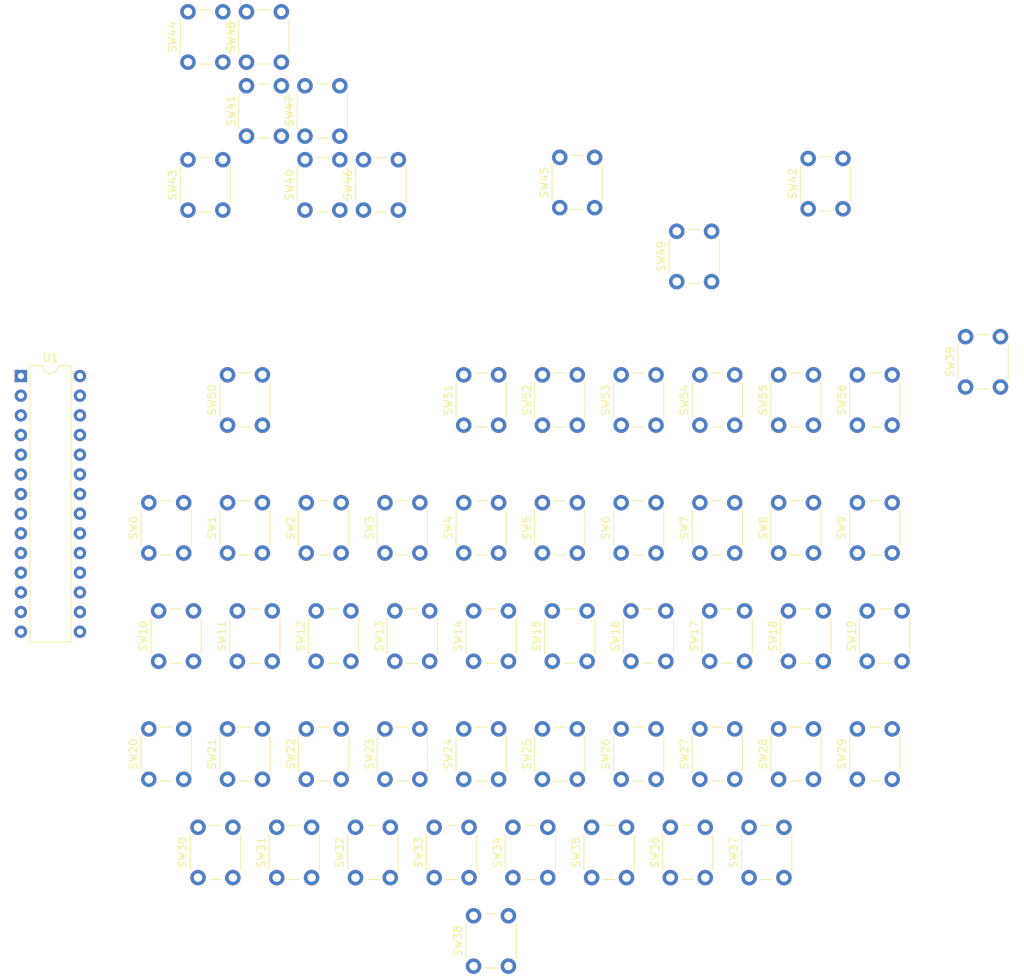
<source format=kicad_pcb>
(kicad_pcb (version 20171130) (host pcbnew "(5.0.2)-1")

  (general
    (thickness 1.6)
    (drawings 0)
    (tracks 0)
    (zones 0)
    (modules 58)
    (nets 91)
  )

  (page A4)
  (layers
    (0 F.Cu signal)
    (31 B.Cu signal)
    (32 B.Adhes user)
    (33 F.Adhes user)
    (34 B.Paste user)
    (35 F.Paste user)
    (36 B.SilkS user)
    (37 F.SilkS user)
    (38 B.Mask user)
    (39 F.Mask user)
    (40 Dwgs.User user)
    (41 Cmts.User user)
    (42 Eco1.User user)
    (43 Eco2.User user)
    (44 Edge.Cuts user)
    (45 Margin user)
    (46 B.CrtYd user)
    (47 F.CrtYd user)
    (48 B.Fab user)
    (49 F.Fab user)
  )

  (setup
    (last_trace_width 0.25)
    (trace_clearance 0.2)
    (zone_clearance 0.508)
    (zone_45_only no)
    (trace_min 0.2)
    (segment_width 0.2)
    (edge_width 0.15)
    (via_size 0.8)
    (via_drill 0.4)
    (via_min_size 0.4)
    (via_min_drill 0.3)
    (uvia_size 0.3)
    (uvia_drill 0.1)
    (uvias_allowed no)
    (uvia_min_size 0.2)
    (uvia_min_drill 0.1)
    (pcb_text_width 0.3)
    (pcb_text_size 1.5 1.5)
    (mod_edge_width 0.15)
    (mod_text_size 1 1)
    (mod_text_width 0.15)
    (pad_size 1.524 1.524)
    (pad_drill 0.762)
    (pad_to_mask_clearance 0.051)
    (solder_mask_min_width 0.25)
    (aux_axis_origin 78.74 76.2)
    (grid_origin 78.74 76.2)
    (visible_elements 7FFFFFFF)
    (pcbplotparams
      (layerselection 0x010fc_ffffffff)
      (usegerberextensions false)
      (usegerberattributes false)
      (usegerberadvancedattributes false)
      (creategerberjobfile false)
      (excludeedgelayer true)
      (linewidth 0.100000)
      (plotframeref false)
      (viasonmask false)
      (mode 1)
      (useauxorigin false)
      (hpglpennumber 1)
      (hpglpenspeed 20)
      (hpglpendiameter 15.000000)
      (psnegative false)
      (psa4output false)
      (plotreference true)
      (plotvalue true)
      (plotinvisibletext false)
      (padsonsilk false)
      (subtractmaskfromsilk false)
      (outputformat 1)
      (mirror false)
      (drillshape 1)
      (scaleselection 1)
      (outputdirectory ""))
  )

  (net 0 "")
  (net 1 "Net-(SW0-Pad2)")
  (net 2 "Net-(SW1-Pad2)")
  (net 3 "Net-(SW2-Pad2)")
  (net 4 "Net-(SW3-Pad2)")
  (net 5 "Net-(SW4-Pad2)")
  (net 6 "Net-(SW5-Pad2)")
  (net 7 "Net-(SW6-Pad2)")
  (net 8 "Net-(SW7-Pad2)")
  (net 9 "Net-(SW8-Pad2)")
  (net 10 "Net-(SW9-Pad2)")
  (net 11 "Net-(SW10-Pad2)")
  (net 12 "Net-(SW11-Pad2)")
  (net 13 "Net-(SW12-Pad2)")
  (net 14 "Net-(SW13-Pad2)")
  (net 15 "Net-(SW14-Pad2)")
  (net 16 "Net-(SW15-Pad2)")
  (net 17 "Net-(SW16-Pad2)")
  (net 18 "Net-(SW17-Pad2)")
  (net 19 "Net-(SW18-Pad2)")
  (net 20 "Net-(SW19-Pad2)")
  (net 21 "Net-(SW20-Pad2)")
  (net 22 "Net-(SW21-Pad2)")
  (net 23 "Net-(SW22-Pad2)")
  (net 24 "Net-(SW23-Pad2)")
  (net 25 "Net-(SW24-Pad2)")
  (net 26 "Net-(SW25-Pad2)")
  (net 27 "Net-(SW26-Pad2)")
  (net 28 "Net-(SW27-Pad2)")
  (net 29 "Net-(SW28-Pad2)")
  (net 30 "Net-(SW29-Pad2)")
  (net 31 "Net-(SW30-Pad2)")
  (net 32 "Net-(SW31-Pad2)")
  (net 33 "Net-(SW32-Pad2)")
  (net 34 "Net-(SW33-Pad2)")
  (net 35 "Net-(SW34-Pad2)")
  (net 36 "Net-(SW35-Pad2)")
  (net 37 "Net-(SW36-Pad2)")
  (net 38 "Net-(SW37-Pad2)")
  (net 39 "Net-(SW38-Pad2)")
  (net 40 "Net-(SW39-Pad2)")
  (net 41 "Net-(SW40-Pad2)")
  (net 42 "Net-(SW41-Pad2)")
  (net 43 "Net-(SW42-Pad2)")
  (net 44 "Net-(SW43-Pad2)")
  (net 45 "Net-(SW44-Pad2)")
  (net 46 "Net-(SW45-Pad2)")
  (net 47 "Net-(SW46-Pad2)")
  (net 48 "Net-(SW47-Pad2)")
  (net 49 "Net-(SW48-Pad2)")
  (net 50 "Net-(SW49-Pad2)")
  (net 51 "Net-(SW50-Pad2)")
  (net 52 "Net-(SW51-Pad2)")
  (net 53 "Net-(SW52-Pad2)")
  (net 54 "Net-(SW53-Pad2)")
  (net 55 "Net-(SW54-Pad2)")
  (net 56 "Net-(SW55-Pad2)")
  (net 57 "Net-(SW56-Pad2)")
  (net 58 "Net-(U1-Pad15)")
  (net 59 "Net-(U1-Pad16)")
  (net 60 "Net-(U1-Pad17)")
  (net 61 "Net-(U1-Pad18)")
  (net 62 "Net-(U1-Pad19)")
  (net 63 "Net-(U1-Pad6)")
  (net 64 "Net-(U1-Pad20)")
  (net 65 "Net-(U1-Pad7)")
  (net 66 "Net-(U1-Pad21)")
  (net 67 "Net-(U1-Pad22)")
  (net 68 "Net-(U1-Pad23)")
  (net 69 "Net-(U1-Pad24)")
  (net 70 "Net-(U1-Pad11)")
  (net 71 "Net-(U1-Pad25)")
  (net 72 "Net-(U1-Pad12)")
  (net 73 "Net-(U1-Pad26)")
  (net 74 "Net-(U1-Pad13)")
  (net 75 "Net-(U1-Pad27)")
  (net 76 "Net-(U1-Pad14)")
  (net 77 "Net-(U1-Pad28)")
  (net 78 Col2)
  (net 79 Col3)
  (net 80 Col4)
  (net 81 Col5)
  (net 82 Col0)
  (net 83 Col1)
  (net 84 Reset)
  (net 85 Serial_RX)
  (net 86 Serial_TX)
  (net 87 USB_D+)
  (net 88 USB_D-)
  (net 89 Osc1)
  (net 90 Osc2)

  (net_class Default "Esta es la clase de red por defecto."
    (clearance 0.2)
    (trace_width 0.25)
    (via_dia 0.8)
    (via_drill 0.4)
    (uvia_dia 0.3)
    (uvia_drill 0.1)
    (add_net Col0)
    (add_net Col1)
    (add_net Col2)
    (add_net Col3)
    (add_net Col4)
    (add_net Col5)
    (add_net "Net-(SW0-Pad2)")
    (add_net "Net-(SW1-Pad2)")
    (add_net "Net-(SW10-Pad2)")
    (add_net "Net-(SW11-Pad2)")
    (add_net "Net-(SW12-Pad2)")
    (add_net "Net-(SW13-Pad2)")
    (add_net "Net-(SW14-Pad2)")
    (add_net "Net-(SW15-Pad2)")
    (add_net "Net-(SW16-Pad2)")
    (add_net "Net-(SW17-Pad2)")
    (add_net "Net-(SW18-Pad2)")
    (add_net "Net-(SW19-Pad2)")
    (add_net "Net-(SW2-Pad2)")
    (add_net "Net-(SW20-Pad2)")
    (add_net "Net-(SW21-Pad2)")
    (add_net "Net-(SW22-Pad2)")
    (add_net "Net-(SW23-Pad2)")
    (add_net "Net-(SW24-Pad2)")
    (add_net "Net-(SW25-Pad2)")
    (add_net "Net-(SW26-Pad2)")
    (add_net "Net-(SW27-Pad2)")
    (add_net "Net-(SW28-Pad2)")
    (add_net "Net-(SW29-Pad2)")
    (add_net "Net-(SW3-Pad2)")
    (add_net "Net-(SW30-Pad2)")
    (add_net "Net-(SW31-Pad2)")
    (add_net "Net-(SW32-Pad2)")
    (add_net "Net-(SW33-Pad2)")
    (add_net "Net-(SW34-Pad2)")
    (add_net "Net-(SW35-Pad2)")
    (add_net "Net-(SW36-Pad2)")
    (add_net "Net-(SW37-Pad2)")
    (add_net "Net-(SW38-Pad2)")
    (add_net "Net-(SW39-Pad2)")
    (add_net "Net-(SW4-Pad2)")
    (add_net "Net-(SW40-Pad2)")
    (add_net "Net-(SW41-Pad2)")
    (add_net "Net-(SW42-Pad2)")
    (add_net "Net-(SW43-Pad2)")
    (add_net "Net-(SW44-Pad2)")
    (add_net "Net-(SW45-Pad2)")
    (add_net "Net-(SW46-Pad2)")
    (add_net "Net-(SW47-Pad2)")
    (add_net "Net-(SW48-Pad2)")
    (add_net "Net-(SW49-Pad2)")
    (add_net "Net-(SW5-Pad2)")
    (add_net "Net-(SW50-Pad2)")
    (add_net "Net-(SW51-Pad2)")
    (add_net "Net-(SW52-Pad2)")
    (add_net "Net-(SW53-Pad2)")
    (add_net "Net-(SW54-Pad2)")
    (add_net "Net-(SW55-Pad2)")
    (add_net "Net-(SW56-Pad2)")
    (add_net "Net-(SW6-Pad2)")
    (add_net "Net-(SW7-Pad2)")
    (add_net "Net-(SW8-Pad2)")
    (add_net "Net-(SW9-Pad2)")
    (add_net "Net-(U1-Pad11)")
    (add_net "Net-(U1-Pad12)")
    (add_net "Net-(U1-Pad13)")
    (add_net "Net-(U1-Pad14)")
    (add_net "Net-(U1-Pad15)")
    (add_net "Net-(U1-Pad16)")
    (add_net "Net-(U1-Pad17)")
    (add_net "Net-(U1-Pad18)")
    (add_net "Net-(U1-Pad19)")
    (add_net "Net-(U1-Pad20)")
    (add_net "Net-(U1-Pad21)")
    (add_net "Net-(U1-Pad22)")
    (add_net "Net-(U1-Pad23)")
    (add_net "Net-(U1-Pad24)")
    (add_net "Net-(U1-Pad25)")
    (add_net "Net-(U1-Pad26)")
    (add_net "Net-(U1-Pad27)")
    (add_net "Net-(U1-Pad28)")
    (add_net "Net-(U1-Pad6)")
    (add_net "Net-(U1-Pad7)")
    (add_net Osc1)
    (add_net Osc2)
    (add_net Reset)
    (add_net Serial_RX)
    (add_net Serial_TX)
    (add_net USB_D+)
    (add_net USB_D-)
  )

  (module Button_Switch_THT:SW_PUSH_6mm (layer F.Cu) (tedit 5A02FE31) (tstamp 5C610F8A)
    (at 82.55 86.36 90)
    (descr https://www.omron.com/ecb/products/pdf/en-b3f.pdf)
    (tags "tact sw push 6mm")
    (path /5C547EE8)
    (fp_text reference SW0 (at 3.25 -2 90) (layer F.SilkS)
      (effects (font (size 1 1) (thickness 0.15)))
    )
    (fp_text value SW_Push (at 3.75 6.7 90) (layer F.Fab)
      (effects (font (size 1 1) (thickness 0.15)))
    )
    (fp_text user %R (at 3.25 2.25 90) (layer F.Fab)
      (effects (font (size 1 1) (thickness 0.15)))
    )
    (fp_line (start 3.25 -0.75) (end 6.25 -0.75) (layer F.Fab) (width 0.1))
    (fp_line (start 6.25 -0.75) (end 6.25 5.25) (layer F.Fab) (width 0.1))
    (fp_line (start 6.25 5.25) (end 0.25 5.25) (layer F.Fab) (width 0.1))
    (fp_line (start 0.25 5.25) (end 0.25 -0.75) (layer F.Fab) (width 0.1))
    (fp_line (start 0.25 -0.75) (end 3.25 -0.75) (layer F.Fab) (width 0.1))
    (fp_line (start 7.75 6) (end 8 6) (layer F.CrtYd) (width 0.05))
    (fp_line (start 8 6) (end 8 5.75) (layer F.CrtYd) (width 0.05))
    (fp_line (start 7.75 -1.5) (end 8 -1.5) (layer F.CrtYd) (width 0.05))
    (fp_line (start 8 -1.5) (end 8 -1.25) (layer F.CrtYd) (width 0.05))
    (fp_line (start -1.5 -1.25) (end -1.5 -1.5) (layer F.CrtYd) (width 0.05))
    (fp_line (start -1.5 -1.5) (end -1.25 -1.5) (layer F.CrtYd) (width 0.05))
    (fp_line (start -1.5 5.75) (end -1.5 6) (layer F.CrtYd) (width 0.05))
    (fp_line (start -1.5 6) (end -1.25 6) (layer F.CrtYd) (width 0.05))
    (fp_line (start -1.25 -1.5) (end 7.75 -1.5) (layer F.CrtYd) (width 0.05))
    (fp_line (start -1.5 5.75) (end -1.5 -1.25) (layer F.CrtYd) (width 0.05))
    (fp_line (start 7.75 6) (end -1.25 6) (layer F.CrtYd) (width 0.05))
    (fp_line (start 8 -1.25) (end 8 5.75) (layer F.CrtYd) (width 0.05))
    (fp_line (start 1 5.5) (end 5.5 5.5) (layer F.SilkS) (width 0.12))
    (fp_line (start -0.25 1.5) (end -0.25 3) (layer F.SilkS) (width 0.12))
    (fp_line (start 5.5 -1) (end 1 -1) (layer F.SilkS) (width 0.12))
    (fp_line (start 6.75 3) (end 6.75 1.5) (layer F.SilkS) (width 0.12))
    (fp_circle (center 3.25 2.25) (end 1.25 2.5) (layer F.Fab) (width 0.1))
    (pad 2 thru_hole circle (at 0 4.5 180) (size 2 2) (drill 1.1) (layers *.Cu *.Mask)
      (net 1 "Net-(SW0-Pad2)"))
    (pad 1 thru_hole circle (at 0 0 180) (size 2 2) (drill 1.1) (layers *.Cu *.Mask)
      (net 78 Col2))
    (pad 2 thru_hole circle (at 6.5 4.5 180) (size 2 2) (drill 1.1) (layers *.Cu *.Mask)
      (net 1 "Net-(SW0-Pad2)"))
    (pad 1 thru_hole circle (at 6.5 0 180) (size 2 2) (drill 1.1) (layers *.Cu *.Mask)
      (net 78 Col2))
    (model ${KISYS3DMOD}/Button_Switch_THT.3dshapes/SW_PUSH_6mm.wrl
      (at (xyz 0 0 0))
      (scale (xyz 1 1 1))
      (rotate (xyz 0 0 0))
    )
  )

  (module Button_Switch_THT:SW_PUSH_6mm (layer F.Cu) (tedit 5A02FE31) (tstamp 5C610FA9)
    (at 92.71 86.36 90)
    (descr https://www.omron.com/ecb/products/pdf/en-b3f.pdf)
    (tags "tact sw push 6mm")
    (path /5C547EEF)
    (fp_text reference SW1 (at 3.25 -2 90) (layer F.SilkS)
      (effects (font (size 1 1) (thickness 0.15)))
    )
    (fp_text value SW_Push (at 3.75 6.7 90) (layer F.Fab)
      (effects (font (size 1 1) (thickness 0.15)))
    )
    (fp_circle (center 3.25 2.25) (end 1.25 2.5) (layer F.Fab) (width 0.1))
    (fp_line (start 6.75 3) (end 6.75 1.5) (layer F.SilkS) (width 0.12))
    (fp_line (start 5.5 -1) (end 1 -1) (layer F.SilkS) (width 0.12))
    (fp_line (start -0.25 1.5) (end -0.25 3) (layer F.SilkS) (width 0.12))
    (fp_line (start 1 5.5) (end 5.5 5.5) (layer F.SilkS) (width 0.12))
    (fp_line (start 8 -1.25) (end 8 5.75) (layer F.CrtYd) (width 0.05))
    (fp_line (start 7.75 6) (end -1.25 6) (layer F.CrtYd) (width 0.05))
    (fp_line (start -1.5 5.75) (end -1.5 -1.25) (layer F.CrtYd) (width 0.05))
    (fp_line (start -1.25 -1.5) (end 7.75 -1.5) (layer F.CrtYd) (width 0.05))
    (fp_line (start -1.5 6) (end -1.25 6) (layer F.CrtYd) (width 0.05))
    (fp_line (start -1.5 5.75) (end -1.5 6) (layer F.CrtYd) (width 0.05))
    (fp_line (start -1.5 -1.5) (end -1.25 -1.5) (layer F.CrtYd) (width 0.05))
    (fp_line (start -1.5 -1.25) (end -1.5 -1.5) (layer F.CrtYd) (width 0.05))
    (fp_line (start 8 -1.5) (end 8 -1.25) (layer F.CrtYd) (width 0.05))
    (fp_line (start 7.75 -1.5) (end 8 -1.5) (layer F.CrtYd) (width 0.05))
    (fp_line (start 8 6) (end 8 5.75) (layer F.CrtYd) (width 0.05))
    (fp_line (start 7.75 6) (end 8 6) (layer F.CrtYd) (width 0.05))
    (fp_line (start 0.25 -0.75) (end 3.25 -0.75) (layer F.Fab) (width 0.1))
    (fp_line (start 0.25 5.25) (end 0.25 -0.75) (layer F.Fab) (width 0.1))
    (fp_line (start 6.25 5.25) (end 0.25 5.25) (layer F.Fab) (width 0.1))
    (fp_line (start 6.25 -0.75) (end 6.25 5.25) (layer F.Fab) (width 0.1))
    (fp_line (start 3.25 -0.75) (end 6.25 -0.75) (layer F.Fab) (width 0.1))
    (fp_text user %R (at 3.25 2.25 90) (layer F.Fab)
      (effects (font (size 1 1) (thickness 0.15)))
    )
    (pad 1 thru_hole circle (at 6.5 0 180) (size 2 2) (drill 1.1) (layers *.Cu *.Mask)
      (net 78 Col2))
    (pad 2 thru_hole circle (at 6.5 4.5 180) (size 2 2) (drill 1.1) (layers *.Cu *.Mask)
      (net 2 "Net-(SW1-Pad2)"))
    (pad 1 thru_hole circle (at 0 0 180) (size 2 2) (drill 1.1) (layers *.Cu *.Mask)
      (net 78 Col2))
    (pad 2 thru_hole circle (at 0 4.5 180) (size 2 2) (drill 1.1) (layers *.Cu *.Mask)
      (net 2 "Net-(SW1-Pad2)"))
    (model ${KISYS3DMOD}/Button_Switch_THT.3dshapes/SW_PUSH_6mm.wrl
      (at (xyz 0 0 0))
      (scale (xyz 1 1 1))
      (rotate (xyz 0 0 0))
    )
  )

  (module Button_Switch_THT:SW_PUSH_6mm (layer F.Cu) (tedit 5A02FE31) (tstamp 5C610FC8)
    (at 102.87 86.36 90)
    (descr https://www.omron.com/ecb/products/pdf/en-b3f.pdf)
    (tags "tact sw push 6mm")
    (path /5C547EF6)
    (fp_text reference SW2 (at 3.25 -2 90) (layer F.SilkS)
      (effects (font (size 1 1) (thickness 0.15)))
    )
    (fp_text value SW_Push (at 3.75 6.7 90) (layer F.Fab)
      (effects (font (size 1 1) (thickness 0.15)))
    )
    (fp_text user %R (at 3.25 2.25 90) (layer F.Fab)
      (effects (font (size 1 1) (thickness 0.15)))
    )
    (fp_line (start 3.25 -0.75) (end 6.25 -0.75) (layer F.Fab) (width 0.1))
    (fp_line (start 6.25 -0.75) (end 6.25 5.25) (layer F.Fab) (width 0.1))
    (fp_line (start 6.25 5.25) (end 0.25 5.25) (layer F.Fab) (width 0.1))
    (fp_line (start 0.25 5.25) (end 0.25 -0.75) (layer F.Fab) (width 0.1))
    (fp_line (start 0.25 -0.75) (end 3.25 -0.75) (layer F.Fab) (width 0.1))
    (fp_line (start 7.75 6) (end 8 6) (layer F.CrtYd) (width 0.05))
    (fp_line (start 8 6) (end 8 5.75) (layer F.CrtYd) (width 0.05))
    (fp_line (start 7.75 -1.5) (end 8 -1.5) (layer F.CrtYd) (width 0.05))
    (fp_line (start 8 -1.5) (end 8 -1.25) (layer F.CrtYd) (width 0.05))
    (fp_line (start -1.5 -1.25) (end -1.5 -1.5) (layer F.CrtYd) (width 0.05))
    (fp_line (start -1.5 -1.5) (end -1.25 -1.5) (layer F.CrtYd) (width 0.05))
    (fp_line (start -1.5 5.75) (end -1.5 6) (layer F.CrtYd) (width 0.05))
    (fp_line (start -1.5 6) (end -1.25 6) (layer F.CrtYd) (width 0.05))
    (fp_line (start -1.25 -1.5) (end 7.75 -1.5) (layer F.CrtYd) (width 0.05))
    (fp_line (start -1.5 5.75) (end -1.5 -1.25) (layer F.CrtYd) (width 0.05))
    (fp_line (start 7.75 6) (end -1.25 6) (layer F.CrtYd) (width 0.05))
    (fp_line (start 8 -1.25) (end 8 5.75) (layer F.CrtYd) (width 0.05))
    (fp_line (start 1 5.5) (end 5.5 5.5) (layer F.SilkS) (width 0.12))
    (fp_line (start -0.25 1.5) (end -0.25 3) (layer F.SilkS) (width 0.12))
    (fp_line (start 5.5 -1) (end 1 -1) (layer F.SilkS) (width 0.12))
    (fp_line (start 6.75 3) (end 6.75 1.5) (layer F.SilkS) (width 0.12))
    (fp_circle (center 3.25 2.25) (end 1.25 2.5) (layer F.Fab) (width 0.1))
    (pad 2 thru_hole circle (at 0 4.5 180) (size 2 2) (drill 1.1) (layers *.Cu *.Mask)
      (net 3 "Net-(SW2-Pad2)"))
    (pad 1 thru_hole circle (at 0 0 180) (size 2 2) (drill 1.1) (layers *.Cu *.Mask)
      (net 78 Col2))
    (pad 2 thru_hole circle (at 6.5 4.5 180) (size 2 2) (drill 1.1) (layers *.Cu *.Mask)
      (net 3 "Net-(SW2-Pad2)"))
    (pad 1 thru_hole circle (at 6.5 0 180) (size 2 2) (drill 1.1) (layers *.Cu *.Mask)
      (net 78 Col2))
    (model ${KISYS3DMOD}/Button_Switch_THT.3dshapes/SW_PUSH_6mm.wrl
      (at (xyz 0 0 0))
      (scale (xyz 1 1 1))
      (rotate (xyz 0 0 0))
    )
  )

  (module Button_Switch_THT:SW_PUSH_6mm (layer F.Cu) (tedit 5A02FE31) (tstamp 5C610FE7)
    (at 113.03 86.36 90)
    (descr https://www.omron.com/ecb/products/pdf/en-b3f.pdf)
    (tags "tact sw push 6mm")
    (path /5C547EFD)
    (fp_text reference SW3 (at 3.25 -2 90) (layer F.SilkS)
      (effects (font (size 1 1) (thickness 0.15)))
    )
    (fp_text value SW_Push (at 3.75 6.7 90) (layer F.Fab)
      (effects (font (size 1 1) (thickness 0.15)))
    )
    (fp_text user %R (at 3.25 2.25 90) (layer F.Fab)
      (effects (font (size 1 1) (thickness 0.15)))
    )
    (fp_line (start 3.25 -0.75) (end 6.25 -0.75) (layer F.Fab) (width 0.1))
    (fp_line (start 6.25 -0.75) (end 6.25 5.25) (layer F.Fab) (width 0.1))
    (fp_line (start 6.25 5.25) (end 0.25 5.25) (layer F.Fab) (width 0.1))
    (fp_line (start 0.25 5.25) (end 0.25 -0.75) (layer F.Fab) (width 0.1))
    (fp_line (start 0.25 -0.75) (end 3.25 -0.75) (layer F.Fab) (width 0.1))
    (fp_line (start 7.75 6) (end 8 6) (layer F.CrtYd) (width 0.05))
    (fp_line (start 8 6) (end 8 5.75) (layer F.CrtYd) (width 0.05))
    (fp_line (start 7.75 -1.5) (end 8 -1.5) (layer F.CrtYd) (width 0.05))
    (fp_line (start 8 -1.5) (end 8 -1.25) (layer F.CrtYd) (width 0.05))
    (fp_line (start -1.5 -1.25) (end -1.5 -1.5) (layer F.CrtYd) (width 0.05))
    (fp_line (start -1.5 -1.5) (end -1.25 -1.5) (layer F.CrtYd) (width 0.05))
    (fp_line (start -1.5 5.75) (end -1.5 6) (layer F.CrtYd) (width 0.05))
    (fp_line (start -1.5 6) (end -1.25 6) (layer F.CrtYd) (width 0.05))
    (fp_line (start -1.25 -1.5) (end 7.75 -1.5) (layer F.CrtYd) (width 0.05))
    (fp_line (start -1.5 5.75) (end -1.5 -1.25) (layer F.CrtYd) (width 0.05))
    (fp_line (start 7.75 6) (end -1.25 6) (layer F.CrtYd) (width 0.05))
    (fp_line (start 8 -1.25) (end 8 5.75) (layer F.CrtYd) (width 0.05))
    (fp_line (start 1 5.5) (end 5.5 5.5) (layer F.SilkS) (width 0.12))
    (fp_line (start -0.25 1.5) (end -0.25 3) (layer F.SilkS) (width 0.12))
    (fp_line (start 5.5 -1) (end 1 -1) (layer F.SilkS) (width 0.12))
    (fp_line (start 6.75 3) (end 6.75 1.5) (layer F.SilkS) (width 0.12))
    (fp_circle (center 3.25 2.25) (end 1.25 2.5) (layer F.Fab) (width 0.1))
    (pad 2 thru_hole circle (at 0 4.5 180) (size 2 2) (drill 1.1) (layers *.Cu *.Mask)
      (net 4 "Net-(SW3-Pad2)"))
    (pad 1 thru_hole circle (at 0 0 180) (size 2 2) (drill 1.1) (layers *.Cu *.Mask)
      (net 78 Col2))
    (pad 2 thru_hole circle (at 6.5 4.5 180) (size 2 2) (drill 1.1) (layers *.Cu *.Mask)
      (net 4 "Net-(SW3-Pad2)"))
    (pad 1 thru_hole circle (at 6.5 0 180) (size 2 2) (drill 1.1) (layers *.Cu *.Mask)
      (net 78 Col2))
    (model ${KISYS3DMOD}/Button_Switch_THT.3dshapes/SW_PUSH_6mm.wrl
      (at (xyz 0 0 0))
      (scale (xyz 1 1 1))
      (rotate (xyz 0 0 0))
    )
  )

  (module Button_Switch_THT:SW_PUSH_6mm (layer F.Cu) (tedit 5A02FE31) (tstamp 5C611006)
    (at 123.19 86.36 90)
    (descr https://www.omron.com/ecb/products/pdf/en-b3f.pdf)
    (tags "tact sw push 6mm")
    (path /5C547F04)
    (fp_text reference SW4 (at 3.25 -2 90) (layer F.SilkS)
      (effects (font (size 1 1) (thickness 0.15)))
    )
    (fp_text value SW_Push (at 3.75 6.7 90) (layer F.Fab)
      (effects (font (size 1 1) (thickness 0.15)))
    )
    (fp_circle (center 3.25 2.25) (end 1.25 2.5) (layer F.Fab) (width 0.1))
    (fp_line (start 6.75 3) (end 6.75 1.5) (layer F.SilkS) (width 0.12))
    (fp_line (start 5.5 -1) (end 1 -1) (layer F.SilkS) (width 0.12))
    (fp_line (start -0.25 1.5) (end -0.25 3) (layer F.SilkS) (width 0.12))
    (fp_line (start 1 5.5) (end 5.5 5.5) (layer F.SilkS) (width 0.12))
    (fp_line (start 8 -1.25) (end 8 5.75) (layer F.CrtYd) (width 0.05))
    (fp_line (start 7.75 6) (end -1.25 6) (layer F.CrtYd) (width 0.05))
    (fp_line (start -1.5 5.75) (end -1.5 -1.25) (layer F.CrtYd) (width 0.05))
    (fp_line (start -1.25 -1.5) (end 7.75 -1.5) (layer F.CrtYd) (width 0.05))
    (fp_line (start -1.5 6) (end -1.25 6) (layer F.CrtYd) (width 0.05))
    (fp_line (start -1.5 5.75) (end -1.5 6) (layer F.CrtYd) (width 0.05))
    (fp_line (start -1.5 -1.5) (end -1.25 -1.5) (layer F.CrtYd) (width 0.05))
    (fp_line (start -1.5 -1.25) (end -1.5 -1.5) (layer F.CrtYd) (width 0.05))
    (fp_line (start 8 -1.5) (end 8 -1.25) (layer F.CrtYd) (width 0.05))
    (fp_line (start 7.75 -1.5) (end 8 -1.5) (layer F.CrtYd) (width 0.05))
    (fp_line (start 8 6) (end 8 5.75) (layer F.CrtYd) (width 0.05))
    (fp_line (start 7.75 6) (end 8 6) (layer F.CrtYd) (width 0.05))
    (fp_line (start 0.25 -0.75) (end 3.25 -0.75) (layer F.Fab) (width 0.1))
    (fp_line (start 0.25 5.25) (end 0.25 -0.75) (layer F.Fab) (width 0.1))
    (fp_line (start 6.25 5.25) (end 0.25 5.25) (layer F.Fab) (width 0.1))
    (fp_line (start 6.25 -0.75) (end 6.25 5.25) (layer F.Fab) (width 0.1))
    (fp_line (start 3.25 -0.75) (end 6.25 -0.75) (layer F.Fab) (width 0.1))
    (fp_text user %R (at 3.25 2.25 90) (layer F.Fab)
      (effects (font (size 1 1) (thickness 0.15)))
    )
    (pad 1 thru_hole circle (at 6.5 0 180) (size 2 2) (drill 1.1) (layers *.Cu *.Mask)
      (net 78 Col2))
    (pad 2 thru_hole circle (at 6.5 4.5 180) (size 2 2) (drill 1.1) (layers *.Cu *.Mask)
      (net 5 "Net-(SW4-Pad2)"))
    (pad 1 thru_hole circle (at 0 0 180) (size 2 2) (drill 1.1) (layers *.Cu *.Mask)
      (net 78 Col2))
    (pad 2 thru_hole circle (at 0 4.5 180) (size 2 2) (drill 1.1) (layers *.Cu *.Mask)
      (net 5 "Net-(SW4-Pad2)"))
    (model ${KISYS3DMOD}/Button_Switch_THT.3dshapes/SW_PUSH_6mm.wrl
      (at (xyz 0 0 0))
      (scale (xyz 1 1 1))
      (rotate (xyz 0 0 0))
    )
  )

  (module Button_Switch_THT:SW_PUSH_6mm (layer F.Cu) (tedit 5A02FE31) (tstamp 5C611025)
    (at 133.35 86.36 90)
    (descr https://www.omron.com/ecb/products/pdf/en-b3f.pdf)
    (tags "tact sw push 6mm")
    (path /5C547F0B)
    (fp_text reference SW5 (at 3.25 -2 90) (layer F.SilkS)
      (effects (font (size 1 1) (thickness 0.15)))
    )
    (fp_text value SW_Push (at 3.75 6.7 90) (layer F.Fab)
      (effects (font (size 1 1) (thickness 0.15)))
    )
    (fp_text user %R (at 3.25 2.25 90) (layer F.Fab)
      (effects (font (size 1 1) (thickness 0.15)))
    )
    (fp_line (start 3.25 -0.75) (end 6.25 -0.75) (layer F.Fab) (width 0.1))
    (fp_line (start 6.25 -0.75) (end 6.25 5.25) (layer F.Fab) (width 0.1))
    (fp_line (start 6.25 5.25) (end 0.25 5.25) (layer F.Fab) (width 0.1))
    (fp_line (start 0.25 5.25) (end 0.25 -0.75) (layer F.Fab) (width 0.1))
    (fp_line (start 0.25 -0.75) (end 3.25 -0.75) (layer F.Fab) (width 0.1))
    (fp_line (start 7.75 6) (end 8 6) (layer F.CrtYd) (width 0.05))
    (fp_line (start 8 6) (end 8 5.75) (layer F.CrtYd) (width 0.05))
    (fp_line (start 7.75 -1.5) (end 8 -1.5) (layer F.CrtYd) (width 0.05))
    (fp_line (start 8 -1.5) (end 8 -1.25) (layer F.CrtYd) (width 0.05))
    (fp_line (start -1.5 -1.25) (end -1.5 -1.5) (layer F.CrtYd) (width 0.05))
    (fp_line (start -1.5 -1.5) (end -1.25 -1.5) (layer F.CrtYd) (width 0.05))
    (fp_line (start -1.5 5.75) (end -1.5 6) (layer F.CrtYd) (width 0.05))
    (fp_line (start -1.5 6) (end -1.25 6) (layer F.CrtYd) (width 0.05))
    (fp_line (start -1.25 -1.5) (end 7.75 -1.5) (layer F.CrtYd) (width 0.05))
    (fp_line (start -1.5 5.75) (end -1.5 -1.25) (layer F.CrtYd) (width 0.05))
    (fp_line (start 7.75 6) (end -1.25 6) (layer F.CrtYd) (width 0.05))
    (fp_line (start 8 -1.25) (end 8 5.75) (layer F.CrtYd) (width 0.05))
    (fp_line (start 1 5.5) (end 5.5 5.5) (layer F.SilkS) (width 0.12))
    (fp_line (start -0.25 1.5) (end -0.25 3) (layer F.SilkS) (width 0.12))
    (fp_line (start 5.5 -1) (end 1 -1) (layer F.SilkS) (width 0.12))
    (fp_line (start 6.75 3) (end 6.75 1.5) (layer F.SilkS) (width 0.12))
    (fp_circle (center 3.25 2.25) (end 1.25 2.5) (layer F.Fab) (width 0.1))
    (pad 2 thru_hole circle (at 0 4.5 180) (size 2 2) (drill 1.1) (layers *.Cu *.Mask)
      (net 6 "Net-(SW5-Pad2)"))
    (pad 1 thru_hole circle (at 0 0 180) (size 2 2) (drill 1.1) (layers *.Cu *.Mask)
      (net 78 Col2))
    (pad 2 thru_hole circle (at 6.5 4.5 180) (size 2 2) (drill 1.1) (layers *.Cu *.Mask)
      (net 6 "Net-(SW5-Pad2)"))
    (pad 1 thru_hole circle (at 6.5 0 180) (size 2 2) (drill 1.1) (layers *.Cu *.Mask)
      (net 78 Col2))
    (model ${KISYS3DMOD}/Button_Switch_THT.3dshapes/SW_PUSH_6mm.wrl
      (at (xyz 0 0 0))
      (scale (xyz 1 1 1))
      (rotate (xyz 0 0 0))
    )
  )

  (module Button_Switch_THT:SW_PUSH_6mm (layer F.Cu) (tedit 5A02FE31) (tstamp 5C611044)
    (at 143.51 86.36 90)
    (descr https://www.omron.com/ecb/products/pdf/en-b3f.pdf)
    (tags "tact sw push 6mm")
    (path /5C548031)
    (fp_text reference SW6 (at 3.25 -2 90) (layer F.SilkS)
      (effects (font (size 1 1) (thickness 0.15)))
    )
    (fp_text value SW_Push (at 3.75 6.7 90) (layer F.Fab)
      (effects (font (size 1 1) (thickness 0.15)))
    )
    (fp_text user %R (at 3.25 2.25 90) (layer F.Fab)
      (effects (font (size 1 1) (thickness 0.15)))
    )
    (fp_line (start 3.25 -0.75) (end 6.25 -0.75) (layer F.Fab) (width 0.1))
    (fp_line (start 6.25 -0.75) (end 6.25 5.25) (layer F.Fab) (width 0.1))
    (fp_line (start 6.25 5.25) (end 0.25 5.25) (layer F.Fab) (width 0.1))
    (fp_line (start 0.25 5.25) (end 0.25 -0.75) (layer F.Fab) (width 0.1))
    (fp_line (start 0.25 -0.75) (end 3.25 -0.75) (layer F.Fab) (width 0.1))
    (fp_line (start 7.75 6) (end 8 6) (layer F.CrtYd) (width 0.05))
    (fp_line (start 8 6) (end 8 5.75) (layer F.CrtYd) (width 0.05))
    (fp_line (start 7.75 -1.5) (end 8 -1.5) (layer F.CrtYd) (width 0.05))
    (fp_line (start 8 -1.5) (end 8 -1.25) (layer F.CrtYd) (width 0.05))
    (fp_line (start -1.5 -1.25) (end -1.5 -1.5) (layer F.CrtYd) (width 0.05))
    (fp_line (start -1.5 -1.5) (end -1.25 -1.5) (layer F.CrtYd) (width 0.05))
    (fp_line (start -1.5 5.75) (end -1.5 6) (layer F.CrtYd) (width 0.05))
    (fp_line (start -1.5 6) (end -1.25 6) (layer F.CrtYd) (width 0.05))
    (fp_line (start -1.25 -1.5) (end 7.75 -1.5) (layer F.CrtYd) (width 0.05))
    (fp_line (start -1.5 5.75) (end -1.5 -1.25) (layer F.CrtYd) (width 0.05))
    (fp_line (start 7.75 6) (end -1.25 6) (layer F.CrtYd) (width 0.05))
    (fp_line (start 8 -1.25) (end 8 5.75) (layer F.CrtYd) (width 0.05))
    (fp_line (start 1 5.5) (end 5.5 5.5) (layer F.SilkS) (width 0.12))
    (fp_line (start -0.25 1.5) (end -0.25 3) (layer F.SilkS) (width 0.12))
    (fp_line (start 5.5 -1) (end 1 -1) (layer F.SilkS) (width 0.12))
    (fp_line (start 6.75 3) (end 6.75 1.5) (layer F.SilkS) (width 0.12))
    (fp_circle (center 3.25 2.25) (end 1.25 2.5) (layer F.Fab) (width 0.1))
    (pad 2 thru_hole circle (at 0 4.5 180) (size 2 2) (drill 1.1) (layers *.Cu *.Mask)
      (net 7 "Net-(SW6-Pad2)"))
    (pad 1 thru_hole circle (at 0 0 180) (size 2 2) (drill 1.1) (layers *.Cu *.Mask)
      (net 78 Col2))
    (pad 2 thru_hole circle (at 6.5 4.5 180) (size 2 2) (drill 1.1) (layers *.Cu *.Mask)
      (net 7 "Net-(SW6-Pad2)"))
    (pad 1 thru_hole circle (at 6.5 0 180) (size 2 2) (drill 1.1) (layers *.Cu *.Mask)
      (net 78 Col2))
    (model ${KISYS3DMOD}/Button_Switch_THT.3dshapes/SW_PUSH_6mm.wrl
      (at (xyz 0 0 0))
      (scale (xyz 1 1 1))
      (rotate (xyz 0 0 0))
    )
  )

  (module Button_Switch_THT:SW_PUSH_6mm (layer F.Cu) (tedit 5A02FE31) (tstamp 5C611063)
    (at 153.67 86.36 90)
    (descr https://www.omron.com/ecb/products/pdf/en-b3f.pdf)
    (tags "tact sw push 6mm")
    (path /5C548038)
    (fp_text reference SW7 (at 3.25 -2 90) (layer F.SilkS)
      (effects (font (size 1 1) (thickness 0.15)))
    )
    (fp_text value SW_Push (at 3.75 6.7 90) (layer F.Fab)
      (effects (font (size 1 1) (thickness 0.15)))
    )
    (fp_circle (center 3.25 2.25) (end 1.25 2.5) (layer F.Fab) (width 0.1))
    (fp_line (start 6.75 3) (end 6.75 1.5) (layer F.SilkS) (width 0.12))
    (fp_line (start 5.5 -1) (end 1 -1) (layer F.SilkS) (width 0.12))
    (fp_line (start -0.25 1.5) (end -0.25 3) (layer F.SilkS) (width 0.12))
    (fp_line (start 1 5.5) (end 5.5 5.5) (layer F.SilkS) (width 0.12))
    (fp_line (start 8 -1.25) (end 8 5.75) (layer F.CrtYd) (width 0.05))
    (fp_line (start 7.75 6) (end -1.25 6) (layer F.CrtYd) (width 0.05))
    (fp_line (start -1.5 5.75) (end -1.5 -1.25) (layer F.CrtYd) (width 0.05))
    (fp_line (start -1.25 -1.5) (end 7.75 -1.5) (layer F.CrtYd) (width 0.05))
    (fp_line (start -1.5 6) (end -1.25 6) (layer F.CrtYd) (width 0.05))
    (fp_line (start -1.5 5.75) (end -1.5 6) (layer F.CrtYd) (width 0.05))
    (fp_line (start -1.5 -1.5) (end -1.25 -1.5) (layer F.CrtYd) (width 0.05))
    (fp_line (start -1.5 -1.25) (end -1.5 -1.5) (layer F.CrtYd) (width 0.05))
    (fp_line (start 8 -1.5) (end 8 -1.25) (layer F.CrtYd) (width 0.05))
    (fp_line (start 7.75 -1.5) (end 8 -1.5) (layer F.CrtYd) (width 0.05))
    (fp_line (start 8 6) (end 8 5.75) (layer F.CrtYd) (width 0.05))
    (fp_line (start 7.75 6) (end 8 6) (layer F.CrtYd) (width 0.05))
    (fp_line (start 0.25 -0.75) (end 3.25 -0.75) (layer F.Fab) (width 0.1))
    (fp_line (start 0.25 5.25) (end 0.25 -0.75) (layer F.Fab) (width 0.1))
    (fp_line (start 6.25 5.25) (end 0.25 5.25) (layer F.Fab) (width 0.1))
    (fp_line (start 6.25 -0.75) (end 6.25 5.25) (layer F.Fab) (width 0.1))
    (fp_line (start 3.25 -0.75) (end 6.25 -0.75) (layer F.Fab) (width 0.1))
    (fp_text user %R (at 3.25 2.25 90) (layer F.Fab)
      (effects (font (size 1 1) (thickness 0.15)))
    )
    (pad 1 thru_hole circle (at 6.5 0 180) (size 2 2) (drill 1.1) (layers *.Cu *.Mask)
      (net 78 Col2))
    (pad 2 thru_hole circle (at 6.5 4.5 180) (size 2 2) (drill 1.1) (layers *.Cu *.Mask)
      (net 8 "Net-(SW7-Pad2)"))
    (pad 1 thru_hole circle (at 0 0 180) (size 2 2) (drill 1.1) (layers *.Cu *.Mask)
      (net 78 Col2))
    (pad 2 thru_hole circle (at 0 4.5 180) (size 2 2) (drill 1.1) (layers *.Cu *.Mask)
      (net 8 "Net-(SW7-Pad2)"))
    (model ${KISYS3DMOD}/Button_Switch_THT.3dshapes/SW_PUSH_6mm.wrl
      (at (xyz 0 0 0))
      (scale (xyz 1 1 1))
      (rotate (xyz 0 0 0))
    )
  )

  (module Button_Switch_THT:SW_PUSH_6mm (layer F.Cu) (tedit 5A02FE31) (tstamp 5C611082)
    (at 163.83 86.36 90)
    (descr https://www.omron.com/ecb/products/pdf/en-b3f.pdf)
    (tags "tact sw push 6mm")
    (path /5C54803F)
    (fp_text reference SW8 (at 3.25 -2 90) (layer F.SilkS)
      (effects (font (size 1 1) (thickness 0.15)))
    )
    (fp_text value SW_Push (at 3.75 6.7 90) (layer F.Fab)
      (effects (font (size 1 1) (thickness 0.15)))
    )
    (fp_circle (center 3.25 2.25) (end 1.25 2.5) (layer F.Fab) (width 0.1))
    (fp_line (start 6.75 3) (end 6.75 1.5) (layer F.SilkS) (width 0.12))
    (fp_line (start 5.5 -1) (end 1 -1) (layer F.SilkS) (width 0.12))
    (fp_line (start -0.25 1.5) (end -0.25 3) (layer F.SilkS) (width 0.12))
    (fp_line (start 1 5.5) (end 5.5 5.5) (layer F.SilkS) (width 0.12))
    (fp_line (start 8 -1.25) (end 8 5.75) (layer F.CrtYd) (width 0.05))
    (fp_line (start 7.75 6) (end -1.25 6) (layer F.CrtYd) (width 0.05))
    (fp_line (start -1.5 5.75) (end -1.5 -1.25) (layer F.CrtYd) (width 0.05))
    (fp_line (start -1.25 -1.5) (end 7.75 -1.5) (layer F.CrtYd) (width 0.05))
    (fp_line (start -1.5 6) (end -1.25 6) (layer F.CrtYd) (width 0.05))
    (fp_line (start -1.5 5.75) (end -1.5 6) (layer F.CrtYd) (width 0.05))
    (fp_line (start -1.5 -1.5) (end -1.25 -1.5) (layer F.CrtYd) (width 0.05))
    (fp_line (start -1.5 -1.25) (end -1.5 -1.5) (layer F.CrtYd) (width 0.05))
    (fp_line (start 8 -1.5) (end 8 -1.25) (layer F.CrtYd) (width 0.05))
    (fp_line (start 7.75 -1.5) (end 8 -1.5) (layer F.CrtYd) (width 0.05))
    (fp_line (start 8 6) (end 8 5.75) (layer F.CrtYd) (width 0.05))
    (fp_line (start 7.75 6) (end 8 6) (layer F.CrtYd) (width 0.05))
    (fp_line (start 0.25 -0.75) (end 3.25 -0.75) (layer F.Fab) (width 0.1))
    (fp_line (start 0.25 5.25) (end 0.25 -0.75) (layer F.Fab) (width 0.1))
    (fp_line (start 6.25 5.25) (end 0.25 5.25) (layer F.Fab) (width 0.1))
    (fp_line (start 6.25 -0.75) (end 6.25 5.25) (layer F.Fab) (width 0.1))
    (fp_line (start 3.25 -0.75) (end 6.25 -0.75) (layer F.Fab) (width 0.1))
    (fp_text user %R (at 3.25 2.25 90) (layer F.Fab)
      (effects (font (size 1 1) (thickness 0.15)))
    )
    (pad 1 thru_hole circle (at 6.5 0 180) (size 2 2) (drill 1.1) (layers *.Cu *.Mask)
      (net 78 Col2))
    (pad 2 thru_hole circle (at 6.5 4.5 180) (size 2 2) (drill 1.1) (layers *.Cu *.Mask)
      (net 9 "Net-(SW8-Pad2)"))
    (pad 1 thru_hole circle (at 0 0 180) (size 2 2) (drill 1.1) (layers *.Cu *.Mask)
      (net 78 Col2))
    (pad 2 thru_hole circle (at 0 4.5 180) (size 2 2) (drill 1.1) (layers *.Cu *.Mask)
      (net 9 "Net-(SW8-Pad2)"))
    (model ${KISYS3DMOD}/Button_Switch_THT.3dshapes/SW_PUSH_6mm.wrl
      (at (xyz 0 0 0))
      (scale (xyz 1 1 1))
      (rotate (xyz 0 0 0))
    )
  )

  (module Button_Switch_THT:SW_PUSH_6mm (layer F.Cu) (tedit 5A02FE31) (tstamp 5C6110A1)
    (at 173.99 86.36 90)
    (descr https://www.omron.com/ecb/products/pdf/en-b3f.pdf)
    (tags "tact sw push 6mm")
    (path /5C548046)
    (fp_text reference SW9 (at 3.25 -2 90) (layer F.SilkS)
      (effects (font (size 1 1) (thickness 0.15)))
    )
    (fp_text value SW_Push (at 3.75 6.7 90) (layer F.Fab)
      (effects (font (size 1 1) (thickness 0.15)))
    )
    (fp_text user %R (at 3.25 2.25 90) (layer F.Fab)
      (effects (font (size 1 1) (thickness 0.15)))
    )
    (fp_line (start 3.25 -0.75) (end 6.25 -0.75) (layer F.Fab) (width 0.1))
    (fp_line (start 6.25 -0.75) (end 6.25 5.25) (layer F.Fab) (width 0.1))
    (fp_line (start 6.25 5.25) (end 0.25 5.25) (layer F.Fab) (width 0.1))
    (fp_line (start 0.25 5.25) (end 0.25 -0.75) (layer F.Fab) (width 0.1))
    (fp_line (start 0.25 -0.75) (end 3.25 -0.75) (layer F.Fab) (width 0.1))
    (fp_line (start 7.75 6) (end 8 6) (layer F.CrtYd) (width 0.05))
    (fp_line (start 8 6) (end 8 5.75) (layer F.CrtYd) (width 0.05))
    (fp_line (start 7.75 -1.5) (end 8 -1.5) (layer F.CrtYd) (width 0.05))
    (fp_line (start 8 -1.5) (end 8 -1.25) (layer F.CrtYd) (width 0.05))
    (fp_line (start -1.5 -1.25) (end -1.5 -1.5) (layer F.CrtYd) (width 0.05))
    (fp_line (start -1.5 -1.5) (end -1.25 -1.5) (layer F.CrtYd) (width 0.05))
    (fp_line (start -1.5 5.75) (end -1.5 6) (layer F.CrtYd) (width 0.05))
    (fp_line (start -1.5 6) (end -1.25 6) (layer F.CrtYd) (width 0.05))
    (fp_line (start -1.25 -1.5) (end 7.75 -1.5) (layer F.CrtYd) (width 0.05))
    (fp_line (start -1.5 5.75) (end -1.5 -1.25) (layer F.CrtYd) (width 0.05))
    (fp_line (start 7.75 6) (end -1.25 6) (layer F.CrtYd) (width 0.05))
    (fp_line (start 8 -1.25) (end 8 5.75) (layer F.CrtYd) (width 0.05))
    (fp_line (start 1 5.5) (end 5.5 5.5) (layer F.SilkS) (width 0.12))
    (fp_line (start -0.25 1.5) (end -0.25 3) (layer F.SilkS) (width 0.12))
    (fp_line (start 5.5 -1) (end 1 -1) (layer F.SilkS) (width 0.12))
    (fp_line (start 6.75 3) (end 6.75 1.5) (layer F.SilkS) (width 0.12))
    (fp_circle (center 3.25 2.25) (end 1.25 2.5) (layer F.Fab) (width 0.1))
    (pad 2 thru_hole circle (at 0 4.5 180) (size 2 2) (drill 1.1) (layers *.Cu *.Mask)
      (net 10 "Net-(SW9-Pad2)"))
    (pad 1 thru_hole circle (at 0 0 180) (size 2 2) (drill 1.1) (layers *.Cu *.Mask)
      (net 78 Col2))
    (pad 2 thru_hole circle (at 6.5 4.5 180) (size 2 2) (drill 1.1) (layers *.Cu *.Mask)
      (net 10 "Net-(SW9-Pad2)"))
    (pad 1 thru_hole circle (at 6.5 0 180) (size 2 2) (drill 1.1) (layers *.Cu *.Mask)
      (net 78 Col2))
    (model ${KISYS3DMOD}/Button_Switch_THT.3dshapes/SW_PUSH_6mm.wrl
      (at (xyz 0 0 0))
      (scale (xyz 1 1 1))
      (rotate (xyz 0 0 0))
    )
  )

  (module Button_Switch_THT:SW_PUSH_6mm (layer F.Cu) (tedit 5A02FE31) (tstamp 5C6110C0)
    (at 83.82 100.33 90)
    (descr https://www.omron.com/ecb/products/pdf/en-b3f.pdf)
    (tags "tact sw push 6mm")
    (path /5C548195)
    (fp_text reference SW10 (at 3.25 -2 90) (layer F.SilkS)
      (effects (font (size 1 1) (thickness 0.15)))
    )
    (fp_text value SW_Push (at 3.75 6.7 90) (layer F.Fab)
      (effects (font (size 1 1) (thickness 0.15)))
    )
    (fp_circle (center 3.25 2.25) (end 1.25 2.5) (layer F.Fab) (width 0.1))
    (fp_line (start 6.75 3) (end 6.75 1.5) (layer F.SilkS) (width 0.12))
    (fp_line (start 5.5 -1) (end 1 -1) (layer F.SilkS) (width 0.12))
    (fp_line (start -0.25 1.5) (end -0.25 3) (layer F.SilkS) (width 0.12))
    (fp_line (start 1 5.5) (end 5.5 5.5) (layer F.SilkS) (width 0.12))
    (fp_line (start 8 -1.25) (end 8 5.75) (layer F.CrtYd) (width 0.05))
    (fp_line (start 7.75 6) (end -1.25 6) (layer F.CrtYd) (width 0.05))
    (fp_line (start -1.5 5.75) (end -1.5 -1.25) (layer F.CrtYd) (width 0.05))
    (fp_line (start -1.25 -1.5) (end 7.75 -1.5) (layer F.CrtYd) (width 0.05))
    (fp_line (start -1.5 6) (end -1.25 6) (layer F.CrtYd) (width 0.05))
    (fp_line (start -1.5 5.75) (end -1.5 6) (layer F.CrtYd) (width 0.05))
    (fp_line (start -1.5 -1.5) (end -1.25 -1.5) (layer F.CrtYd) (width 0.05))
    (fp_line (start -1.5 -1.25) (end -1.5 -1.5) (layer F.CrtYd) (width 0.05))
    (fp_line (start 8 -1.5) (end 8 -1.25) (layer F.CrtYd) (width 0.05))
    (fp_line (start 7.75 -1.5) (end 8 -1.5) (layer F.CrtYd) (width 0.05))
    (fp_line (start 8 6) (end 8 5.75) (layer F.CrtYd) (width 0.05))
    (fp_line (start 7.75 6) (end 8 6) (layer F.CrtYd) (width 0.05))
    (fp_line (start 0.25 -0.75) (end 3.25 -0.75) (layer F.Fab) (width 0.1))
    (fp_line (start 0.25 5.25) (end 0.25 -0.75) (layer F.Fab) (width 0.1))
    (fp_line (start 6.25 5.25) (end 0.25 5.25) (layer F.Fab) (width 0.1))
    (fp_line (start 6.25 -0.75) (end 6.25 5.25) (layer F.Fab) (width 0.1))
    (fp_line (start 3.25 -0.75) (end 6.25 -0.75) (layer F.Fab) (width 0.1))
    (fp_text user %R (at 3.25 2.25 90) (layer F.Fab)
      (effects (font (size 1 1) (thickness 0.15)))
    )
    (pad 1 thru_hole circle (at 6.5 0 180) (size 2 2) (drill 1.1) (layers *.Cu *.Mask)
      (net 79 Col3))
    (pad 2 thru_hole circle (at 6.5 4.5 180) (size 2 2) (drill 1.1) (layers *.Cu *.Mask)
      (net 11 "Net-(SW10-Pad2)"))
    (pad 1 thru_hole circle (at 0 0 180) (size 2 2) (drill 1.1) (layers *.Cu *.Mask)
      (net 79 Col3))
    (pad 2 thru_hole circle (at 0 4.5 180) (size 2 2) (drill 1.1) (layers *.Cu *.Mask)
      (net 11 "Net-(SW10-Pad2)"))
    (model ${KISYS3DMOD}/Button_Switch_THT.3dshapes/SW_PUSH_6mm.wrl
      (at (xyz 0 0 0))
      (scale (xyz 1 1 1))
      (rotate (xyz 0 0 0))
    )
  )

  (module Button_Switch_THT:SW_PUSH_6mm (layer F.Cu) (tedit 5A02FE31) (tstamp 5C6110DF)
    (at 93.98 100.33 90)
    (descr https://www.omron.com/ecb/products/pdf/en-b3f.pdf)
    (tags "tact sw push 6mm")
    (path /5C54819C)
    (fp_text reference SW11 (at 3.25 -2 90) (layer F.SilkS)
      (effects (font (size 1 1) (thickness 0.15)))
    )
    (fp_text value SW_Push (at 3.75 6.7 90) (layer F.Fab)
      (effects (font (size 1 1) (thickness 0.15)))
    )
    (fp_text user %R (at 3.25 2.25 90) (layer F.Fab)
      (effects (font (size 1 1) (thickness 0.15)))
    )
    (fp_line (start 3.25 -0.75) (end 6.25 -0.75) (layer F.Fab) (width 0.1))
    (fp_line (start 6.25 -0.75) (end 6.25 5.25) (layer F.Fab) (width 0.1))
    (fp_line (start 6.25 5.25) (end 0.25 5.25) (layer F.Fab) (width 0.1))
    (fp_line (start 0.25 5.25) (end 0.25 -0.75) (layer F.Fab) (width 0.1))
    (fp_line (start 0.25 -0.75) (end 3.25 -0.75) (layer F.Fab) (width 0.1))
    (fp_line (start 7.75 6) (end 8 6) (layer F.CrtYd) (width 0.05))
    (fp_line (start 8 6) (end 8 5.75) (layer F.CrtYd) (width 0.05))
    (fp_line (start 7.75 -1.5) (end 8 -1.5) (layer F.CrtYd) (width 0.05))
    (fp_line (start 8 -1.5) (end 8 -1.25) (layer F.CrtYd) (width 0.05))
    (fp_line (start -1.5 -1.25) (end -1.5 -1.5) (layer F.CrtYd) (width 0.05))
    (fp_line (start -1.5 -1.5) (end -1.25 -1.5) (layer F.CrtYd) (width 0.05))
    (fp_line (start -1.5 5.75) (end -1.5 6) (layer F.CrtYd) (width 0.05))
    (fp_line (start -1.5 6) (end -1.25 6) (layer F.CrtYd) (width 0.05))
    (fp_line (start -1.25 -1.5) (end 7.75 -1.5) (layer F.CrtYd) (width 0.05))
    (fp_line (start -1.5 5.75) (end -1.5 -1.25) (layer F.CrtYd) (width 0.05))
    (fp_line (start 7.75 6) (end -1.25 6) (layer F.CrtYd) (width 0.05))
    (fp_line (start 8 -1.25) (end 8 5.75) (layer F.CrtYd) (width 0.05))
    (fp_line (start 1 5.5) (end 5.5 5.5) (layer F.SilkS) (width 0.12))
    (fp_line (start -0.25 1.5) (end -0.25 3) (layer F.SilkS) (width 0.12))
    (fp_line (start 5.5 -1) (end 1 -1) (layer F.SilkS) (width 0.12))
    (fp_line (start 6.75 3) (end 6.75 1.5) (layer F.SilkS) (width 0.12))
    (fp_circle (center 3.25 2.25) (end 1.25 2.5) (layer F.Fab) (width 0.1))
    (pad 2 thru_hole circle (at 0 4.5 180) (size 2 2) (drill 1.1) (layers *.Cu *.Mask)
      (net 12 "Net-(SW11-Pad2)"))
    (pad 1 thru_hole circle (at 0 0 180) (size 2 2) (drill 1.1) (layers *.Cu *.Mask)
      (net 79 Col3))
    (pad 2 thru_hole circle (at 6.5 4.5 180) (size 2 2) (drill 1.1) (layers *.Cu *.Mask)
      (net 12 "Net-(SW11-Pad2)"))
    (pad 1 thru_hole circle (at 6.5 0 180) (size 2 2) (drill 1.1) (layers *.Cu *.Mask)
      (net 79 Col3))
    (model ${KISYS3DMOD}/Button_Switch_THT.3dshapes/SW_PUSH_6mm.wrl
      (at (xyz 0 0 0))
      (scale (xyz 1 1 1))
      (rotate (xyz 0 0 0))
    )
  )

  (module Button_Switch_THT:SW_PUSH_6mm (layer F.Cu) (tedit 5A02FE31) (tstamp 5C6110FE)
    (at 104.14 100.33 90)
    (descr https://www.omron.com/ecb/products/pdf/en-b3f.pdf)
    (tags "tact sw push 6mm")
    (path /5C5481A3)
    (fp_text reference SW12 (at 3.25 -2 90) (layer F.SilkS)
      (effects (font (size 1 1) (thickness 0.15)))
    )
    (fp_text value SW_Push (at 3.75 6.7 90) (layer F.Fab)
      (effects (font (size 1 1) (thickness 0.15)))
    )
    (fp_circle (center 3.25 2.25) (end 1.25 2.5) (layer F.Fab) (width 0.1))
    (fp_line (start 6.75 3) (end 6.75 1.5) (layer F.SilkS) (width 0.12))
    (fp_line (start 5.5 -1) (end 1 -1) (layer F.SilkS) (width 0.12))
    (fp_line (start -0.25 1.5) (end -0.25 3) (layer F.SilkS) (width 0.12))
    (fp_line (start 1 5.5) (end 5.5 5.5) (layer F.SilkS) (width 0.12))
    (fp_line (start 8 -1.25) (end 8 5.75) (layer F.CrtYd) (width 0.05))
    (fp_line (start 7.75 6) (end -1.25 6) (layer F.CrtYd) (width 0.05))
    (fp_line (start -1.5 5.75) (end -1.5 -1.25) (layer F.CrtYd) (width 0.05))
    (fp_line (start -1.25 -1.5) (end 7.75 -1.5) (layer F.CrtYd) (width 0.05))
    (fp_line (start -1.5 6) (end -1.25 6) (layer F.CrtYd) (width 0.05))
    (fp_line (start -1.5 5.75) (end -1.5 6) (layer F.CrtYd) (width 0.05))
    (fp_line (start -1.5 -1.5) (end -1.25 -1.5) (layer F.CrtYd) (width 0.05))
    (fp_line (start -1.5 -1.25) (end -1.5 -1.5) (layer F.CrtYd) (width 0.05))
    (fp_line (start 8 -1.5) (end 8 -1.25) (layer F.CrtYd) (width 0.05))
    (fp_line (start 7.75 -1.5) (end 8 -1.5) (layer F.CrtYd) (width 0.05))
    (fp_line (start 8 6) (end 8 5.75) (layer F.CrtYd) (width 0.05))
    (fp_line (start 7.75 6) (end 8 6) (layer F.CrtYd) (width 0.05))
    (fp_line (start 0.25 -0.75) (end 3.25 -0.75) (layer F.Fab) (width 0.1))
    (fp_line (start 0.25 5.25) (end 0.25 -0.75) (layer F.Fab) (width 0.1))
    (fp_line (start 6.25 5.25) (end 0.25 5.25) (layer F.Fab) (width 0.1))
    (fp_line (start 6.25 -0.75) (end 6.25 5.25) (layer F.Fab) (width 0.1))
    (fp_line (start 3.25 -0.75) (end 6.25 -0.75) (layer F.Fab) (width 0.1))
    (fp_text user %R (at 3.25 2.25 90) (layer F.Fab)
      (effects (font (size 1 1) (thickness 0.15)))
    )
    (pad 1 thru_hole circle (at 6.5 0 180) (size 2 2) (drill 1.1) (layers *.Cu *.Mask)
      (net 79 Col3))
    (pad 2 thru_hole circle (at 6.5 4.5 180) (size 2 2) (drill 1.1) (layers *.Cu *.Mask)
      (net 13 "Net-(SW12-Pad2)"))
    (pad 1 thru_hole circle (at 0 0 180) (size 2 2) (drill 1.1) (layers *.Cu *.Mask)
      (net 79 Col3))
    (pad 2 thru_hole circle (at 0 4.5 180) (size 2 2) (drill 1.1) (layers *.Cu *.Mask)
      (net 13 "Net-(SW12-Pad2)"))
    (model ${KISYS3DMOD}/Button_Switch_THT.3dshapes/SW_PUSH_6mm.wrl
      (at (xyz 0 0 0))
      (scale (xyz 1 1 1))
      (rotate (xyz 0 0 0))
    )
  )

  (module Button_Switch_THT:SW_PUSH_6mm (layer F.Cu) (tedit 5A02FE31) (tstamp 5C61111D)
    (at 114.3 100.33 90)
    (descr https://www.omron.com/ecb/products/pdf/en-b3f.pdf)
    (tags "tact sw push 6mm")
    (path /5C5481AA)
    (fp_text reference SW13 (at 3.25 -2 90) (layer F.SilkS)
      (effects (font (size 1 1) (thickness 0.15)))
    )
    (fp_text value SW_Push (at 3.75 6.7 90) (layer F.Fab)
      (effects (font (size 1 1) (thickness 0.15)))
    )
    (fp_circle (center 3.25 2.25) (end 1.25 2.5) (layer F.Fab) (width 0.1))
    (fp_line (start 6.75 3) (end 6.75 1.5) (layer F.SilkS) (width 0.12))
    (fp_line (start 5.5 -1) (end 1 -1) (layer F.SilkS) (width 0.12))
    (fp_line (start -0.25 1.5) (end -0.25 3) (layer F.SilkS) (width 0.12))
    (fp_line (start 1 5.5) (end 5.5 5.5) (layer F.SilkS) (width 0.12))
    (fp_line (start 8 -1.25) (end 8 5.75) (layer F.CrtYd) (width 0.05))
    (fp_line (start 7.75 6) (end -1.25 6) (layer F.CrtYd) (width 0.05))
    (fp_line (start -1.5 5.75) (end -1.5 -1.25) (layer F.CrtYd) (width 0.05))
    (fp_line (start -1.25 -1.5) (end 7.75 -1.5) (layer F.CrtYd) (width 0.05))
    (fp_line (start -1.5 6) (end -1.25 6) (layer F.CrtYd) (width 0.05))
    (fp_line (start -1.5 5.75) (end -1.5 6) (layer F.CrtYd) (width 0.05))
    (fp_line (start -1.5 -1.5) (end -1.25 -1.5) (layer F.CrtYd) (width 0.05))
    (fp_line (start -1.5 -1.25) (end -1.5 -1.5) (layer F.CrtYd) (width 0.05))
    (fp_line (start 8 -1.5) (end 8 -1.25) (layer F.CrtYd) (width 0.05))
    (fp_line (start 7.75 -1.5) (end 8 -1.5) (layer F.CrtYd) (width 0.05))
    (fp_line (start 8 6) (end 8 5.75) (layer F.CrtYd) (width 0.05))
    (fp_line (start 7.75 6) (end 8 6) (layer F.CrtYd) (width 0.05))
    (fp_line (start 0.25 -0.75) (end 3.25 -0.75) (layer F.Fab) (width 0.1))
    (fp_line (start 0.25 5.25) (end 0.25 -0.75) (layer F.Fab) (width 0.1))
    (fp_line (start 6.25 5.25) (end 0.25 5.25) (layer F.Fab) (width 0.1))
    (fp_line (start 6.25 -0.75) (end 6.25 5.25) (layer F.Fab) (width 0.1))
    (fp_line (start 3.25 -0.75) (end 6.25 -0.75) (layer F.Fab) (width 0.1))
    (fp_text user %R (at 3.25 2.25 90) (layer F.Fab)
      (effects (font (size 1 1) (thickness 0.15)))
    )
    (pad 1 thru_hole circle (at 6.5 0 180) (size 2 2) (drill 1.1) (layers *.Cu *.Mask)
      (net 79 Col3))
    (pad 2 thru_hole circle (at 6.5 4.5 180) (size 2 2) (drill 1.1) (layers *.Cu *.Mask)
      (net 14 "Net-(SW13-Pad2)"))
    (pad 1 thru_hole circle (at 0 0 180) (size 2 2) (drill 1.1) (layers *.Cu *.Mask)
      (net 79 Col3))
    (pad 2 thru_hole circle (at 0 4.5 180) (size 2 2) (drill 1.1) (layers *.Cu *.Mask)
      (net 14 "Net-(SW13-Pad2)"))
    (model ${KISYS3DMOD}/Button_Switch_THT.3dshapes/SW_PUSH_6mm.wrl
      (at (xyz 0 0 0))
      (scale (xyz 1 1 1))
      (rotate (xyz 0 0 0))
    )
  )

  (module Button_Switch_THT:SW_PUSH_6mm (layer F.Cu) (tedit 5A02FE31) (tstamp 5C61113C)
    (at 124.46 100.33 90)
    (descr https://www.omron.com/ecb/products/pdf/en-b3f.pdf)
    (tags "tact sw push 6mm")
    (path /5C5481B1)
    (fp_text reference SW14 (at 3.25 -2 90) (layer F.SilkS)
      (effects (font (size 1 1) (thickness 0.15)))
    )
    (fp_text value SW_Push (at 3.75 6.7 90) (layer F.Fab)
      (effects (font (size 1 1) (thickness 0.15)))
    )
    (fp_text user %R (at 3.25 2.25 90) (layer F.Fab)
      (effects (font (size 1 1) (thickness 0.15)))
    )
    (fp_line (start 3.25 -0.75) (end 6.25 -0.75) (layer F.Fab) (width 0.1))
    (fp_line (start 6.25 -0.75) (end 6.25 5.25) (layer F.Fab) (width 0.1))
    (fp_line (start 6.25 5.25) (end 0.25 5.25) (layer F.Fab) (width 0.1))
    (fp_line (start 0.25 5.25) (end 0.25 -0.75) (layer F.Fab) (width 0.1))
    (fp_line (start 0.25 -0.75) (end 3.25 -0.75) (layer F.Fab) (width 0.1))
    (fp_line (start 7.75 6) (end 8 6) (layer F.CrtYd) (width 0.05))
    (fp_line (start 8 6) (end 8 5.75) (layer F.CrtYd) (width 0.05))
    (fp_line (start 7.75 -1.5) (end 8 -1.5) (layer F.CrtYd) (width 0.05))
    (fp_line (start 8 -1.5) (end 8 -1.25) (layer F.CrtYd) (width 0.05))
    (fp_line (start -1.5 -1.25) (end -1.5 -1.5) (layer F.CrtYd) (width 0.05))
    (fp_line (start -1.5 -1.5) (end -1.25 -1.5) (layer F.CrtYd) (width 0.05))
    (fp_line (start -1.5 5.75) (end -1.5 6) (layer F.CrtYd) (width 0.05))
    (fp_line (start -1.5 6) (end -1.25 6) (layer F.CrtYd) (width 0.05))
    (fp_line (start -1.25 -1.5) (end 7.75 -1.5) (layer F.CrtYd) (width 0.05))
    (fp_line (start -1.5 5.75) (end -1.5 -1.25) (layer F.CrtYd) (width 0.05))
    (fp_line (start 7.75 6) (end -1.25 6) (layer F.CrtYd) (width 0.05))
    (fp_line (start 8 -1.25) (end 8 5.75) (layer F.CrtYd) (width 0.05))
    (fp_line (start 1 5.5) (end 5.5 5.5) (layer F.SilkS) (width 0.12))
    (fp_line (start -0.25 1.5) (end -0.25 3) (layer F.SilkS) (width 0.12))
    (fp_line (start 5.5 -1) (end 1 -1) (layer F.SilkS) (width 0.12))
    (fp_line (start 6.75 3) (end 6.75 1.5) (layer F.SilkS) (width 0.12))
    (fp_circle (center 3.25 2.25) (end 1.25 2.5) (layer F.Fab) (width 0.1))
    (pad 2 thru_hole circle (at 0 4.5 180) (size 2 2) (drill 1.1) (layers *.Cu *.Mask)
      (net 15 "Net-(SW14-Pad2)"))
    (pad 1 thru_hole circle (at 0 0 180) (size 2 2) (drill 1.1) (layers *.Cu *.Mask)
      (net 79 Col3))
    (pad 2 thru_hole circle (at 6.5 4.5 180) (size 2 2) (drill 1.1) (layers *.Cu *.Mask)
      (net 15 "Net-(SW14-Pad2)"))
    (pad 1 thru_hole circle (at 6.5 0 180) (size 2 2) (drill 1.1) (layers *.Cu *.Mask)
      (net 79 Col3))
    (model ${KISYS3DMOD}/Button_Switch_THT.3dshapes/SW_PUSH_6mm.wrl
      (at (xyz 0 0 0))
      (scale (xyz 1 1 1))
      (rotate (xyz 0 0 0))
    )
  )

  (module Button_Switch_THT:SW_PUSH_6mm (layer F.Cu) (tedit 5A02FE31) (tstamp 5C61115B)
    (at 134.62 100.33 90)
    (descr https://www.omron.com/ecb/products/pdf/en-b3f.pdf)
    (tags "tact sw push 6mm")
    (path /5C5481B8)
    (fp_text reference SW15 (at 3.25 -2 90) (layer F.SilkS)
      (effects (font (size 1 1) (thickness 0.15)))
    )
    (fp_text value SW_Push (at 3.75 6.7 90) (layer F.Fab)
      (effects (font (size 1 1) (thickness 0.15)))
    )
    (fp_text user %R (at 3.25 2.25 90) (layer F.Fab)
      (effects (font (size 1 1) (thickness 0.15)))
    )
    (fp_line (start 3.25 -0.75) (end 6.25 -0.75) (layer F.Fab) (width 0.1))
    (fp_line (start 6.25 -0.75) (end 6.25 5.25) (layer F.Fab) (width 0.1))
    (fp_line (start 6.25 5.25) (end 0.25 5.25) (layer F.Fab) (width 0.1))
    (fp_line (start 0.25 5.25) (end 0.25 -0.75) (layer F.Fab) (width 0.1))
    (fp_line (start 0.25 -0.75) (end 3.25 -0.75) (layer F.Fab) (width 0.1))
    (fp_line (start 7.75 6) (end 8 6) (layer F.CrtYd) (width 0.05))
    (fp_line (start 8 6) (end 8 5.75) (layer F.CrtYd) (width 0.05))
    (fp_line (start 7.75 -1.5) (end 8 -1.5) (layer F.CrtYd) (width 0.05))
    (fp_line (start 8 -1.5) (end 8 -1.25) (layer F.CrtYd) (width 0.05))
    (fp_line (start -1.5 -1.25) (end -1.5 -1.5) (layer F.CrtYd) (width 0.05))
    (fp_line (start -1.5 -1.5) (end -1.25 -1.5) (layer F.CrtYd) (width 0.05))
    (fp_line (start -1.5 5.75) (end -1.5 6) (layer F.CrtYd) (width 0.05))
    (fp_line (start -1.5 6) (end -1.25 6) (layer F.CrtYd) (width 0.05))
    (fp_line (start -1.25 -1.5) (end 7.75 -1.5) (layer F.CrtYd) (width 0.05))
    (fp_line (start -1.5 5.75) (end -1.5 -1.25) (layer F.CrtYd) (width 0.05))
    (fp_line (start 7.75 6) (end -1.25 6) (layer F.CrtYd) (width 0.05))
    (fp_line (start 8 -1.25) (end 8 5.75) (layer F.CrtYd) (width 0.05))
    (fp_line (start 1 5.5) (end 5.5 5.5) (layer F.SilkS) (width 0.12))
    (fp_line (start -0.25 1.5) (end -0.25 3) (layer F.SilkS) (width 0.12))
    (fp_line (start 5.5 -1) (end 1 -1) (layer F.SilkS) (width 0.12))
    (fp_line (start 6.75 3) (end 6.75 1.5) (layer F.SilkS) (width 0.12))
    (fp_circle (center 3.25 2.25) (end 1.25 2.5) (layer F.Fab) (width 0.1))
    (pad 2 thru_hole circle (at 0 4.5 180) (size 2 2) (drill 1.1) (layers *.Cu *.Mask)
      (net 16 "Net-(SW15-Pad2)"))
    (pad 1 thru_hole circle (at 0 0 180) (size 2 2) (drill 1.1) (layers *.Cu *.Mask)
      (net 79 Col3))
    (pad 2 thru_hole circle (at 6.5 4.5 180) (size 2 2) (drill 1.1) (layers *.Cu *.Mask)
      (net 16 "Net-(SW15-Pad2)"))
    (pad 1 thru_hole circle (at 6.5 0 180) (size 2 2) (drill 1.1) (layers *.Cu *.Mask)
      (net 79 Col3))
    (model ${KISYS3DMOD}/Button_Switch_THT.3dshapes/SW_PUSH_6mm.wrl
      (at (xyz 0 0 0))
      (scale (xyz 1 1 1))
      (rotate (xyz 0 0 0))
    )
  )

  (module Button_Switch_THT:SW_PUSH_6mm (layer F.Cu) (tedit 5A02FE31) (tstamp 5C61117A)
    (at 144.78 100.33 90)
    (descr https://www.omron.com/ecb/products/pdf/en-b3f.pdf)
    (tags "tact sw push 6mm")
    (path /5C5481BF)
    (fp_text reference SW16 (at 3.25 -2 90) (layer F.SilkS)
      (effects (font (size 1 1) (thickness 0.15)))
    )
    (fp_text value SW_Push (at 3.75 6.7 90) (layer F.Fab)
      (effects (font (size 1 1) (thickness 0.15)))
    )
    (fp_circle (center 3.25 2.25) (end 1.25 2.5) (layer F.Fab) (width 0.1))
    (fp_line (start 6.75 3) (end 6.75 1.5) (layer F.SilkS) (width 0.12))
    (fp_line (start 5.5 -1) (end 1 -1) (layer F.SilkS) (width 0.12))
    (fp_line (start -0.25 1.5) (end -0.25 3) (layer F.SilkS) (width 0.12))
    (fp_line (start 1 5.5) (end 5.5 5.5) (layer F.SilkS) (width 0.12))
    (fp_line (start 8 -1.25) (end 8 5.75) (layer F.CrtYd) (width 0.05))
    (fp_line (start 7.75 6) (end -1.25 6) (layer F.CrtYd) (width 0.05))
    (fp_line (start -1.5 5.75) (end -1.5 -1.25) (layer F.CrtYd) (width 0.05))
    (fp_line (start -1.25 -1.5) (end 7.75 -1.5) (layer F.CrtYd) (width 0.05))
    (fp_line (start -1.5 6) (end -1.25 6) (layer F.CrtYd) (width 0.05))
    (fp_line (start -1.5 5.75) (end -1.5 6) (layer F.CrtYd) (width 0.05))
    (fp_line (start -1.5 -1.5) (end -1.25 -1.5) (layer F.CrtYd) (width 0.05))
    (fp_line (start -1.5 -1.25) (end -1.5 -1.5) (layer F.CrtYd) (width 0.05))
    (fp_line (start 8 -1.5) (end 8 -1.25) (layer F.CrtYd) (width 0.05))
    (fp_line (start 7.75 -1.5) (end 8 -1.5) (layer F.CrtYd) (width 0.05))
    (fp_line (start 8 6) (end 8 5.75) (layer F.CrtYd) (width 0.05))
    (fp_line (start 7.75 6) (end 8 6) (layer F.CrtYd) (width 0.05))
    (fp_line (start 0.25 -0.75) (end 3.25 -0.75) (layer F.Fab) (width 0.1))
    (fp_line (start 0.25 5.25) (end 0.25 -0.75) (layer F.Fab) (width 0.1))
    (fp_line (start 6.25 5.25) (end 0.25 5.25) (layer F.Fab) (width 0.1))
    (fp_line (start 6.25 -0.75) (end 6.25 5.25) (layer F.Fab) (width 0.1))
    (fp_line (start 3.25 -0.75) (end 6.25 -0.75) (layer F.Fab) (width 0.1))
    (fp_text user %R (at 3.25 2.25 90) (layer F.Fab)
      (effects (font (size 1 1) (thickness 0.15)))
    )
    (pad 1 thru_hole circle (at 6.5 0 180) (size 2 2) (drill 1.1) (layers *.Cu *.Mask)
      (net 79 Col3))
    (pad 2 thru_hole circle (at 6.5 4.5 180) (size 2 2) (drill 1.1) (layers *.Cu *.Mask)
      (net 17 "Net-(SW16-Pad2)"))
    (pad 1 thru_hole circle (at 0 0 180) (size 2 2) (drill 1.1) (layers *.Cu *.Mask)
      (net 79 Col3))
    (pad 2 thru_hole circle (at 0 4.5 180) (size 2 2) (drill 1.1) (layers *.Cu *.Mask)
      (net 17 "Net-(SW16-Pad2)"))
    (model ${KISYS3DMOD}/Button_Switch_THT.3dshapes/SW_PUSH_6mm.wrl
      (at (xyz 0 0 0))
      (scale (xyz 1 1 1))
      (rotate (xyz 0 0 0))
    )
  )

  (module Button_Switch_THT:SW_PUSH_6mm (layer F.Cu) (tedit 5A02FE31) (tstamp 5C611199)
    (at 154.94 100.33 90)
    (descr https://www.omron.com/ecb/products/pdf/en-b3f.pdf)
    (tags "tact sw push 6mm")
    (path /5C5481C6)
    (fp_text reference SW17 (at 3.25 -2 90) (layer F.SilkS)
      (effects (font (size 1 1) (thickness 0.15)))
    )
    (fp_text value SW_Push (at 3.75 6.7 90) (layer F.Fab)
      (effects (font (size 1 1) (thickness 0.15)))
    )
    (fp_text user %R (at 3.25 2.25 90) (layer F.Fab)
      (effects (font (size 1 1) (thickness 0.15)))
    )
    (fp_line (start 3.25 -0.75) (end 6.25 -0.75) (layer F.Fab) (width 0.1))
    (fp_line (start 6.25 -0.75) (end 6.25 5.25) (layer F.Fab) (width 0.1))
    (fp_line (start 6.25 5.25) (end 0.25 5.25) (layer F.Fab) (width 0.1))
    (fp_line (start 0.25 5.25) (end 0.25 -0.75) (layer F.Fab) (width 0.1))
    (fp_line (start 0.25 -0.75) (end 3.25 -0.75) (layer F.Fab) (width 0.1))
    (fp_line (start 7.75 6) (end 8 6) (layer F.CrtYd) (width 0.05))
    (fp_line (start 8 6) (end 8 5.75) (layer F.CrtYd) (width 0.05))
    (fp_line (start 7.75 -1.5) (end 8 -1.5) (layer F.CrtYd) (width 0.05))
    (fp_line (start 8 -1.5) (end 8 -1.25) (layer F.CrtYd) (width 0.05))
    (fp_line (start -1.5 -1.25) (end -1.5 -1.5) (layer F.CrtYd) (width 0.05))
    (fp_line (start -1.5 -1.5) (end -1.25 -1.5) (layer F.CrtYd) (width 0.05))
    (fp_line (start -1.5 5.75) (end -1.5 6) (layer F.CrtYd) (width 0.05))
    (fp_line (start -1.5 6) (end -1.25 6) (layer F.CrtYd) (width 0.05))
    (fp_line (start -1.25 -1.5) (end 7.75 -1.5) (layer F.CrtYd) (width 0.05))
    (fp_line (start -1.5 5.75) (end -1.5 -1.25) (layer F.CrtYd) (width 0.05))
    (fp_line (start 7.75 6) (end -1.25 6) (layer F.CrtYd) (width 0.05))
    (fp_line (start 8 -1.25) (end 8 5.75) (layer F.CrtYd) (width 0.05))
    (fp_line (start 1 5.5) (end 5.5 5.5) (layer F.SilkS) (width 0.12))
    (fp_line (start -0.25 1.5) (end -0.25 3) (layer F.SilkS) (width 0.12))
    (fp_line (start 5.5 -1) (end 1 -1) (layer F.SilkS) (width 0.12))
    (fp_line (start 6.75 3) (end 6.75 1.5) (layer F.SilkS) (width 0.12))
    (fp_circle (center 3.25 2.25) (end 1.25 2.5) (layer F.Fab) (width 0.1))
    (pad 2 thru_hole circle (at 0 4.5 180) (size 2 2) (drill 1.1) (layers *.Cu *.Mask)
      (net 18 "Net-(SW17-Pad2)"))
    (pad 1 thru_hole circle (at 0 0 180) (size 2 2) (drill 1.1) (layers *.Cu *.Mask)
      (net 79 Col3))
    (pad 2 thru_hole circle (at 6.5 4.5 180) (size 2 2) (drill 1.1) (layers *.Cu *.Mask)
      (net 18 "Net-(SW17-Pad2)"))
    (pad 1 thru_hole circle (at 6.5 0 180) (size 2 2) (drill 1.1) (layers *.Cu *.Mask)
      (net 79 Col3))
    (model ${KISYS3DMOD}/Button_Switch_THT.3dshapes/SW_PUSH_6mm.wrl
      (at (xyz 0 0 0))
      (scale (xyz 1 1 1))
      (rotate (xyz 0 0 0))
    )
  )

  (module Button_Switch_THT:SW_PUSH_6mm (layer F.Cu) (tedit 5A02FE31) (tstamp 5C6111B8)
    (at 165.1 100.33 90)
    (descr https://www.omron.com/ecb/products/pdf/en-b3f.pdf)
    (tags "tact sw push 6mm")
    (path /5C5481CD)
    (fp_text reference SW18 (at 3.25 -2 90) (layer F.SilkS)
      (effects (font (size 1 1) (thickness 0.15)))
    )
    (fp_text value SW_Push (at 3.75 6.7 90) (layer F.Fab)
      (effects (font (size 1 1) (thickness 0.15)))
    )
    (fp_circle (center 3.25 2.25) (end 1.25 2.5) (layer F.Fab) (width 0.1))
    (fp_line (start 6.75 3) (end 6.75 1.5) (layer F.SilkS) (width 0.12))
    (fp_line (start 5.5 -1) (end 1 -1) (layer F.SilkS) (width 0.12))
    (fp_line (start -0.25 1.5) (end -0.25 3) (layer F.SilkS) (width 0.12))
    (fp_line (start 1 5.5) (end 5.5 5.5) (layer F.SilkS) (width 0.12))
    (fp_line (start 8 -1.25) (end 8 5.75) (layer F.CrtYd) (width 0.05))
    (fp_line (start 7.75 6) (end -1.25 6) (layer F.CrtYd) (width 0.05))
    (fp_line (start -1.5 5.75) (end -1.5 -1.25) (layer F.CrtYd) (width 0.05))
    (fp_line (start -1.25 -1.5) (end 7.75 -1.5) (layer F.CrtYd) (width 0.05))
    (fp_line (start -1.5 6) (end -1.25 6) (layer F.CrtYd) (width 0.05))
    (fp_line (start -1.5 5.75) (end -1.5 6) (layer F.CrtYd) (width 0.05))
    (fp_line (start -1.5 -1.5) (end -1.25 -1.5) (layer F.CrtYd) (width 0.05))
    (fp_line (start -1.5 -1.25) (end -1.5 -1.5) (layer F.CrtYd) (width 0.05))
    (fp_line (start 8 -1.5) (end 8 -1.25) (layer F.CrtYd) (width 0.05))
    (fp_line (start 7.75 -1.5) (end 8 -1.5) (layer F.CrtYd) (width 0.05))
    (fp_line (start 8 6) (end 8 5.75) (layer F.CrtYd) (width 0.05))
    (fp_line (start 7.75 6) (end 8 6) (layer F.CrtYd) (width 0.05))
    (fp_line (start 0.25 -0.75) (end 3.25 -0.75) (layer F.Fab) (width 0.1))
    (fp_line (start 0.25 5.25) (end 0.25 -0.75) (layer F.Fab) (width 0.1))
    (fp_line (start 6.25 5.25) (end 0.25 5.25) (layer F.Fab) (width 0.1))
    (fp_line (start 6.25 -0.75) (end 6.25 5.25) (layer F.Fab) (width 0.1))
    (fp_line (start 3.25 -0.75) (end 6.25 -0.75) (layer F.Fab) (width 0.1))
    (fp_text user %R (at 3.25 2.25 90) (layer F.Fab)
      (effects (font (size 1 1) (thickness 0.15)))
    )
    (pad 1 thru_hole circle (at 6.5 0 180) (size 2 2) (drill 1.1) (layers *.Cu *.Mask)
      (net 79 Col3))
    (pad 2 thru_hole circle (at 6.5 4.5 180) (size 2 2) (drill 1.1) (layers *.Cu *.Mask)
      (net 19 "Net-(SW18-Pad2)"))
    (pad 1 thru_hole circle (at 0 0 180) (size 2 2) (drill 1.1) (layers *.Cu *.Mask)
      (net 79 Col3))
    (pad 2 thru_hole circle (at 0 4.5 180) (size 2 2) (drill 1.1) (layers *.Cu *.Mask)
      (net 19 "Net-(SW18-Pad2)"))
    (model ${KISYS3DMOD}/Button_Switch_THT.3dshapes/SW_PUSH_6mm.wrl
      (at (xyz 0 0 0))
      (scale (xyz 1 1 1))
      (rotate (xyz 0 0 0))
    )
  )

  (module Button_Switch_THT:SW_PUSH_6mm (layer F.Cu) (tedit 5A02FE31) (tstamp 5C6111D7)
    (at 175.26 100.33 90)
    (descr https://www.omron.com/ecb/products/pdf/en-b3f.pdf)
    (tags "tact sw push 6mm")
    (path /5C5481D4)
    (fp_text reference SW19 (at 3.25 -2 90) (layer F.SilkS)
      (effects (font (size 1 1) (thickness 0.15)))
    )
    (fp_text value SW_Push (at 3.75 6.7 90) (layer F.Fab)
      (effects (font (size 1 1) (thickness 0.15)))
    )
    (fp_circle (center 3.25 2.25) (end 1.25 2.5) (layer F.Fab) (width 0.1))
    (fp_line (start 6.75 3) (end 6.75 1.5) (layer F.SilkS) (width 0.12))
    (fp_line (start 5.5 -1) (end 1 -1) (layer F.SilkS) (width 0.12))
    (fp_line (start -0.25 1.5) (end -0.25 3) (layer F.SilkS) (width 0.12))
    (fp_line (start 1 5.5) (end 5.5 5.5) (layer F.SilkS) (width 0.12))
    (fp_line (start 8 -1.25) (end 8 5.75) (layer F.CrtYd) (width 0.05))
    (fp_line (start 7.75 6) (end -1.25 6) (layer F.CrtYd) (width 0.05))
    (fp_line (start -1.5 5.75) (end -1.5 -1.25) (layer F.CrtYd) (width 0.05))
    (fp_line (start -1.25 -1.5) (end 7.75 -1.5) (layer F.CrtYd) (width 0.05))
    (fp_line (start -1.5 6) (end -1.25 6) (layer F.CrtYd) (width 0.05))
    (fp_line (start -1.5 5.75) (end -1.5 6) (layer F.CrtYd) (width 0.05))
    (fp_line (start -1.5 -1.5) (end -1.25 -1.5) (layer F.CrtYd) (width 0.05))
    (fp_line (start -1.5 -1.25) (end -1.5 -1.5) (layer F.CrtYd) (width 0.05))
    (fp_line (start 8 -1.5) (end 8 -1.25) (layer F.CrtYd) (width 0.05))
    (fp_line (start 7.75 -1.5) (end 8 -1.5) (layer F.CrtYd) (width 0.05))
    (fp_line (start 8 6) (end 8 5.75) (layer F.CrtYd) (width 0.05))
    (fp_line (start 7.75 6) (end 8 6) (layer F.CrtYd) (width 0.05))
    (fp_line (start 0.25 -0.75) (end 3.25 -0.75) (layer F.Fab) (width 0.1))
    (fp_line (start 0.25 5.25) (end 0.25 -0.75) (layer F.Fab) (width 0.1))
    (fp_line (start 6.25 5.25) (end 0.25 5.25) (layer F.Fab) (width 0.1))
    (fp_line (start 6.25 -0.75) (end 6.25 5.25) (layer F.Fab) (width 0.1))
    (fp_line (start 3.25 -0.75) (end 6.25 -0.75) (layer F.Fab) (width 0.1))
    (fp_text user %R (at 3.25 2.25 90) (layer F.Fab)
      (effects (font (size 1 1) (thickness 0.15)))
    )
    (pad 1 thru_hole circle (at 6.5 0 180) (size 2 2) (drill 1.1) (layers *.Cu *.Mask)
      (net 79 Col3))
    (pad 2 thru_hole circle (at 6.5 4.5 180) (size 2 2) (drill 1.1) (layers *.Cu *.Mask)
      (net 20 "Net-(SW19-Pad2)"))
    (pad 1 thru_hole circle (at 0 0 180) (size 2 2) (drill 1.1) (layers *.Cu *.Mask)
      (net 79 Col3))
    (pad 2 thru_hole circle (at 0 4.5 180) (size 2 2) (drill 1.1) (layers *.Cu *.Mask)
      (net 20 "Net-(SW19-Pad2)"))
    (model ${KISYS3DMOD}/Button_Switch_THT.3dshapes/SW_PUSH_6mm.wrl
      (at (xyz 0 0 0))
      (scale (xyz 1 1 1))
      (rotate (xyz 0 0 0))
    )
  )

  (module Button_Switch_THT:SW_PUSH_6mm (layer F.Cu) (tedit 5A02FE31) (tstamp 5C6111F6)
    (at 82.55 115.57 90)
    (descr https://www.omron.com/ecb/products/pdf/en-b3f.pdf)
    (tags "tact sw push 6mm")
    (path /5C548506)
    (fp_text reference SW20 (at 3.25 -2 90) (layer F.SilkS)
      (effects (font (size 1 1) (thickness 0.15)))
    )
    (fp_text value SW_Push (at 3.75 6.7 90) (layer F.Fab)
      (effects (font (size 1 1) (thickness 0.15)))
    )
    (fp_text user %R (at 3.25 2.25 90) (layer F.Fab)
      (effects (font (size 1 1) (thickness 0.15)))
    )
    (fp_line (start 3.25 -0.75) (end 6.25 -0.75) (layer F.Fab) (width 0.1))
    (fp_line (start 6.25 -0.75) (end 6.25 5.25) (layer F.Fab) (width 0.1))
    (fp_line (start 6.25 5.25) (end 0.25 5.25) (layer F.Fab) (width 0.1))
    (fp_line (start 0.25 5.25) (end 0.25 -0.75) (layer F.Fab) (width 0.1))
    (fp_line (start 0.25 -0.75) (end 3.25 -0.75) (layer F.Fab) (width 0.1))
    (fp_line (start 7.75 6) (end 8 6) (layer F.CrtYd) (width 0.05))
    (fp_line (start 8 6) (end 8 5.75) (layer F.CrtYd) (width 0.05))
    (fp_line (start 7.75 -1.5) (end 8 -1.5) (layer F.CrtYd) (width 0.05))
    (fp_line (start 8 -1.5) (end 8 -1.25) (layer F.CrtYd) (width 0.05))
    (fp_line (start -1.5 -1.25) (end -1.5 -1.5) (layer F.CrtYd) (width 0.05))
    (fp_line (start -1.5 -1.5) (end -1.25 -1.5) (layer F.CrtYd) (width 0.05))
    (fp_line (start -1.5 5.75) (end -1.5 6) (layer F.CrtYd) (width 0.05))
    (fp_line (start -1.5 6) (end -1.25 6) (layer F.CrtYd) (width 0.05))
    (fp_line (start -1.25 -1.5) (end 7.75 -1.5) (layer F.CrtYd) (width 0.05))
    (fp_line (start -1.5 5.75) (end -1.5 -1.25) (layer F.CrtYd) (width 0.05))
    (fp_line (start 7.75 6) (end -1.25 6) (layer F.CrtYd) (width 0.05))
    (fp_line (start 8 -1.25) (end 8 5.75) (layer F.CrtYd) (width 0.05))
    (fp_line (start 1 5.5) (end 5.5 5.5) (layer F.SilkS) (width 0.12))
    (fp_line (start -0.25 1.5) (end -0.25 3) (layer F.SilkS) (width 0.12))
    (fp_line (start 5.5 -1) (end 1 -1) (layer F.SilkS) (width 0.12))
    (fp_line (start 6.75 3) (end 6.75 1.5) (layer F.SilkS) (width 0.12))
    (fp_circle (center 3.25 2.25) (end 1.25 2.5) (layer F.Fab) (width 0.1))
    (pad 2 thru_hole circle (at 0 4.5 180) (size 2 2) (drill 1.1) (layers *.Cu *.Mask)
      (net 21 "Net-(SW20-Pad2)"))
    (pad 1 thru_hole circle (at 0 0 180) (size 2 2) (drill 1.1) (layers *.Cu *.Mask)
      (net 80 Col4))
    (pad 2 thru_hole circle (at 6.5 4.5 180) (size 2 2) (drill 1.1) (layers *.Cu *.Mask)
      (net 21 "Net-(SW20-Pad2)"))
    (pad 1 thru_hole circle (at 6.5 0 180) (size 2 2) (drill 1.1) (layers *.Cu *.Mask)
      (net 80 Col4))
    (model ${KISYS3DMOD}/Button_Switch_THT.3dshapes/SW_PUSH_6mm.wrl
      (at (xyz 0 0 0))
      (scale (xyz 1 1 1))
      (rotate (xyz 0 0 0))
    )
  )

  (module Button_Switch_THT:SW_PUSH_6mm (layer F.Cu) (tedit 5A02FE31) (tstamp 5C611215)
    (at 92.71 115.57 90)
    (descr https://www.omron.com/ecb/products/pdf/en-b3f.pdf)
    (tags "tact sw push 6mm")
    (path /5C5484C7)
    (fp_text reference SW21 (at 3.25 -2 90) (layer F.SilkS)
      (effects (font (size 1 1) (thickness 0.15)))
    )
    (fp_text value SW_Push (at 3.75 6.7 90) (layer F.Fab)
      (effects (font (size 1 1) (thickness 0.15)))
    )
    (fp_circle (center 3.25 2.25) (end 1.25 2.5) (layer F.Fab) (width 0.1))
    (fp_line (start 6.75 3) (end 6.75 1.5) (layer F.SilkS) (width 0.12))
    (fp_line (start 5.5 -1) (end 1 -1) (layer F.SilkS) (width 0.12))
    (fp_line (start -0.25 1.5) (end -0.25 3) (layer F.SilkS) (width 0.12))
    (fp_line (start 1 5.5) (end 5.5 5.5) (layer F.SilkS) (width 0.12))
    (fp_line (start 8 -1.25) (end 8 5.75) (layer F.CrtYd) (width 0.05))
    (fp_line (start 7.75 6) (end -1.25 6) (layer F.CrtYd) (width 0.05))
    (fp_line (start -1.5 5.75) (end -1.5 -1.25) (layer F.CrtYd) (width 0.05))
    (fp_line (start -1.25 -1.5) (end 7.75 -1.5) (layer F.CrtYd) (width 0.05))
    (fp_line (start -1.5 6) (end -1.25 6) (layer F.CrtYd) (width 0.05))
    (fp_line (start -1.5 5.75) (end -1.5 6) (layer F.CrtYd) (width 0.05))
    (fp_line (start -1.5 -1.5) (end -1.25 -1.5) (layer F.CrtYd) (width 0.05))
    (fp_line (start -1.5 -1.25) (end -1.5 -1.5) (layer F.CrtYd) (width 0.05))
    (fp_line (start 8 -1.5) (end 8 -1.25) (layer F.CrtYd) (width 0.05))
    (fp_line (start 7.75 -1.5) (end 8 -1.5) (layer F.CrtYd) (width 0.05))
    (fp_line (start 8 6) (end 8 5.75) (layer F.CrtYd) (width 0.05))
    (fp_line (start 7.75 6) (end 8 6) (layer F.CrtYd) (width 0.05))
    (fp_line (start 0.25 -0.75) (end 3.25 -0.75) (layer F.Fab) (width 0.1))
    (fp_line (start 0.25 5.25) (end 0.25 -0.75) (layer F.Fab) (width 0.1))
    (fp_line (start 6.25 5.25) (end 0.25 5.25) (layer F.Fab) (width 0.1))
    (fp_line (start 6.25 -0.75) (end 6.25 5.25) (layer F.Fab) (width 0.1))
    (fp_line (start 3.25 -0.75) (end 6.25 -0.75) (layer F.Fab) (width 0.1))
    (fp_text user %R (at 3.25 2.25 90) (layer F.Fab)
      (effects (font (size 1 1) (thickness 0.15)))
    )
    (pad 1 thru_hole circle (at 6.5 0 180) (size 2 2) (drill 1.1) (layers *.Cu *.Mask)
      (net 80 Col4))
    (pad 2 thru_hole circle (at 6.5 4.5 180) (size 2 2) (drill 1.1) (layers *.Cu *.Mask)
      (net 22 "Net-(SW21-Pad2)"))
    (pad 1 thru_hole circle (at 0 0 180) (size 2 2) (drill 1.1) (layers *.Cu *.Mask)
      (net 80 Col4))
    (pad 2 thru_hole circle (at 0 4.5 180) (size 2 2) (drill 1.1) (layers *.Cu *.Mask)
      (net 22 "Net-(SW21-Pad2)"))
    (model ${KISYS3DMOD}/Button_Switch_THT.3dshapes/SW_PUSH_6mm.wrl
      (at (xyz 0 0 0))
      (scale (xyz 1 1 1))
      (rotate (xyz 0 0 0))
    )
  )

  (module Button_Switch_THT:SW_PUSH_6mm (layer F.Cu) (tedit 5A02FE31) (tstamp 5C611234)
    (at 102.87 115.57 90)
    (descr https://www.omron.com/ecb/products/pdf/en-b3f.pdf)
    (tags "tact sw push 6mm")
    (path /5C5484CE)
    (fp_text reference SW22 (at 3.25 -2 90) (layer F.SilkS)
      (effects (font (size 1 1) (thickness 0.15)))
    )
    (fp_text value SW_Push (at 3.75 6.7 90) (layer F.Fab)
      (effects (font (size 1 1) (thickness 0.15)))
    )
    (fp_text user %R (at 3.25 2.25 90) (layer F.Fab)
      (effects (font (size 1 1) (thickness 0.15)))
    )
    (fp_line (start 3.25 -0.75) (end 6.25 -0.75) (layer F.Fab) (width 0.1))
    (fp_line (start 6.25 -0.75) (end 6.25 5.25) (layer F.Fab) (width 0.1))
    (fp_line (start 6.25 5.25) (end 0.25 5.25) (layer F.Fab) (width 0.1))
    (fp_line (start 0.25 5.25) (end 0.25 -0.75) (layer F.Fab) (width 0.1))
    (fp_line (start 0.25 -0.75) (end 3.25 -0.75) (layer F.Fab) (width 0.1))
    (fp_line (start 7.75 6) (end 8 6) (layer F.CrtYd) (width 0.05))
    (fp_line (start 8 6) (end 8 5.75) (layer F.CrtYd) (width 0.05))
    (fp_line (start 7.75 -1.5) (end 8 -1.5) (layer F.CrtYd) (width 0.05))
    (fp_line (start 8 -1.5) (end 8 -1.25) (layer F.CrtYd) (width 0.05))
    (fp_line (start -1.5 -1.25) (end -1.5 -1.5) (layer F.CrtYd) (width 0.05))
    (fp_line (start -1.5 -1.5) (end -1.25 -1.5) (layer F.CrtYd) (width 0.05))
    (fp_line (start -1.5 5.75) (end -1.5 6) (layer F.CrtYd) (width 0.05))
    (fp_line (start -1.5 6) (end -1.25 6) (layer F.CrtYd) (width 0.05))
    (fp_line (start -1.25 -1.5) (end 7.75 -1.5) (layer F.CrtYd) (width 0.05))
    (fp_line (start -1.5 5.75) (end -1.5 -1.25) (layer F.CrtYd) (width 0.05))
    (fp_line (start 7.75 6) (end -1.25 6) (layer F.CrtYd) (width 0.05))
    (fp_line (start 8 -1.25) (end 8 5.75) (layer F.CrtYd) (width 0.05))
    (fp_line (start 1 5.5) (end 5.5 5.5) (layer F.SilkS) (width 0.12))
    (fp_line (start -0.25 1.5) (end -0.25 3) (layer F.SilkS) (width 0.12))
    (fp_line (start 5.5 -1) (end 1 -1) (layer F.SilkS) (width 0.12))
    (fp_line (start 6.75 3) (end 6.75 1.5) (layer F.SilkS) (width 0.12))
    (fp_circle (center 3.25 2.25) (end 1.25 2.5) (layer F.Fab) (width 0.1))
    (pad 2 thru_hole circle (at 0 4.5 180) (size 2 2) (drill 1.1) (layers *.Cu *.Mask)
      (net 23 "Net-(SW22-Pad2)"))
    (pad 1 thru_hole circle (at 0 0 180) (size 2 2) (drill 1.1) (layers *.Cu *.Mask)
      (net 80 Col4))
    (pad 2 thru_hole circle (at 6.5 4.5 180) (size 2 2) (drill 1.1) (layers *.Cu *.Mask)
      (net 23 "Net-(SW22-Pad2)"))
    (pad 1 thru_hole circle (at 6.5 0 180) (size 2 2) (drill 1.1) (layers *.Cu *.Mask)
      (net 80 Col4))
    (model ${KISYS3DMOD}/Button_Switch_THT.3dshapes/SW_PUSH_6mm.wrl
      (at (xyz 0 0 0))
      (scale (xyz 1 1 1))
      (rotate (xyz 0 0 0))
    )
  )

  (module Button_Switch_THT:SW_PUSH_6mm (layer F.Cu) (tedit 5A02FE31) (tstamp 5C611253)
    (at 113.03 115.57 90)
    (descr https://www.omron.com/ecb/products/pdf/en-b3f.pdf)
    (tags "tact sw push 6mm")
    (path /5C5484D5)
    (fp_text reference SW23 (at 3.25 -2 90) (layer F.SilkS)
      (effects (font (size 1 1) (thickness 0.15)))
    )
    (fp_text value SW_Push (at 3.75 6.7 90) (layer F.Fab)
      (effects (font (size 1 1) (thickness 0.15)))
    )
    (fp_text user %R (at 3.25 2.25 90) (layer F.Fab)
      (effects (font (size 1 1) (thickness 0.15)))
    )
    (fp_line (start 3.25 -0.75) (end 6.25 -0.75) (layer F.Fab) (width 0.1))
    (fp_line (start 6.25 -0.75) (end 6.25 5.25) (layer F.Fab) (width 0.1))
    (fp_line (start 6.25 5.25) (end 0.25 5.25) (layer F.Fab) (width 0.1))
    (fp_line (start 0.25 5.25) (end 0.25 -0.75) (layer F.Fab) (width 0.1))
    (fp_line (start 0.25 -0.75) (end 3.25 -0.75) (layer F.Fab) (width 0.1))
    (fp_line (start 7.75 6) (end 8 6) (layer F.CrtYd) (width 0.05))
    (fp_line (start 8 6) (end 8 5.75) (layer F.CrtYd) (width 0.05))
    (fp_line (start 7.75 -1.5) (end 8 -1.5) (layer F.CrtYd) (width 0.05))
    (fp_line (start 8 -1.5) (end 8 -1.25) (layer F.CrtYd) (width 0.05))
    (fp_line (start -1.5 -1.25) (end -1.5 -1.5) (layer F.CrtYd) (width 0.05))
    (fp_line (start -1.5 -1.5) (end -1.25 -1.5) (layer F.CrtYd) (width 0.05))
    (fp_line (start -1.5 5.75) (end -1.5 6) (layer F.CrtYd) (width 0.05))
    (fp_line (start -1.5 6) (end -1.25 6) (layer F.CrtYd) (width 0.05))
    (fp_line (start -1.25 -1.5) (end 7.75 -1.5) (layer F.CrtYd) (width 0.05))
    (fp_line (start -1.5 5.75) (end -1.5 -1.25) (layer F.CrtYd) (width 0.05))
    (fp_line (start 7.75 6) (end -1.25 6) (layer F.CrtYd) (width 0.05))
    (fp_line (start 8 -1.25) (end 8 5.75) (layer F.CrtYd) (width 0.05))
    (fp_line (start 1 5.5) (end 5.5 5.5) (layer F.SilkS) (width 0.12))
    (fp_line (start -0.25 1.5) (end -0.25 3) (layer F.SilkS) (width 0.12))
    (fp_line (start 5.5 -1) (end 1 -1) (layer F.SilkS) (width 0.12))
    (fp_line (start 6.75 3) (end 6.75 1.5) (layer F.SilkS) (width 0.12))
    (fp_circle (center 3.25 2.25) (end 1.25 2.5) (layer F.Fab) (width 0.1))
    (pad 2 thru_hole circle (at 0 4.5 180) (size 2 2) (drill 1.1) (layers *.Cu *.Mask)
      (net 24 "Net-(SW23-Pad2)"))
    (pad 1 thru_hole circle (at 0 0 180) (size 2 2) (drill 1.1) (layers *.Cu *.Mask)
      (net 80 Col4))
    (pad 2 thru_hole circle (at 6.5 4.5 180) (size 2 2) (drill 1.1) (layers *.Cu *.Mask)
      (net 24 "Net-(SW23-Pad2)"))
    (pad 1 thru_hole circle (at 6.5 0 180) (size 2 2) (drill 1.1) (layers *.Cu *.Mask)
      (net 80 Col4))
    (model ${KISYS3DMOD}/Button_Switch_THT.3dshapes/SW_PUSH_6mm.wrl
      (at (xyz 0 0 0))
      (scale (xyz 1 1 1))
      (rotate (xyz 0 0 0))
    )
  )

  (module Button_Switch_THT:SW_PUSH_6mm (layer F.Cu) (tedit 5A02FE31) (tstamp 5C611272)
    (at 123.19 115.57 90)
    (descr https://www.omron.com/ecb/products/pdf/en-b3f.pdf)
    (tags "tact sw push 6mm")
    (path /5C5484DC)
    (fp_text reference SW24 (at 3.25 -2 90) (layer F.SilkS)
      (effects (font (size 1 1) (thickness 0.15)))
    )
    (fp_text value SW_Push (at 3.75 6.7 90) (layer F.Fab)
      (effects (font (size 1 1) (thickness 0.15)))
    )
    (fp_text user %R (at 3.25 2.25 90) (layer F.Fab)
      (effects (font (size 1 1) (thickness 0.15)))
    )
    (fp_line (start 3.25 -0.75) (end 6.25 -0.75) (layer F.Fab) (width 0.1))
    (fp_line (start 6.25 -0.75) (end 6.25 5.25) (layer F.Fab) (width 0.1))
    (fp_line (start 6.25 5.25) (end 0.25 5.25) (layer F.Fab) (width 0.1))
    (fp_line (start 0.25 5.25) (end 0.25 -0.75) (layer F.Fab) (width 0.1))
    (fp_line (start 0.25 -0.75) (end 3.25 -0.75) (layer F.Fab) (width 0.1))
    (fp_line (start 7.75 6) (end 8 6) (layer F.CrtYd) (width 0.05))
    (fp_line (start 8 6) (end 8 5.75) (layer F.CrtYd) (width 0.05))
    (fp_line (start 7.75 -1.5) (end 8 -1.5) (layer F.CrtYd) (width 0.05))
    (fp_line (start 8 -1.5) (end 8 -1.25) (layer F.CrtYd) (width 0.05))
    (fp_line (start -1.5 -1.25) (end -1.5 -1.5) (layer F.CrtYd) (width 0.05))
    (fp_line (start -1.5 -1.5) (end -1.25 -1.5) (layer F.CrtYd) (width 0.05))
    (fp_line (start -1.5 5.75) (end -1.5 6) (layer F.CrtYd) (width 0.05))
    (fp_line (start -1.5 6) (end -1.25 6) (layer F.CrtYd) (width 0.05))
    (fp_line (start -1.25 -1.5) (end 7.75 -1.5) (layer F.CrtYd) (width 0.05))
    (fp_line (start -1.5 5.75) (end -1.5 -1.25) (layer F.CrtYd) (width 0.05))
    (fp_line (start 7.75 6) (end -1.25 6) (layer F.CrtYd) (width 0.05))
    (fp_line (start 8 -1.25) (end 8 5.75) (layer F.CrtYd) (width 0.05))
    (fp_line (start 1 5.5) (end 5.5 5.5) (layer F.SilkS) (width 0.12))
    (fp_line (start -0.25 1.5) (end -0.25 3) (layer F.SilkS) (width 0.12))
    (fp_line (start 5.5 -1) (end 1 -1) (layer F.SilkS) (width 0.12))
    (fp_line (start 6.75 3) (end 6.75 1.5) (layer F.SilkS) (width 0.12))
    (fp_circle (center 3.25 2.25) (end 1.25 2.5) (layer F.Fab) (width 0.1))
    (pad 2 thru_hole circle (at 0 4.5 180) (size 2 2) (drill 1.1) (layers *.Cu *.Mask)
      (net 25 "Net-(SW24-Pad2)"))
    (pad 1 thru_hole circle (at 0 0 180) (size 2 2) (drill 1.1) (layers *.Cu *.Mask)
      (net 80 Col4))
    (pad 2 thru_hole circle (at 6.5 4.5 180) (size 2 2) (drill 1.1) (layers *.Cu *.Mask)
      (net 25 "Net-(SW24-Pad2)"))
    (pad 1 thru_hole circle (at 6.5 0 180) (size 2 2) (drill 1.1) (layers *.Cu *.Mask)
      (net 80 Col4))
    (model ${KISYS3DMOD}/Button_Switch_THT.3dshapes/SW_PUSH_6mm.wrl
      (at (xyz 0 0 0))
      (scale (xyz 1 1 1))
      (rotate (xyz 0 0 0))
    )
  )

  (module Button_Switch_THT:SW_PUSH_6mm (layer F.Cu) (tedit 5A02FE31) (tstamp 5C611291)
    (at 133.35 115.57 90)
    (descr https://www.omron.com/ecb/products/pdf/en-b3f.pdf)
    (tags "tact sw push 6mm")
    (path /5C5484E3)
    (fp_text reference SW25 (at 3.25 -2 90) (layer F.SilkS)
      (effects (font (size 1 1) (thickness 0.15)))
    )
    (fp_text value SW_Push (at 3.75 6.7 90) (layer F.Fab)
      (effects (font (size 1 1) (thickness 0.15)))
    )
    (fp_circle (center 3.25 2.25) (end 1.25 2.5) (layer F.Fab) (width 0.1))
    (fp_line (start 6.75 3) (end 6.75 1.5) (layer F.SilkS) (width 0.12))
    (fp_line (start 5.5 -1) (end 1 -1) (layer F.SilkS) (width 0.12))
    (fp_line (start -0.25 1.5) (end -0.25 3) (layer F.SilkS) (width 0.12))
    (fp_line (start 1 5.5) (end 5.5 5.5) (layer F.SilkS) (width 0.12))
    (fp_line (start 8 -1.25) (end 8 5.75) (layer F.CrtYd) (width 0.05))
    (fp_line (start 7.75 6) (end -1.25 6) (layer F.CrtYd) (width 0.05))
    (fp_line (start -1.5 5.75) (end -1.5 -1.25) (layer F.CrtYd) (width 0.05))
    (fp_line (start -1.25 -1.5) (end 7.75 -1.5) (layer F.CrtYd) (width 0.05))
    (fp_line (start -1.5 6) (end -1.25 6) (layer F.CrtYd) (width 0.05))
    (fp_line (start -1.5 5.75) (end -1.5 6) (layer F.CrtYd) (width 0.05))
    (fp_line (start -1.5 -1.5) (end -1.25 -1.5) (layer F.CrtYd) (width 0.05))
    (fp_line (start -1.5 -1.25) (end -1.5 -1.5) (layer F.CrtYd) (width 0.05))
    (fp_line (start 8 -1.5) (end 8 -1.25) (layer F.CrtYd) (width 0.05))
    (fp_line (start 7.75 -1.5) (end 8 -1.5) (layer F.CrtYd) (width 0.05))
    (fp_line (start 8 6) (end 8 5.75) (layer F.CrtYd) (width 0.05))
    (fp_line (start 7.75 6) (end 8 6) (layer F.CrtYd) (width 0.05))
    (fp_line (start 0.25 -0.75) (end 3.25 -0.75) (layer F.Fab) (width 0.1))
    (fp_line (start 0.25 5.25) (end 0.25 -0.75) (layer F.Fab) (width 0.1))
    (fp_line (start 6.25 5.25) (end 0.25 5.25) (layer F.Fab) (width 0.1))
    (fp_line (start 6.25 -0.75) (end 6.25 5.25) (layer F.Fab) (width 0.1))
    (fp_line (start 3.25 -0.75) (end 6.25 -0.75) (layer F.Fab) (width 0.1))
    (fp_text user %R (at 3.25 2.25 90) (layer F.Fab)
      (effects (font (size 1 1) (thickness 0.15)))
    )
    (pad 1 thru_hole circle (at 6.5 0 180) (size 2 2) (drill 1.1) (layers *.Cu *.Mask)
      (net 80 Col4))
    (pad 2 thru_hole circle (at 6.5 4.5 180) (size 2 2) (drill 1.1) (layers *.Cu *.Mask)
      (net 26 "Net-(SW25-Pad2)"))
    (pad 1 thru_hole circle (at 0 0 180) (size 2 2) (drill 1.1) (layers *.Cu *.Mask)
      (net 80 Col4))
    (pad 2 thru_hole circle (at 0 4.5 180) (size 2 2) (drill 1.1) (layers *.Cu *.Mask)
      (net 26 "Net-(SW25-Pad2)"))
    (model ${KISYS3DMOD}/Button_Switch_THT.3dshapes/SW_PUSH_6mm.wrl
      (at (xyz 0 0 0))
      (scale (xyz 1 1 1))
      (rotate (xyz 0 0 0))
    )
  )

  (module Button_Switch_THT:SW_PUSH_6mm (layer F.Cu) (tedit 5A02FE31) (tstamp 5C6112B0)
    (at 143.51 115.57 90)
    (descr https://www.omron.com/ecb/products/pdf/en-b3f.pdf)
    (tags "tact sw push 6mm")
    (path /5C5484EA)
    (fp_text reference SW26 (at 3.25 -2 90) (layer F.SilkS)
      (effects (font (size 1 1) (thickness 0.15)))
    )
    (fp_text value SW_Push (at 3.75 6.7 90) (layer F.Fab)
      (effects (font (size 1 1) (thickness 0.15)))
    )
    (fp_text user %R (at 3.25 2.25 90) (layer F.Fab)
      (effects (font (size 1 1) (thickness 0.15)))
    )
    (fp_line (start 3.25 -0.75) (end 6.25 -0.75) (layer F.Fab) (width 0.1))
    (fp_line (start 6.25 -0.75) (end 6.25 5.25) (layer F.Fab) (width 0.1))
    (fp_line (start 6.25 5.25) (end 0.25 5.25) (layer F.Fab) (width 0.1))
    (fp_line (start 0.25 5.25) (end 0.25 -0.75) (layer F.Fab) (width 0.1))
    (fp_line (start 0.25 -0.75) (end 3.25 -0.75) (layer F.Fab) (width 0.1))
    (fp_line (start 7.75 6) (end 8 6) (layer F.CrtYd) (width 0.05))
    (fp_line (start 8 6) (end 8 5.75) (layer F.CrtYd) (width 0.05))
    (fp_line (start 7.75 -1.5) (end 8 -1.5) (layer F.CrtYd) (width 0.05))
    (fp_line (start 8 -1.5) (end 8 -1.25) (layer F.CrtYd) (width 0.05))
    (fp_line (start -1.5 -1.25) (end -1.5 -1.5) (layer F.CrtYd) (width 0.05))
    (fp_line (start -1.5 -1.5) (end -1.25 -1.5) (layer F.CrtYd) (width 0.05))
    (fp_line (start -1.5 5.75) (end -1.5 6) (layer F.CrtYd) (width 0.05))
    (fp_line (start -1.5 6) (end -1.25 6) (layer F.CrtYd) (width 0.05))
    (fp_line (start -1.25 -1.5) (end 7.75 -1.5) (layer F.CrtYd) (width 0.05))
    (fp_line (start -1.5 5.75) (end -1.5 -1.25) (layer F.CrtYd) (width 0.05))
    (fp_line (start 7.75 6) (end -1.25 6) (layer F.CrtYd) (width 0.05))
    (fp_line (start 8 -1.25) (end 8 5.75) (layer F.CrtYd) (width 0.05))
    (fp_line (start 1 5.5) (end 5.5 5.5) (layer F.SilkS) (width 0.12))
    (fp_line (start -0.25 1.5) (end -0.25 3) (layer F.SilkS) (width 0.12))
    (fp_line (start 5.5 -1) (end 1 -1) (layer F.SilkS) (width 0.12))
    (fp_line (start 6.75 3) (end 6.75 1.5) (layer F.SilkS) (width 0.12))
    (fp_circle (center 3.25 2.25) (end 1.25 2.5) (layer F.Fab) (width 0.1))
    (pad 2 thru_hole circle (at 0 4.5 180) (size 2 2) (drill 1.1) (layers *.Cu *.Mask)
      (net 27 "Net-(SW26-Pad2)"))
    (pad 1 thru_hole circle (at 0 0 180) (size 2 2) (drill 1.1) (layers *.Cu *.Mask)
      (net 80 Col4))
    (pad 2 thru_hole circle (at 6.5 4.5 180) (size 2 2) (drill 1.1) (layers *.Cu *.Mask)
      (net 27 "Net-(SW26-Pad2)"))
    (pad 1 thru_hole circle (at 6.5 0 180) (size 2 2) (drill 1.1) (layers *.Cu *.Mask)
      (net 80 Col4))
    (model ${KISYS3DMOD}/Button_Switch_THT.3dshapes/SW_PUSH_6mm.wrl
      (at (xyz 0 0 0))
      (scale (xyz 1 1 1))
      (rotate (xyz 0 0 0))
    )
  )

  (module Button_Switch_THT:SW_PUSH_6mm (layer F.Cu) (tedit 5A02FE31) (tstamp 5C6112CF)
    (at 153.67 115.57 90)
    (descr https://www.omron.com/ecb/products/pdf/en-b3f.pdf)
    (tags "tact sw push 6mm")
    (path /5C5484F1)
    (fp_text reference SW27 (at 3.25 -2 90) (layer F.SilkS)
      (effects (font (size 1 1) (thickness 0.15)))
    )
    (fp_text value SW_Push (at 3.75 6.7 90) (layer F.Fab)
      (effects (font (size 1 1) (thickness 0.15)))
    )
    (fp_circle (center 3.25 2.25) (end 1.25 2.5) (layer F.Fab) (width 0.1))
    (fp_line (start 6.75 3) (end 6.75 1.5) (layer F.SilkS) (width 0.12))
    (fp_line (start 5.5 -1) (end 1 -1) (layer F.SilkS) (width 0.12))
    (fp_line (start -0.25 1.5) (end -0.25 3) (layer F.SilkS) (width 0.12))
    (fp_line (start 1 5.5) (end 5.5 5.5) (layer F.SilkS) (width 0.12))
    (fp_line (start 8 -1.25) (end 8 5.75) (layer F.CrtYd) (width 0.05))
    (fp_line (start 7.75 6) (end -1.25 6) (layer F.CrtYd) (width 0.05))
    (fp_line (start -1.5 5.75) (end -1.5 -1.25) (layer F.CrtYd) (width 0.05))
    (fp_line (start -1.25 -1.5) (end 7.75 -1.5) (layer F.CrtYd) (width 0.05))
    (fp_line (start -1.5 6) (end -1.25 6) (layer F.CrtYd) (width 0.05))
    (fp_line (start -1.5 5.75) (end -1.5 6) (layer F.CrtYd) (width 0.05))
    (fp_line (start -1.5 -1.5) (end -1.25 -1.5) (layer F.CrtYd) (width 0.05))
    (fp_line (start -1.5 -1.25) (end -1.5 -1.5) (layer F.CrtYd) (width 0.05))
    (fp_line (start 8 -1.5) (end 8 -1.25) (layer F.CrtYd) (width 0.05))
    (fp_line (start 7.75 -1.5) (end 8 -1.5) (layer F.CrtYd) (width 0.05))
    (fp_line (start 8 6) (end 8 5.75) (layer F.CrtYd) (width 0.05))
    (fp_line (start 7.75 6) (end 8 6) (layer F.CrtYd) (width 0.05))
    (fp_line (start 0.25 -0.75) (end 3.25 -0.75) (layer F.Fab) (width 0.1))
    (fp_line (start 0.25 5.25) (end 0.25 -0.75) (layer F.Fab) (width 0.1))
    (fp_line (start 6.25 5.25) (end 0.25 5.25) (layer F.Fab) (width 0.1))
    (fp_line (start 6.25 -0.75) (end 6.25 5.25) (layer F.Fab) (width 0.1))
    (fp_line (start 3.25 -0.75) (end 6.25 -0.75) (layer F.Fab) (width 0.1))
    (fp_text user %R (at 3.25 2.25 90) (layer F.Fab)
      (effects (font (size 1 1) (thickness 0.15)))
    )
    (pad 1 thru_hole circle (at 6.5 0 180) (size 2 2) (drill 1.1) (layers *.Cu *.Mask)
      (net 80 Col4))
    (pad 2 thru_hole circle (at 6.5 4.5 180) (size 2 2) (drill 1.1) (layers *.Cu *.Mask)
      (net 28 "Net-(SW27-Pad2)"))
    (pad 1 thru_hole circle (at 0 0 180) (size 2 2) (drill 1.1) (layers *.Cu *.Mask)
      (net 80 Col4))
    (pad 2 thru_hole circle (at 0 4.5 180) (size 2 2) (drill 1.1) (layers *.Cu *.Mask)
      (net 28 "Net-(SW27-Pad2)"))
    (model ${KISYS3DMOD}/Button_Switch_THT.3dshapes/SW_PUSH_6mm.wrl
      (at (xyz 0 0 0))
      (scale (xyz 1 1 1))
      (rotate (xyz 0 0 0))
    )
  )

  (module Button_Switch_THT:SW_PUSH_6mm (layer F.Cu) (tedit 5A02FE31) (tstamp 5C6112EE)
    (at 163.83 115.57 90)
    (descr https://www.omron.com/ecb/products/pdf/en-b3f.pdf)
    (tags "tact sw push 6mm")
    (path /5C5484F8)
    (fp_text reference SW28 (at 3.25 -2 90) (layer F.SilkS)
      (effects (font (size 1 1) (thickness 0.15)))
    )
    (fp_text value SW_Push (at 3.75 6.7 90) (layer F.Fab)
      (effects (font (size 1 1) (thickness 0.15)))
    )
    (fp_text user %R (at 3.25 2.25 90) (layer F.Fab)
      (effects (font (size 1 1) (thickness 0.15)))
    )
    (fp_line (start 3.25 -0.75) (end 6.25 -0.75) (layer F.Fab) (width 0.1))
    (fp_line (start 6.25 -0.75) (end 6.25 5.25) (layer F.Fab) (width 0.1))
    (fp_line (start 6.25 5.25) (end 0.25 5.25) (layer F.Fab) (width 0.1))
    (fp_line (start 0.25 5.25) (end 0.25 -0.75) (layer F.Fab) (width 0.1))
    (fp_line (start 0.25 -0.75) (end 3.25 -0.75) (layer F.Fab) (width 0.1))
    (fp_line (start 7.75 6) (end 8 6) (layer F.CrtYd) (width 0.05))
    (fp_line (start 8 6) (end 8 5.75) (layer F.CrtYd) (width 0.05))
    (fp_line (start 7.75 -1.5) (end 8 -1.5) (layer F.CrtYd) (width 0.05))
    (fp_line (start 8 -1.5) (end 8 -1.25) (layer F.CrtYd) (width 0.05))
    (fp_line (start -1.5 -1.25) (end -1.5 -1.5) (layer F.CrtYd) (width 0.05))
    (fp_line (start -1.5 -1.5) (end -1.25 -1.5) (layer F.CrtYd) (width 0.05))
    (fp_line (start -1.5 5.75) (end -1.5 6) (layer F.CrtYd) (width 0.05))
    (fp_line (start -1.5 6) (end -1.25 6) (layer F.CrtYd) (width 0.05))
    (fp_line (start -1.25 -1.5) (end 7.75 -1.5) (layer F.CrtYd) (width 0.05))
    (fp_line (start -1.5 5.75) (end -1.5 -1.25) (layer F.CrtYd) (width 0.05))
    (fp_line (start 7.75 6) (end -1.25 6) (layer F.CrtYd) (width 0.05))
    (fp_line (start 8 -1.25) (end 8 5.75) (layer F.CrtYd) (width 0.05))
    (fp_line (start 1 5.5) (end 5.5 5.5) (layer F.SilkS) (width 0.12))
    (fp_line (start -0.25 1.5) (end -0.25 3) (layer F.SilkS) (width 0.12))
    (fp_line (start 5.5 -1) (end 1 -1) (layer F.SilkS) (width 0.12))
    (fp_line (start 6.75 3) (end 6.75 1.5) (layer F.SilkS) (width 0.12))
    (fp_circle (center 3.25 2.25) (end 1.25 2.5) (layer F.Fab) (width 0.1))
    (pad 2 thru_hole circle (at 0 4.5 180) (size 2 2) (drill 1.1) (layers *.Cu *.Mask)
      (net 29 "Net-(SW28-Pad2)"))
    (pad 1 thru_hole circle (at 0 0 180) (size 2 2) (drill 1.1) (layers *.Cu *.Mask)
      (net 80 Col4))
    (pad 2 thru_hole circle (at 6.5 4.5 180) (size 2 2) (drill 1.1) (layers *.Cu *.Mask)
      (net 29 "Net-(SW28-Pad2)"))
    (pad 1 thru_hole circle (at 6.5 0 180) (size 2 2) (drill 1.1) (layers *.Cu *.Mask)
      (net 80 Col4))
    (model ${KISYS3DMOD}/Button_Switch_THT.3dshapes/SW_PUSH_6mm.wrl
      (at (xyz 0 0 0))
      (scale (xyz 1 1 1))
      (rotate (xyz 0 0 0))
    )
  )

  (module Button_Switch_THT:SW_PUSH_6mm (layer F.Cu) (tedit 5A02FE31) (tstamp 5C61130D)
    (at 173.99 115.57 90)
    (descr https://www.omron.com/ecb/products/pdf/en-b3f.pdf)
    (tags "tact sw push 6mm")
    (path /5C5484FF)
    (fp_text reference SW29 (at 3.25 -2 90) (layer F.SilkS)
      (effects (font (size 1 1) (thickness 0.15)))
    )
    (fp_text value SW_Push (at 3.75 6.7 90) (layer F.Fab)
      (effects (font (size 1 1) (thickness 0.15)))
    )
    (fp_circle (center 3.25 2.25) (end 1.25 2.5) (layer F.Fab) (width 0.1))
    (fp_line (start 6.75 3) (end 6.75 1.5) (layer F.SilkS) (width 0.12))
    (fp_line (start 5.5 -1) (end 1 -1) (layer F.SilkS) (width 0.12))
    (fp_line (start -0.25 1.5) (end -0.25 3) (layer F.SilkS) (width 0.12))
    (fp_line (start 1 5.5) (end 5.5 5.5) (layer F.SilkS) (width 0.12))
    (fp_line (start 8 -1.25) (end 8 5.75) (layer F.CrtYd) (width 0.05))
    (fp_line (start 7.75 6) (end -1.25 6) (layer F.CrtYd) (width 0.05))
    (fp_line (start -1.5 5.75) (end -1.5 -1.25) (layer F.CrtYd) (width 0.05))
    (fp_line (start -1.25 -1.5) (end 7.75 -1.5) (layer F.CrtYd) (width 0.05))
    (fp_line (start -1.5 6) (end -1.25 6) (layer F.CrtYd) (width 0.05))
    (fp_line (start -1.5 5.75) (end -1.5 6) (layer F.CrtYd) (width 0.05))
    (fp_line (start -1.5 -1.5) (end -1.25 -1.5) (layer F.CrtYd) (width 0.05))
    (fp_line (start -1.5 -1.25) (end -1.5 -1.5) (layer F.CrtYd) (width 0.05))
    (fp_line (start 8 -1.5) (end 8 -1.25) (layer F.CrtYd) (width 0.05))
    (fp_line (start 7.75 -1.5) (end 8 -1.5) (layer F.CrtYd) (width 0.05))
    (fp_line (start 8 6) (end 8 5.75) (layer F.CrtYd) (width 0.05))
    (fp_line (start 7.75 6) (end 8 6) (layer F.CrtYd) (width 0.05))
    (fp_line (start 0.25 -0.75) (end 3.25 -0.75) (layer F.Fab) (width 0.1))
    (fp_line (start 0.25 5.25) (end 0.25 -0.75) (layer F.Fab) (width 0.1))
    (fp_line (start 6.25 5.25) (end 0.25 5.25) (layer F.Fab) (width 0.1))
    (fp_line (start 6.25 -0.75) (end 6.25 5.25) (layer F.Fab) (width 0.1))
    (fp_line (start 3.25 -0.75) (end 6.25 -0.75) (layer F.Fab) (width 0.1))
    (fp_text user %R (at 3.25 2.25 90) (layer F.Fab)
      (effects (font (size 1 1) (thickness 0.15)))
    )
    (pad 1 thru_hole circle (at 6.5 0 180) (size 2 2) (drill 1.1) (layers *.Cu *.Mask)
      (net 80 Col4))
    (pad 2 thru_hole circle (at 6.5 4.5 180) (size 2 2) (drill 1.1) (layers *.Cu *.Mask)
      (net 30 "Net-(SW29-Pad2)"))
    (pad 1 thru_hole circle (at 0 0 180) (size 2 2) (drill 1.1) (layers *.Cu *.Mask)
      (net 80 Col4))
    (pad 2 thru_hole circle (at 0 4.5 180) (size 2 2) (drill 1.1) (layers *.Cu *.Mask)
      (net 30 "Net-(SW29-Pad2)"))
    (model ${KISYS3DMOD}/Button_Switch_THT.3dshapes/SW_PUSH_6mm.wrl
      (at (xyz 0 0 0))
      (scale (xyz 1 1 1))
      (rotate (xyz 0 0 0))
    )
  )

  (module Button_Switch_THT:SW_PUSH_6mm (layer F.Cu) (tedit 5A02FE31) (tstamp 5C61132C)
    (at 88.9 128.27 90)
    (descr https://www.omron.com/ecb/products/pdf/en-b3f.pdf)
    (tags "tact sw push 6mm")
    (path /5C54BEB4)
    (fp_text reference SW30 (at 3.25 -2 90) (layer F.SilkS)
      (effects (font (size 1 1) (thickness 0.15)))
    )
    (fp_text value SW_Push (at 3.75 6.7 90) (layer F.Fab)
      (effects (font (size 1 1) (thickness 0.15)))
    )
    (fp_circle (center 3.25 2.25) (end 1.25 2.5) (layer F.Fab) (width 0.1))
    (fp_line (start 6.75 3) (end 6.75 1.5) (layer F.SilkS) (width 0.12))
    (fp_line (start 5.5 -1) (end 1 -1) (layer F.SilkS) (width 0.12))
    (fp_line (start -0.25 1.5) (end -0.25 3) (layer F.SilkS) (width 0.12))
    (fp_line (start 1 5.5) (end 5.5 5.5) (layer F.SilkS) (width 0.12))
    (fp_line (start 8 -1.25) (end 8 5.75) (layer F.CrtYd) (width 0.05))
    (fp_line (start 7.75 6) (end -1.25 6) (layer F.CrtYd) (width 0.05))
    (fp_line (start -1.5 5.75) (end -1.5 -1.25) (layer F.CrtYd) (width 0.05))
    (fp_line (start -1.25 -1.5) (end 7.75 -1.5) (layer F.CrtYd) (width 0.05))
    (fp_line (start -1.5 6) (end -1.25 6) (layer F.CrtYd) (width 0.05))
    (fp_line (start -1.5 5.75) (end -1.5 6) (layer F.CrtYd) (width 0.05))
    (fp_line (start -1.5 -1.5) (end -1.25 -1.5) (layer F.CrtYd) (width 0.05))
    (fp_line (start -1.5 -1.25) (end -1.5 -1.5) (layer F.CrtYd) (width 0.05))
    (fp_line (start 8 -1.5) (end 8 -1.25) (layer F.CrtYd) (width 0.05))
    (fp_line (start 7.75 -1.5) (end 8 -1.5) (layer F.CrtYd) (width 0.05))
    (fp_line (start 8 6) (end 8 5.75) (layer F.CrtYd) (width 0.05))
    (fp_line (start 7.75 6) (end 8 6) (layer F.CrtYd) (width 0.05))
    (fp_line (start 0.25 -0.75) (end 3.25 -0.75) (layer F.Fab) (width 0.1))
    (fp_line (start 0.25 5.25) (end 0.25 -0.75) (layer F.Fab) (width 0.1))
    (fp_line (start 6.25 5.25) (end 0.25 5.25) (layer F.Fab) (width 0.1))
    (fp_line (start 6.25 -0.75) (end 6.25 5.25) (layer F.Fab) (width 0.1))
    (fp_line (start 3.25 -0.75) (end 6.25 -0.75) (layer F.Fab) (width 0.1))
    (fp_text user %R (at 3.25 2.25 90) (layer F.Fab)
      (effects (font (size 1 1) (thickness 0.15)))
    )
    (pad 1 thru_hole circle (at 6.5 0 180) (size 2 2) (drill 1.1) (layers *.Cu *.Mask)
      (net 81 Col5))
    (pad 2 thru_hole circle (at 6.5 4.5 180) (size 2 2) (drill 1.1) (layers *.Cu *.Mask)
      (net 31 "Net-(SW30-Pad2)"))
    (pad 1 thru_hole circle (at 0 0 180) (size 2 2) (drill 1.1) (layers *.Cu *.Mask)
      (net 81 Col5))
    (pad 2 thru_hole circle (at 0 4.5 180) (size 2 2) (drill 1.1) (layers *.Cu *.Mask)
      (net 31 "Net-(SW30-Pad2)"))
    (model ${KISYS3DMOD}/Button_Switch_THT.3dshapes/SW_PUSH_6mm.wrl
      (at (xyz 0 0 0))
      (scale (xyz 1 1 1))
      (rotate (xyz 0 0 0))
    )
  )

  (module Button_Switch_THT:SW_PUSH_6mm (layer F.Cu) (tedit 5A02FE31) (tstamp 5C61134B)
    (at 99.06 128.27 90)
    (descr https://www.omron.com/ecb/products/pdf/en-b3f.pdf)
    (tags "tact sw push 6mm")
    (path /5C54BE83)
    (fp_text reference SW31 (at 3.25 -2 90) (layer F.SilkS)
      (effects (font (size 1 1) (thickness 0.15)))
    )
    (fp_text value SW_Push (at 3.75 6.7 90) (layer F.Fab)
      (effects (font (size 1 1) (thickness 0.15)))
    )
    (fp_text user %R (at 3.25 2.25 90) (layer F.Fab)
      (effects (font (size 1 1) (thickness 0.15)))
    )
    (fp_line (start 3.25 -0.75) (end 6.25 -0.75) (layer F.Fab) (width 0.1))
    (fp_line (start 6.25 -0.75) (end 6.25 5.25) (layer F.Fab) (width 0.1))
    (fp_line (start 6.25 5.25) (end 0.25 5.25) (layer F.Fab) (width 0.1))
    (fp_line (start 0.25 5.25) (end 0.25 -0.75) (layer F.Fab) (width 0.1))
    (fp_line (start 0.25 -0.75) (end 3.25 -0.75) (layer F.Fab) (width 0.1))
    (fp_line (start 7.75 6) (end 8 6) (layer F.CrtYd) (width 0.05))
    (fp_line (start 8 6) (end 8 5.75) (layer F.CrtYd) (width 0.05))
    (fp_line (start 7.75 -1.5) (end 8 -1.5) (layer F.CrtYd) (width 0.05))
    (fp_line (start 8 -1.5) (end 8 -1.25) (layer F.CrtYd) (width 0.05))
    (fp_line (start -1.5 -1.25) (end -1.5 -1.5) (layer F.CrtYd) (width 0.05))
    (fp_line (start -1.5 -1.5) (end -1.25 -1.5) (layer F.CrtYd) (width 0.05))
    (fp_line (start -1.5 5.75) (end -1.5 6) (layer F.CrtYd) (width 0.05))
    (fp_line (start -1.5 6) (end -1.25 6) (layer F.CrtYd) (width 0.05))
    (fp_line (start -1.25 -1.5) (end 7.75 -1.5) (layer F.CrtYd) (width 0.05))
    (fp_line (start -1.5 5.75) (end -1.5 -1.25) (layer F.CrtYd) (width 0.05))
    (fp_line (start 7.75 6) (end -1.25 6) (layer F.CrtYd) (width 0.05))
    (fp_line (start 8 -1.25) (end 8 5.75) (layer F.CrtYd) (width 0.05))
    (fp_line (start 1 5.5) (end 5.5 5.5) (layer F.SilkS) (width 0.12))
    (fp_line (start -0.25 1.5) (end -0.25 3) (layer F.SilkS) (width 0.12))
    (fp_line (start 5.5 -1) (end 1 -1) (layer F.SilkS) (width 0.12))
    (fp_line (start 6.75 3) (end 6.75 1.5) (layer F.SilkS) (width 0.12))
    (fp_circle (center 3.25 2.25) (end 1.25 2.5) (layer F.Fab) (width 0.1))
    (pad 2 thru_hole circle (at 0 4.5 180) (size 2 2) (drill 1.1) (layers *.Cu *.Mask)
      (net 32 "Net-(SW31-Pad2)"))
    (pad 1 thru_hole circle (at 0 0 180) (size 2 2) (drill 1.1) (layers *.Cu *.Mask)
      (net 81 Col5))
    (pad 2 thru_hole circle (at 6.5 4.5 180) (size 2 2) (drill 1.1) (layers *.Cu *.Mask)
      (net 32 "Net-(SW31-Pad2)"))
    (pad 1 thru_hole circle (at 6.5 0 180) (size 2 2) (drill 1.1) (layers *.Cu *.Mask)
      (net 81 Col5))
    (model ${KISYS3DMOD}/Button_Switch_THT.3dshapes/SW_PUSH_6mm.wrl
      (at (xyz 0 0 0))
      (scale (xyz 1 1 1))
      (rotate (xyz 0 0 0))
    )
  )

  (module Button_Switch_THT:SW_PUSH_6mm (layer F.Cu) (tedit 5A02FE31) (tstamp 5C61136A)
    (at 109.22 128.27 90)
    (descr https://www.omron.com/ecb/products/pdf/en-b3f.pdf)
    (tags "tact sw push 6mm")
    (path /5C54BE8A)
    (fp_text reference SW32 (at 3.25 -2 90) (layer F.SilkS)
      (effects (font (size 1 1) (thickness 0.15)))
    )
    (fp_text value SW_Push (at 3.75 6.7 90) (layer F.Fab)
      (effects (font (size 1 1) (thickness 0.15)))
    )
    (fp_circle (center 3.25 2.25) (end 1.25 2.5) (layer F.Fab) (width 0.1))
    (fp_line (start 6.75 3) (end 6.75 1.5) (layer F.SilkS) (width 0.12))
    (fp_line (start 5.5 -1) (end 1 -1) (layer F.SilkS) (width 0.12))
    (fp_line (start -0.25 1.5) (end -0.25 3) (layer F.SilkS) (width 0.12))
    (fp_line (start 1 5.5) (end 5.5 5.5) (layer F.SilkS) (width 0.12))
    (fp_line (start 8 -1.25) (end 8 5.75) (layer F.CrtYd) (width 0.05))
    (fp_line (start 7.75 6) (end -1.25 6) (layer F.CrtYd) (width 0.05))
    (fp_line (start -1.5 5.75) (end -1.5 -1.25) (layer F.CrtYd) (width 0.05))
    (fp_line (start -1.25 -1.5) (end 7.75 -1.5) (layer F.CrtYd) (width 0.05))
    (fp_line (start -1.5 6) (end -1.25 6) (layer F.CrtYd) (width 0.05))
    (fp_line (start -1.5 5.75) (end -1.5 6) (layer F.CrtYd) (width 0.05))
    (fp_line (start -1.5 -1.5) (end -1.25 -1.5) (layer F.CrtYd) (width 0.05))
    (fp_line (start -1.5 -1.25) (end -1.5 -1.5) (layer F.CrtYd) (width 0.05))
    (fp_line (start 8 -1.5) (end 8 -1.25) (layer F.CrtYd) (width 0.05))
    (fp_line (start 7.75 -1.5) (end 8 -1.5) (layer F.CrtYd) (width 0.05))
    (fp_line (start 8 6) (end 8 5.75) (layer F.CrtYd) (width 0.05))
    (fp_line (start 7.75 6) (end 8 6) (layer F.CrtYd) (width 0.05))
    (fp_line (start 0.25 -0.75) (end 3.25 -0.75) (layer F.Fab) (width 0.1))
    (fp_line (start 0.25 5.25) (end 0.25 -0.75) (layer F.Fab) (width 0.1))
    (fp_line (start 6.25 5.25) (end 0.25 5.25) (layer F.Fab) (width 0.1))
    (fp_line (start 6.25 -0.75) (end 6.25 5.25) (layer F.Fab) (width 0.1))
    (fp_line (start 3.25 -0.75) (end 6.25 -0.75) (layer F.Fab) (width 0.1))
    (fp_text user %R (at 3.25 2.25 90) (layer F.Fab)
      (effects (font (size 1 1) (thickness 0.15)))
    )
    (pad 1 thru_hole circle (at 6.5 0 180) (size 2 2) (drill 1.1) (layers *.Cu *.Mask)
      (net 81 Col5))
    (pad 2 thru_hole circle (at 6.5 4.5 180) (size 2 2) (drill 1.1) (layers *.Cu *.Mask)
      (net 33 "Net-(SW32-Pad2)"))
    (pad 1 thru_hole circle (at 0 0 180) (size 2 2) (drill 1.1) (layers *.Cu *.Mask)
      (net 81 Col5))
    (pad 2 thru_hole circle (at 0 4.5 180) (size 2 2) (drill 1.1) (layers *.Cu *.Mask)
      (net 33 "Net-(SW32-Pad2)"))
    (model ${KISYS3DMOD}/Button_Switch_THT.3dshapes/SW_PUSH_6mm.wrl
      (at (xyz 0 0 0))
      (scale (xyz 1 1 1))
      (rotate (xyz 0 0 0))
    )
  )

  (module Button_Switch_THT:SW_PUSH_6mm (layer F.Cu) (tedit 5A02FE31) (tstamp 5C611389)
    (at 119.38 128.27 90)
    (descr https://www.omron.com/ecb/products/pdf/en-b3f.pdf)
    (tags "tact sw push 6mm")
    (path /5C54BE91)
    (fp_text reference SW33 (at 3.25 -2 90) (layer F.SilkS)
      (effects (font (size 1 1) (thickness 0.15)))
    )
    (fp_text value SW_Push (at 3.75 6.7 90) (layer F.Fab)
      (effects (font (size 1 1) (thickness 0.15)))
    )
    (fp_text user %R (at 3.25 2.25 90) (layer F.Fab)
      (effects (font (size 1 1) (thickness 0.15)))
    )
    (fp_line (start 3.25 -0.75) (end 6.25 -0.75) (layer F.Fab) (width 0.1))
    (fp_line (start 6.25 -0.75) (end 6.25 5.25) (layer F.Fab) (width 0.1))
    (fp_line (start 6.25 5.25) (end 0.25 5.25) (layer F.Fab) (width 0.1))
    (fp_line (start 0.25 5.25) (end 0.25 -0.75) (layer F.Fab) (width 0.1))
    (fp_line (start 0.25 -0.75) (end 3.25 -0.75) (layer F.Fab) (width 0.1))
    (fp_line (start 7.75 6) (end 8 6) (layer F.CrtYd) (width 0.05))
    (fp_line (start 8 6) (end 8 5.75) (layer F.CrtYd) (width 0.05))
    (fp_line (start 7.75 -1.5) (end 8 -1.5) (layer F.CrtYd) (width 0.05))
    (fp_line (start 8 -1.5) (end 8 -1.25) (layer F.CrtYd) (width 0.05))
    (fp_line (start -1.5 -1.25) (end -1.5 -1.5) (layer F.CrtYd) (width 0.05))
    (fp_line (start -1.5 -1.5) (end -1.25 -1.5) (layer F.CrtYd) (width 0.05))
    (fp_line (start -1.5 5.75) (end -1.5 6) (layer F.CrtYd) (width 0.05))
    (fp_line (start -1.5 6) (end -1.25 6) (layer F.CrtYd) (width 0.05))
    (fp_line (start -1.25 -1.5) (end 7.75 -1.5) (layer F.CrtYd) (width 0.05))
    (fp_line (start -1.5 5.75) (end -1.5 -1.25) (layer F.CrtYd) (width 0.05))
    (fp_line (start 7.75 6) (end -1.25 6) (layer F.CrtYd) (width 0.05))
    (fp_line (start 8 -1.25) (end 8 5.75) (layer F.CrtYd) (width 0.05))
    (fp_line (start 1 5.5) (end 5.5 5.5) (layer F.SilkS) (width 0.12))
    (fp_line (start -0.25 1.5) (end -0.25 3) (layer F.SilkS) (width 0.12))
    (fp_line (start 5.5 -1) (end 1 -1) (layer F.SilkS) (width 0.12))
    (fp_line (start 6.75 3) (end 6.75 1.5) (layer F.SilkS) (width 0.12))
    (fp_circle (center 3.25 2.25) (end 1.25 2.5) (layer F.Fab) (width 0.1))
    (pad 2 thru_hole circle (at 0 4.5 180) (size 2 2) (drill 1.1) (layers *.Cu *.Mask)
      (net 34 "Net-(SW33-Pad2)"))
    (pad 1 thru_hole circle (at 0 0 180) (size 2 2) (drill 1.1) (layers *.Cu *.Mask)
      (net 81 Col5))
    (pad 2 thru_hole circle (at 6.5 4.5 180) (size 2 2) (drill 1.1) (layers *.Cu *.Mask)
      (net 34 "Net-(SW33-Pad2)"))
    (pad 1 thru_hole circle (at 6.5 0 180) (size 2 2) (drill 1.1) (layers *.Cu *.Mask)
      (net 81 Col5))
    (model ${KISYS3DMOD}/Button_Switch_THT.3dshapes/SW_PUSH_6mm.wrl
      (at (xyz 0 0 0))
      (scale (xyz 1 1 1))
      (rotate (xyz 0 0 0))
    )
  )

  (module Button_Switch_THT:SW_PUSH_6mm (layer F.Cu) (tedit 5A02FE31) (tstamp 5C6113A8)
    (at 129.54 128.27 90)
    (descr https://www.omron.com/ecb/products/pdf/en-b3f.pdf)
    (tags "tact sw push 6mm")
    (path /5C54BE98)
    (fp_text reference SW34 (at 3.25 -2 90) (layer F.SilkS)
      (effects (font (size 1 1) (thickness 0.15)))
    )
    (fp_text value SW_Push (at 3.75 6.7 90) (layer F.Fab)
      (effects (font (size 1 1) (thickness 0.15)))
    )
    (fp_text user %R (at 3.25 2.25 90) (layer F.Fab)
      (effects (font (size 1 1) (thickness 0.15)))
    )
    (fp_line (start 3.25 -0.75) (end 6.25 -0.75) (layer F.Fab) (width 0.1))
    (fp_line (start 6.25 -0.75) (end 6.25 5.25) (layer F.Fab) (width 0.1))
    (fp_line (start 6.25 5.25) (end 0.25 5.25) (layer F.Fab) (width 0.1))
    (fp_line (start 0.25 5.25) (end 0.25 -0.75) (layer F.Fab) (width 0.1))
    (fp_line (start 0.25 -0.75) (end 3.25 -0.75) (layer F.Fab) (width 0.1))
    (fp_line (start 7.75 6) (end 8 6) (layer F.CrtYd) (width 0.05))
    (fp_line (start 8 6) (end 8 5.75) (layer F.CrtYd) (width 0.05))
    (fp_line (start 7.75 -1.5) (end 8 -1.5) (layer F.CrtYd) (width 0.05))
    (fp_line (start 8 -1.5) (end 8 -1.25) (layer F.CrtYd) (width 0.05))
    (fp_line (start -1.5 -1.25) (end -1.5 -1.5) (layer F.CrtYd) (width 0.05))
    (fp_line (start -1.5 -1.5) (end -1.25 -1.5) (layer F.CrtYd) (width 0.05))
    (fp_line (start -1.5 5.75) (end -1.5 6) (layer F.CrtYd) (width 0.05))
    (fp_line (start -1.5 6) (end -1.25 6) (layer F.CrtYd) (width 0.05))
    (fp_line (start -1.25 -1.5) (end 7.75 -1.5) (layer F.CrtYd) (width 0.05))
    (fp_line (start -1.5 5.75) (end -1.5 -1.25) (layer F.CrtYd) (width 0.05))
    (fp_line (start 7.75 6) (end -1.25 6) (layer F.CrtYd) (width 0.05))
    (fp_line (start 8 -1.25) (end 8 5.75) (layer F.CrtYd) (width 0.05))
    (fp_line (start 1 5.5) (end 5.5 5.5) (layer F.SilkS) (width 0.12))
    (fp_line (start -0.25 1.5) (end -0.25 3) (layer F.SilkS) (width 0.12))
    (fp_line (start 5.5 -1) (end 1 -1) (layer F.SilkS) (width 0.12))
    (fp_line (start 6.75 3) (end 6.75 1.5) (layer F.SilkS) (width 0.12))
    (fp_circle (center 3.25 2.25) (end 1.25 2.5) (layer F.Fab) (width 0.1))
    (pad 2 thru_hole circle (at 0 4.5 180) (size 2 2) (drill 1.1) (layers *.Cu *.Mask)
      (net 35 "Net-(SW34-Pad2)"))
    (pad 1 thru_hole circle (at 0 0 180) (size 2 2) (drill 1.1) (layers *.Cu *.Mask)
      (net 81 Col5))
    (pad 2 thru_hole circle (at 6.5 4.5 180) (size 2 2) (drill 1.1) (layers *.Cu *.Mask)
      (net 35 "Net-(SW34-Pad2)"))
    (pad 1 thru_hole circle (at 6.5 0 180) (size 2 2) (drill 1.1) (layers *.Cu *.Mask)
      (net 81 Col5))
    (model ${KISYS3DMOD}/Button_Switch_THT.3dshapes/SW_PUSH_6mm.wrl
      (at (xyz 0 0 0))
      (scale (xyz 1 1 1))
      (rotate (xyz 0 0 0))
    )
  )

  (module Button_Switch_THT:SW_PUSH_6mm (layer F.Cu) (tedit 5A02FE31) (tstamp 5C6113C7)
    (at 139.7 128.27 90)
    (descr https://www.omron.com/ecb/products/pdf/en-b3f.pdf)
    (tags "tact sw push 6mm")
    (path /5C54BE9F)
    (fp_text reference SW35 (at 3.25 -2 90) (layer F.SilkS)
      (effects (font (size 1 1) (thickness 0.15)))
    )
    (fp_text value SW_Push (at 3.75 6.7 90) (layer F.Fab)
      (effects (font (size 1 1) (thickness 0.15)))
    )
    (fp_text user %R (at 3.25 2.25 90) (layer F.Fab)
      (effects (font (size 1 1) (thickness 0.15)))
    )
    (fp_line (start 3.25 -0.75) (end 6.25 -0.75) (layer F.Fab) (width 0.1))
    (fp_line (start 6.25 -0.75) (end 6.25 5.25) (layer F.Fab) (width 0.1))
    (fp_line (start 6.25 5.25) (end 0.25 5.25) (layer F.Fab) (width 0.1))
    (fp_line (start 0.25 5.25) (end 0.25 -0.75) (layer F.Fab) (width 0.1))
    (fp_line (start 0.25 -0.75) (end 3.25 -0.75) (layer F.Fab) (width 0.1))
    (fp_line (start 7.75 6) (end 8 6) (layer F.CrtYd) (width 0.05))
    (fp_line (start 8 6) (end 8 5.75) (layer F.CrtYd) (width 0.05))
    (fp_line (start 7.75 -1.5) (end 8 -1.5) (layer F.CrtYd) (width 0.05))
    (fp_line (start 8 -1.5) (end 8 -1.25) (layer F.CrtYd) (width 0.05))
    (fp_line (start -1.5 -1.25) (end -1.5 -1.5) (layer F.CrtYd) (width 0.05))
    (fp_line (start -1.5 -1.5) (end -1.25 -1.5) (layer F.CrtYd) (width 0.05))
    (fp_line (start -1.5 5.75) (end -1.5 6) (layer F.CrtYd) (width 0.05))
    (fp_line (start -1.5 6) (end -1.25 6) (layer F.CrtYd) (width 0.05))
    (fp_line (start -1.25 -1.5) (end 7.75 -1.5) (layer F.CrtYd) (width 0.05))
    (fp_line (start -1.5 5.75) (end -1.5 -1.25) (layer F.CrtYd) (width 0.05))
    (fp_line (start 7.75 6) (end -1.25 6) (layer F.CrtYd) (width 0.05))
    (fp_line (start 8 -1.25) (end 8 5.75) (layer F.CrtYd) (width 0.05))
    (fp_line (start 1 5.5) (end 5.5 5.5) (layer F.SilkS) (width 0.12))
    (fp_line (start -0.25 1.5) (end -0.25 3) (layer F.SilkS) (width 0.12))
    (fp_line (start 5.5 -1) (end 1 -1) (layer F.SilkS) (width 0.12))
    (fp_line (start 6.75 3) (end 6.75 1.5) (layer F.SilkS) (width 0.12))
    (fp_circle (center 3.25 2.25) (end 1.25 2.5) (layer F.Fab) (width 0.1))
    (pad 2 thru_hole circle (at 0 4.5 180) (size 2 2) (drill 1.1) (layers *.Cu *.Mask)
      (net 36 "Net-(SW35-Pad2)"))
    (pad 1 thru_hole circle (at 0 0 180) (size 2 2) (drill 1.1) (layers *.Cu *.Mask)
      (net 81 Col5))
    (pad 2 thru_hole circle (at 6.5 4.5 180) (size 2 2) (drill 1.1) (layers *.Cu *.Mask)
      (net 36 "Net-(SW35-Pad2)"))
    (pad 1 thru_hole circle (at 6.5 0 180) (size 2 2) (drill 1.1) (layers *.Cu *.Mask)
      (net 81 Col5))
    (model ${KISYS3DMOD}/Button_Switch_THT.3dshapes/SW_PUSH_6mm.wrl
      (at (xyz 0 0 0))
      (scale (xyz 1 1 1))
      (rotate (xyz 0 0 0))
    )
  )

  (module Button_Switch_THT:SW_PUSH_6mm (layer F.Cu) (tedit 5A02FE31) (tstamp 5C6113E6)
    (at 149.86 128.27 90)
    (descr https://www.omron.com/ecb/products/pdf/en-b3f.pdf)
    (tags "tact sw push 6mm")
    (path /5C54BEA6)
    (fp_text reference SW36 (at 3.25 -2 90) (layer F.SilkS)
      (effects (font (size 1 1) (thickness 0.15)))
    )
    (fp_text value SW_Push (at 3.75 6.7 90) (layer F.Fab)
      (effects (font (size 1 1) (thickness 0.15)))
    )
    (fp_text user %R (at 3.25 2.25 90) (layer F.Fab)
      (effects (font (size 1 1) (thickness 0.15)))
    )
    (fp_line (start 3.25 -0.75) (end 6.25 -0.75) (layer F.Fab) (width 0.1))
    (fp_line (start 6.25 -0.75) (end 6.25 5.25) (layer F.Fab) (width 0.1))
    (fp_line (start 6.25 5.25) (end 0.25 5.25) (layer F.Fab) (width 0.1))
    (fp_line (start 0.25 5.25) (end 0.25 -0.75) (layer F.Fab) (width 0.1))
    (fp_line (start 0.25 -0.75) (end 3.25 -0.75) (layer F.Fab) (width 0.1))
    (fp_line (start 7.75 6) (end 8 6) (layer F.CrtYd) (width 0.05))
    (fp_line (start 8 6) (end 8 5.75) (layer F.CrtYd) (width 0.05))
    (fp_line (start 7.75 -1.5) (end 8 -1.5) (layer F.CrtYd) (width 0.05))
    (fp_line (start 8 -1.5) (end 8 -1.25) (layer F.CrtYd) (width 0.05))
    (fp_line (start -1.5 -1.25) (end -1.5 -1.5) (layer F.CrtYd) (width 0.05))
    (fp_line (start -1.5 -1.5) (end -1.25 -1.5) (layer F.CrtYd) (width 0.05))
    (fp_line (start -1.5 5.75) (end -1.5 6) (layer F.CrtYd) (width 0.05))
    (fp_line (start -1.5 6) (end -1.25 6) (layer F.CrtYd) (width 0.05))
    (fp_line (start -1.25 -1.5) (end 7.75 -1.5) (layer F.CrtYd) (width 0.05))
    (fp_line (start -1.5 5.75) (end -1.5 -1.25) (layer F.CrtYd) (width 0.05))
    (fp_line (start 7.75 6) (end -1.25 6) (layer F.CrtYd) (width 0.05))
    (fp_line (start 8 -1.25) (end 8 5.75) (layer F.CrtYd) (width 0.05))
    (fp_line (start 1 5.5) (end 5.5 5.5) (layer F.SilkS) (width 0.12))
    (fp_line (start -0.25 1.5) (end -0.25 3) (layer F.SilkS) (width 0.12))
    (fp_line (start 5.5 -1) (end 1 -1) (layer F.SilkS) (width 0.12))
    (fp_line (start 6.75 3) (end 6.75 1.5) (layer F.SilkS) (width 0.12))
    (fp_circle (center 3.25 2.25) (end 1.25 2.5) (layer F.Fab) (width 0.1))
    (pad 2 thru_hole circle (at 0 4.5 180) (size 2 2) (drill 1.1) (layers *.Cu *.Mask)
      (net 37 "Net-(SW36-Pad2)"))
    (pad 1 thru_hole circle (at 0 0 180) (size 2 2) (drill 1.1) (layers *.Cu *.Mask)
      (net 81 Col5))
    (pad 2 thru_hole circle (at 6.5 4.5 180) (size 2 2) (drill 1.1) (layers *.Cu *.Mask)
      (net 37 "Net-(SW36-Pad2)"))
    (pad 1 thru_hole circle (at 6.5 0 180) (size 2 2) (drill 1.1) (layers *.Cu *.Mask)
      (net 81 Col5))
    (model ${KISYS3DMOD}/Button_Switch_THT.3dshapes/SW_PUSH_6mm.wrl
      (at (xyz 0 0 0))
      (scale (xyz 1 1 1))
      (rotate (xyz 0 0 0))
    )
  )

  (module Button_Switch_THT:SW_PUSH_6mm (layer F.Cu) (tedit 5A02FE31) (tstamp 5C611405)
    (at 160.02 128.27 90)
    (descr https://www.omron.com/ecb/products/pdf/en-b3f.pdf)
    (tags "tact sw push 6mm")
    (path /5C54BEAD)
    (fp_text reference SW37 (at 3.25 -2 90) (layer F.SilkS)
      (effects (font (size 1 1) (thickness 0.15)))
    )
    (fp_text value SW_Push (at 3.75 6.7 90) (layer F.Fab)
      (effects (font (size 1 1) (thickness 0.15)))
    )
    (fp_circle (center 3.25 2.25) (end 1.25 2.5) (layer F.Fab) (width 0.1))
    (fp_line (start 6.75 3) (end 6.75 1.5) (layer F.SilkS) (width 0.12))
    (fp_line (start 5.5 -1) (end 1 -1) (layer F.SilkS) (width 0.12))
    (fp_line (start -0.25 1.5) (end -0.25 3) (layer F.SilkS) (width 0.12))
    (fp_line (start 1 5.5) (end 5.5 5.5) (layer F.SilkS) (width 0.12))
    (fp_line (start 8 -1.25) (end 8 5.75) (layer F.CrtYd) (width 0.05))
    (fp_line (start 7.75 6) (end -1.25 6) (layer F.CrtYd) (width 0.05))
    (fp_line (start -1.5 5.75) (end -1.5 -1.25) (layer F.CrtYd) (width 0.05))
    (fp_line (start -1.25 -1.5) (end 7.75 -1.5) (layer F.CrtYd) (width 0.05))
    (fp_line (start -1.5 6) (end -1.25 6) (layer F.CrtYd) (width 0.05))
    (fp_line (start -1.5 5.75) (end -1.5 6) (layer F.CrtYd) (width 0.05))
    (fp_line (start -1.5 -1.5) (end -1.25 -1.5) (layer F.CrtYd) (width 0.05))
    (fp_line (start -1.5 -1.25) (end -1.5 -1.5) (layer F.CrtYd) (width 0.05))
    (fp_line (start 8 -1.5) (end 8 -1.25) (layer F.CrtYd) (width 0.05))
    (fp_line (start 7.75 -1.5) (end 8 -1.5) (layer F.CrtYd) (width 0.05))
    (fp_line (start 8 6) (end 8 5.75) (layer F.CrtYd) (width 0.05))
    (fp_line (start 7.75 6) (end 8 6) (layer F.CrtYd) (width 0.05))
    (fp_line (start 0.25 -0.75) (end 3.25 -0.75) (layer F.Fab) (width 0.1))
    (fp_line (start 0.25 5.25) (end 0.25 -0.75) (layer F.Fab) (width 0.1))
    (fp_line (start 6.25 5.25) (end 0.25 5.25) (layer F.Fab) (width 0.1))
    (fp_line (start 6.25 -0.75) (end 6.25 5.25) (layer F.Fab) (width 0.1))
    (fp_line (start 3.25 -0.75) (end 6.25 -0.75) (layer F.Fab) (width 0.1))
    (fp_text user %R (at 3.25 2.25 90) (layer F.Fab)
      (effects (font (size 1 1) (thickness 0.15)))
    )
    (pad 1 thru_hole circle (at 6.5 0 180) (size 2 2) (drill 1.1) (layers *.Cu *.Mask)
      (net 81 Col5))
    (pad 2 thru_hole circle (at 6.5 4.5 180) (size 2 2) (drill 1.1) (layers *.Cu *.Mask)
      (net 38 "Net-(SW37-Pad2)"))
    (pad 1 thru_hole circle (at 0 0 180) (size 2 2) (drill 1.1) (layers *.Cu *.Mask)
      (net 81 Col5))
    (pad 2 thru_hole circle (at 0 4.5 180) (size 2 2) (drill 1.1) (layers *.Cu *.Mask)
      (net 38 "Net-(SW37-Pad2)"))
    (model ${KISYS3DMOD}/Button_Switch_THT.3dshapes/SW_PUSH_6mm.wrl
      (at (xyz 0 0 0))
      (scale (xyz 1 1 1))
      (rotate (xyz 0 0 0))
    )
  )

  (module Button_Switch_THT:SW_PUSH_6mm (layer F.Cu) (tedit 5A02FE31) (tstamp 5C611424)
    (at 124.46 139.7 90)
    (descr https://www.omron.com/ecb/products/pdf/en-b3f.pdf)
    (tags "tact sw push 6mm")
    (path /5C54C258)
    (fp_text reference SW38 (at 3.25 -2 90) (layer F.SilkS)
      (effects (font (size 1 1) (thickness 0.15)))
    )
    (fp_text value SW_Push (at 3.75 6.7 90) (layer F.Fab)
      (effects (font (size 1 1) (thickness 0.15)))
    )
    (fp_text user %R (at 3.25 2.25 90) (layer F.Fab)
      (effects (font (size 1 1) (thickness 0.15)))
    )
    (fp_line (start 3.25 -0.75) (end 6.25 -0.75) (layer F.Fab) (width 0.1))
    (fp_line (start 6.25 -0.75) (end 6.25 5.25) (layer F.Fab) (width 0.1))
    (fp_line (start 6.25 5.25) (end 0.25 5.25) (layer F.Fab) (width 0.1))
    (fp_line (start 0.25 5.25) (end 0.25 -0.75) (layer F.Fab) (width 0.1))
    (fp_line (start 0.25 -0.75) (end 3.25 -0.75) (layer F.Fab) (width 0.1))
    (fp_line (start 7.75 6) (end 8 6) (layer F.CrtYd) (width 0.05))
    (fp_line (start 8 6) (end 8 5.75) (layer F.CrtYd) (width 0.05))
    (fp_line (start 7.75 -1.5) (end 8 -1.5) (layer F.CrtYd) (width 0.05))
    (fp_line (start 8 -1.5) (end 8 -1.25) (layer F.CrtYd) (width 0.05))
    (fp_line (start -1.5 -1.25) (end -1.5 -1.5) (layer F.CrtYd) (width 0.05))
    (fp_line (start -1.5 -1.5) (end -1.25 -1.5) (layer F.CrtYd) (width 0.05))
    (fp_line (start -1.5 5.75) (end -1.5 6) (layer F.CrtYd) (width 0.05))
    (fp_line (start -1.5 6) (end -1.25 6) (layer F.CrtYd) (width 0.05))
    (fp_line (start -1.25 -1.5) (end 7.75 -1.5) (layer F.CrtYd) (width 0.05))
    (fp_line (start -1.5 5.75) (end -1.5 -1.25) (layer F.CrtYd) (width 0.05))
    (fp_line (start 7.75 6) (end -1.25 6) (layer F.CrtYd) (width 0.05))
    (fp_line (start 8 -1.25) (end 8 5.75) (layer F.CrtYd) (width 0.05))
    (fp_line (start 1 5.5) (end 5.5 5.5) (layer F.SilkS) (width 0.12))
    (fp_line (start -0.25 1.5) (end -0.25 3) (layer F.SilkS) (width 0.12))
    (fp_line (start 5.5 -1) (end 1 -1) (layer F.SilkS) (width 0.12))
    (fp_line (start 6.75 3) (end 6.75 1.5) (layer F.SilkS) (width 0.12))
    (fp_circle (center 3.25 2.25) (end 1.25 2.5) (layer F.Fab) (width 0.1))
    (pad 2 thru_hole circle (at 0 4.5 180) (size 2 2) (drill 1.1) (layers *.Cu *.Mask)
      (net 39 "Net-(SW38-Pad2)"))
    (pad 1 thru_hole circle (at 0 0 180) (size 2 2) (drill 1.1) (layers *.Cu *.Mask)
      (net 81 Col5))
    (pad 2 thru_hole circle (at 6.5 4.5 180) (size 2 2) (drill 1.1) (layers *.Cu *.Mask)
      (net 39 "Net-(SW38-Pad2)"))
    (pad 1 thru_hole circle (at 6.5 0 180) (size 2 2) (drill 1.1) (layers *.Cu *.Mask)
      (net 81 Col5))
    (model ${KISYS3DMOD}/Button_Switch_THT.3dshapes/SW_PUSH_6mm.wrl
      (at (xyz 0 0 0))
      (scale (xyz 1 1 1))
      (rotate (xyz 0 0 0))
    )
  )

  (module Button_Switch_THT:SW_PUSH_6mm (layer F.Cu) (tedit 5A02FE31) (tstamp 5C611443)
    (at 187.96 64.92 90)
    (descr https://www.omron.com/ecb/products/pdf/en-b3f.pdf)
    (tags "tact sw push 6mm")
    (path /5C547D7D)
    (fp_text reference SW39 (at 3.25 -2 90) (layer F.SilkS)
      (effects (font (size 1 1) (thickness 0.15)))
    )
    (fp_text value SW_Push (at 3.75 6.7 90) (layer F.Fab)
      (effects (font (size 1 1) (thickness 0.15)))
    )
    (fp_circle (center 3.25 2.25) (end 1.25 2.5) (layer F.Fab) (width 0.1))
    (fp_line (start 6.75 3) (end 6.75 1.5) (layer F.SilkS) (width 0.12))
    (fp_line (start 5.5 -1) (end 1 -1) (layer F.SilkS) (width 0.12))
    (fp_line (start -0.25 1.5) (end -0.25 3) (layer F.SilkS) (width 0.12))
    (fp_line (start 1 5.5) (end 5.5 5.5) (layer F.SilkS) (width 0.12))
    (fp_line (start 8 -1.25) (end 8 5.75) (layer F.CrtYd) (width 0.05))
    (fp_line (start 7.75 6) (end -1.25 6) (layer F.CrtYd) (width 0.05))
    (fp_line (start -1.5 5.75) (end -1.5 -1.25) (layer F.CrtYd) (width 0.05))
    (fp_line (start -1.25 -1.5) (end 7.75 -1.5) (layer F.CrtYd) (width 0.05))
    (fp_line (start -1.5 6) (end -1.25 6) (layer F.CrtYd) (width 0.05))
    (fp_line (start -1.5 5.75) (end -1.5 6) (layer F.CrtYd) (width 0.05))
    (fp_line (start -1.5 -1.5) (end -1.25 -1.5) (layer F.CrtYd) (width 0.05))
    (fp_line (start -1.5 -1.25) (end -1.5 -1.5) (layer F.CrtYd) (width 0.05))
    (fp_line (start 8 -1.5) (end 8 -1.25) (layer F.CrtYd) (width 0.05))
    (fp_line (start 7.75 -1.5) (end 8 -1.5) (layer F.CrtYd) (width 0.05))
    (fp_line (start 8 6) (end 8 5.75) (layer F.CrtYd) (width 0.05))
    (fp_line (start 7.75 6) (end 8 6) (layer F.CrtYd) (width 0.05))
    (fp_line (start 0.25 -0.75) (end 3.25 -0.75) (layer F.Fab) (width 0.1))
    (fp_line (start 0.25 5.25) (end 0.25 -0.75) (layer F.Fab) (width 0.1))
    (fp_line (start 6.25 5.25) (end 0.25 5.25) (layer F.Fab) (width 0.1))
    (fp_line (start 6.25 -0.75) (end 6.25 5.25) (layer F.Fab) (width 0.1))
    (fp_line (start 3.25 -0.75) (end 6.25 -0.75) (layer F.Fab) (width 0.1))
    (fp_text user %R (at 3.25 2.25 90) (layer F.Fab)
      (effects (font (size 1 1) (thickness 0.15)))
    )
    (pad 1 thru_hole circle (at 6.5 0 180) (size 2 2) (drill 1.1) (layers *.Cu *.Mask)
      (net 81 Col5))
    (pad 2 thru_hole circle (at 6.5 4.5 180) (size 2 2) (drill 1.1) (layers *.Cu *.Mask)
      (net 40 "Net-(SW39-Pad2)"))
    (pad 1 thru_hole circle (at 0 0 180) (size 2 2) (drill 1.1) (layers *.Cu *.Mask)
      (net 81 Col5))
    (pad 2 thru_hole circle (at 0 4.5 180) (size 2 2) (drill 1.1) (layers *.Cu *.Mask)
      (net 40 "Net-(SW39-Pad2)"))
    (model ${KISYS3DMOD}/Button_Switch_THT.3dshapes/SW_PUSH_6mm.wrl
      (at (xyz 0 0 0))
      (scale (xyz 1 1 1))
      (rotate (xyz 0 0 0))
    )
  )

  (module Button_Switch_THT:SW_PUSH_6mm (layer F.Cu) (tedit 5A02FE31) (tstamp 5C611462)
    (at 102.70426 42.072892 90)
    (descr https://www.omron.com/ecb/products/pdf/en-b3f.pdf)
    (tags "tact sw push 6mm")
    (path /5C547CB8)
    (fp_text reference SW40 (at 3.25 -2 90) (layer F.SilkS)
      (effects (font (size 1 1) (thickness 0.15)))
    )
    (fp_text value SW_Push (at 3.75 6.7 90) (layer F.Fab)
      (effects (font (size 1 1) (thickness 0.15)))
    )
    (fp_circle (center 3.25 2.25) (end 1.25 2.5) (layer F.Fab) (width 0.1))
    (fp_line (start 6.75 3) (end 6.75 1.5) (layer F.SilkS) (width 0.12))
    (fp_line (start 5.5 -1) (end 1 -1) (layer F.SilkS) (width 0.12))
    (fp_line (start -0.25 1.5) (end -0.25 3) (layer F.SilkS) (width 0.12))
    (fp_line (start 1 5.5) (end 5.5 5.5) (layer F.SilkS) (width 0.12))
    (fp_line (start 8 -1.25) (end 8 5.75) (layer F.CrtYd) (width 0.05))
    (fp_line (start 7.75 6) (end -1.25 6) (layer F.CrtYd) (width 0.05))
    (fp_line (start -1.5 5.75) (end -1.5 -1.25) (layer F.CrtYd) (width 0.05))
    (fp_line (start -1.25 -1.5) (end 7.75 -1.5) (layer F.CrtYd) (width 0.05))
    (fp_line (start -1.5 6) (end -1.25 6) (layer F.CrtYd) (width 0.05))
    (fp_line (start -1.5 5.75) (end -1.5 6) (layer F.CrtYd) (width 0.05))
    (fp_line (start -1.5 -1.5) (end -1.25 -1.5) (layer F.CrtYd) (width 0.05))
    (fp_line (start -1.5 -1.25) (end -1.5 -1.5) (layer F.CrtYd) (width 0.05))
    (fp_line (start 8 -1.5) (end 8 -1.25) (layer F.CrtYd) (width 0.05))
    (fp_line (start 7.75 -1.5) (end 8 -1.5) (layer F.CrtYd) (width 0.05))
    (fp_line (start 8 6) (end 8 5.75) (layer F.CrtYd) (width 0.05))
    (fp_line (start 7.75 6) (end 8 6) (layer F.CrtYd) (width 0.05))
    (fp_line (start 0.25 -0.75) (end 3.25 -0.75) (layer F.Fab) (width 0.1))
    (fp_line (start 0.25 5.25) (end 0.25 -0.75) (layer F.Fab) (width 0.1))
    (fp_line (start 6.25 5.25) (end 0.25 5.25) (layer F.Fab) (width 0.1))
    (fp_line (start 6.25 -0.75) (end 6.25 5.25) (layer F.Fab) (width 0.1))
    (fp_line (start 3.25 -0.75) (end 6.25 -0.75) (layer F.Fab) (width 0.1))
    (fp_text user %R (at 3.25 2.25 90) (layer F.Fab)
      (effects (font (size 1 1) (thickness 0.15)))
    )
    (pad 1 thru_hole circle (at 6.5 0 180) (size 2 2) (drill 1.1) (layers *.Cu *.Mask)
      (net 82 Col0))
    (pad 2 thru_hole circle (at 6.5 4.5 180) (size 2 2) (drill 1.1) (layers *.Cu *.Mask)
      (net 41 "Net-(SW40-Pad2)"))
    (pad 1 thru_hole circle (at 0 0 180) (size 2 2) (drill 1.1) (layers *.Cu *.Mask)
      (net 82 Col0))
    (pad 2 thru_hole circle (at 0 4.5 180) (size 2 2) (drill 1.1) (layers *.Cu *.Mask)
      (net 41 "Net-(SW40-Pad2)"))
    (model ${KISYS3DMOD}/Button_Switch_THT.3dshapes/SW_PUSH_6mm.wrl
      (at (xyz 0 0 0))
      (scale (xyz 1 1 1))
      (rotate (xyz 0 0 0))
    )
  )

  (module Button_Switch_THT:SW_PUSH_6mm (layer F.Cu) (tedit 5A02FE31) (tstamp 5C611481)
    (at 95.15426 32.522892 90)
    (descr https://www.omron.com/ecb/products/pdf/en-b3f.pdf)
    (tags "tact sw push 6mm")
    (path /5C51E670)
    (fp_text reference SW41 (at 3.25 -2 90) (layer F.SilkS)
      (effects (font (size 1 1) (thickness 0.15)))
    )
    (fp_text value SW_Push (at 3.75 6.7 90) (layer F.Fab)
      (effects (font (size 1 1) (thickness 0.15)))
    )
    (fp_circle (center 3.25 2.25) (end 1.25 2.5) (layer F.Fab) (width 0.1))
    (fp_line (start 6.75 3) (end 6.75 1.5) (layer F.SilkS) (width 0.12))
    (fp_line (start 5.5 -1) (end 1 -1) (layer F.SilkS) (width 0.12))
    (fp_line (start -0.25 1.5) (end -0.25 3) (layer F.SilkS) (width 0.12))
    (fp_line (start 1 5.5) (end 5.5 5.5) (layer F.SilkS) (width 0.12))
    (fp_line (start 8 -1.25) (end 8 5.75) (layer F.CrtYd) (width 0.05))
    (fp_line (start 7.75 6) (end -1.25 6) (layer F.CrtYd) (width 0.05))
    (fp_line (start -1.5 5.75) (end -1.5 -1.25) (layer F.CrtYd) (width 0.05))
    (fp_line (start -1.25 -1.5) (end 7.75 -1.5) (layer F.CrtYd) (width 0.05))
    (fp_line (start -1.5 6) (end -1.25 6) (layer F.CrtYd) (width 0.05))
    (fp_line (start -1.5 5.75) (end -1.5 6) (layer F.CrtYd) (width 0.05))
    (fp_line (start -1.5 -1.5) (end -1.25 -1.5) (layer F.CrtYd) (width 0.05))
    (fp_line (start -1.5 -1.25) (end -1.5 -1.5) (layer F.CrtYd) (width 0.05))
    (fp_line (start 8 -1.5) (end 8 -1.25) (layer F.CrtYd) (width 0.05))
    (fp_line (start 7.75 -1.5) (end 8 -1.5) (layer F.CrtYd) (width 0.05))
    (fp_line (start 8 6) (end 8 5.75) (layer F.CrtYd) (width 0.05))
    (fp_line (start 7.75 6) (end 8 6) (layer F.CrtYd) (width 0.05))
    (fp_line (start 0.25 -0.75) (end 3.25 -0.75) (layer F.Fab) (width 0.1))
    (fp_line (start 0.25 5.25) (end 0.25 -0.75) (layer F.Fab) (width 0.1))
    (fp_line (start 6.25 5.25) (end 0.25 5.25) (layer F.Fab) (width 0.1))
    (fp_line (start 6.25 -0.75) (end 6.25 5.25) (layer F.Fab) (width 0.1))
    (fp_line (start 3.25 -0.75) (end 6.25 -0.75) (layer F.Fab) (width 0.1))
    (fp_text user %R (at 3.25 2.25 90) (layer F.Fab)
      (effects (font (size 1 1) (thickness 0.15)))
    )
    (pad 1 thru_hole circle (at 6.5 0 180) (size 2 2) (drill 1.1) (layers *.Cu *.Mask)
      (net 82 Col0))
    (pad 2 thru_hole circle (at 6.5 4.5 180) (size 2 2) (drill 1.1) (layers *.Cu *.Mask)
      (net 42 "Net-(SW41-Pad2)"))
    (pad 1 thru_hole circle (at 0 0 180) (size 2 2) (drill 1.1) (layers *.Cu *.Mask)
      (net 82 Col0))
    (pad 2 thru_hole circle (at 0 4.5 180) (size 2 2) (drill 1.1) (layers *.Cu *.Mask)
      (net 42 "Net-(SW41-Pad2)"))
    (model ${KISYS3DMOD}/Button_Switch_THT.3dshapes/SW_PUSH_6mm.wrl
      (at (xyz 0 0 0))
      (scale (xyz 1 1 1))
      (rotate (xyz 0 0 0))
    )
  )

  (module Button_Switch_THT:SW_PUSH_6mm (layer F.Cu) (tedit 5A02FE31) (tstamp 5C6114A0)
    (at 167.64 41.91 90)
    (descr https://www.omron.com/ecb/products/pdf/en-b3f.pdf)
    (tags "tact sw push 6mm")
    (path /5C547A1A)
    (fp_text reference SW42 (at 3.25 -2 90) (layer F.SilkS)
      (effects (font (size 1 1) (thickness 0.15)))
    )
    (fp_text value SW_Push (at 3.75 6.7 90) (layer F.Fab)
      (effects (font (size 1 1) (thickness 0.15)))
    )
    (fp_circle (center 3.25 2.25) (end 1.25 2.5) (layer F.Fab) (width 0.1))
    (fp_line (start 6.75 3) (end 6.75 1.5) (layer F.SilkS) (width 0.12))
    (fp_line (start 5.5 -1) (end 1 -1) (layer F.SilkS) (width 0.12))
    (fp_line (start -0.25 1.5) (end -0.25 3) (layer F.SilkS) (width 0.12))
    (fp_line (start 1 5.5) (end 5.5 5.5) (layer F.SilkS) (width 0.12))
    (fp_line (start 8 -1.25) (end 8 5.75) (layer F.CrtYd) (width 0.05))
    (fp_line (start 7.75 6) (end -1.25 6) (layer F.CrtYd) (width 0.05))
    (fp_line (start -1.5 5.75) (end -1.5 -1.25) (layer F.CrtYd) (width 0.05))
    (fp_line (start -1.25 -1.5) (end 7.75 -1.5) (layer F.CrtYd) (width 0.05))
    (fp_line (start -1.5 6) (end -1.25 6) (layer F.CrtYd) (width 0.05))
    (fp_line (start -1.5 5.75) (end -1.5 6) (layer F.CrtYd) (width 0.05))
    (fp_line (start -1.5 -1.5) (end -1.25 -1.5) (layer F.CrtYd) (width 0.05))
    (fp_line (start -1.5 -1.25) (end -1.5 -1.5) (layer F.CrtYd) (width 0.05))
    (fp_line (start 8 -1.5) (end 8 -1.25) (layer F.CrtYd) (width 0.05))
    (fp_line (start 7.75 -1.5) (end 8 -1.5) (layer F.CrtYd) (width 0.05))
    (fp_line (start 8 6) (end 8 5.75) (layer F.CrtYd) (width 0.05))
    (fp_line (start 7.75 6) (end 8 6) (layer F.CrtYd) (width 0.05))
    (fp_line (start 0.25 -0.75) (end 3.25 -0.75) (layer F.Fab) (width 0.1))
    (fp_line (start 0.25 5.25) (end 0.25 -0.75) (layer F.Fab) (width 0.1))
    (fp_line (start 6.25 5.25) (end 0.25 5.25) (layer F.Fab) (width 0.1))
    (fp_line (start 6.25 -0.75) (end 6.25 5.25) (layer F.Fab) (width 0.1))
    (fp_line (start 3.25 -0.75) (end 6.25 -0.75) (layer F.Fab) (width 0.1))
    (fp_text user %R (at 3.25 2.25 90) (layer F.Fab)
      (effects (font (size 1 1) (thickness 0.15)))
    )
    (pad 1 thru_hole circle (at 6.5 0 180) (size 2 2) (drill 1.1) (layers *.Cu *.Mask)
      (net 82 Col0))
    (pad 2 thru_hole circle (at 6.5 4.5 180) (size 2 2) (drill 1.1) (layers *.Cu *.Mask)
      (net 43 "Net-(SW42-Pad2)"))
    (pad 1 thru_hole circle (at 0 0 180) (size 2 2) (drill 1.1) (layers *.Cu *.Mask)
      (net 82 Col0))
    (pad 2 thru_hole circle (at 0 4.5 180) (size 2 2) (drill 1.1) (layers *.Cu *.Mask)
      (net 43 "Net-(SW42-Pad2)"))
    (model ${KISYS3DMOD}/Button_Switch_THT.3dshapes/SW_PUSH_6mm.wrl
      (at (xyz 0 0 0))
      (scale (xyz 1 1 1))
      (rotate (xyz 0 0 0))
    )
  )

  (module Button_Switch_THT:SW_PUSH_6mm (layer F.Cu) (tedit 5A02FE31) (tstamp 5C6114BF)
    (at 87.60426 42.072892 90)
    (descr https://www.omron.com/ecb/products/pdf/en-b3f.pdf)
    (tags "tact sw push 6mm")
    (path /5C547A21)
    (fp_text reference SW43 (at 3.25 -2 90) (layer F.SilkS)
      (effects (font (size 1 1) (thickness 0.15)))
    )
    (fp_text value SW_Push (at 3.75 6.7 90) (layer F.Fab)
      (effects (font (size 1 1) (thickness 0.15)))
    )
    (fp_text user %R (at 3.25 2.25 90) (layer F.Fab)
      (effects (font (size 1 1) (thickness 0.15)))
    )
    (fp_line (start 3.25 -0.75) (end 6.25 -0.75) (layer F.Fab) (width 0.1))
    (fp_line (start 6.25 -0.75) (end 6.25 5.25) (layer F.Fab) (width 0.1))
    (fp_line (start 6.25 5.25) (end 0.25 5.25) (layer F.Fab) (width 0.1))
    (fp_line (start 0.25 5.25) (end 0.25 -0.75) (layer F.Fab) (width 0.1))
    (fp_line (start 0.25 -0.75) (end 3.25 -0.75) (layer F.Fab) (width 0.1))
    (fp_line (start 7.75 6) (end 8 6) (layer F.CrtYd) (width 0.05))
    (fp_line (start 8 6) (end 8 5.75) (layer F.CrtYd) (width 0.05))
    (fp_line (start 7.75 -1.5) (end 8 -1.5) (layer F.CrtYd) (width 0.05))
    (fp_line (start 8 -1.5) (end 8 -1.25) (layer F.CrtYd) (width 0.05))
    (fp_line (start -1.5 -1.25) (end -1.5 -1.5) (layer F.CrtYd) (width 0.05))
    (fp_line (start -1.5 -1.5) (end -1.25 -1.5) (layer F.CrtYd) (width 0.05))
    (fp_line (start -1.5 5.75) (end -1.5 6) (layer F.CrtYd) (width 0.05))
    (fp_line (start -1.5 6) (end -1.25 6) (layer F.CrtYd) (width 0.05))
    (fp_line (start -1.25 -1.5) (end 7.75 -1.5) (layer F.CrtYd) (width 0.05))
    (fp_line (start -1.5 5.75) (end -1.5 -1.25) (layer F.CrtYd) (width 0.05))
    (fp_line (start 7.75 6) (end -1.25 6) (layer F.CrtYd) (width 0.05))
    (fp_line (start 8 -1.25) (end 8 5.75) (layer F.CrtYd) (width 0.05))
    (fp_line (start 1 5.5) (end 5.5 5.5) (layer F.SilkS) (width 0.12))
    (fp_line (start -0.25 1.5) (end -0.25 3) (layer F.SilkS) (width 0.12))
    (fp_line (start 5.5 -1) (end 1 -1) (layer F.SilkS) (width 0.12))
    (fp_line (start 6.75 3) (end 6.75 1.5) (layer F.SilkS) (width 0.12))
    (fp_circle (center 3.25 2.25) (end 1.25 2.5) (layer F.Fab) (width 0.1))
    (pad 2 thru_hole circle (at 0 4.5 180) (size 2 2) (drill 1.1) (layers *.Cu *.Mask)
      (net 44 "Net-(SW43-Pad2)"))
    (pad 1 thru_hole circle (at 0 0 180) (size 2 2) (drill 1.1) (layers *.Cu *.Mask)
      (net 82 Col0))
    (pad 2 thru_hole circle (at 6.5 4.5 180) (size 2 2) (drill 1.1) (layers *.Cu *.Mask)
      (net 44 "Net-(SW43-Pad2)"))
    (pad 1 thru_hole circle (at 6.5 0 180) (size 2 2) (drill 1.1) (layers *.Cu *.Mask)
      (net 82 Col0))
    (model ${KISYS3DMOD}/Button_Switch_THT.3dshapes/SW_PUSH_6mm.wrl
      (at (xyz 0 0 0))
      (scale (xyz 1 1 1))
      (rotate (xyz 0 0 0))
    )
  )

  (module Button_Switch_THT:SW_PUSH_6mm (layer F.Cu) (tedit 5A02FE31) (tstamp 5C6114DE)
    (at 87.60426 22.972892 90)
    (descr https://www.omron.com/ecb/products/pdf/en-b3f.pdf)
    (tags "tact sw push 6mm")
    (path /5C51E438)
    (fp_text reference SW44 (at 3.25 -2 90) (layer F.SilkS)
      (effects (font (size 1 1) (thickness 0.15)))
    )
    (fp_text value SW_Push (at 3.75 6.7 90) (layer F.Fab)
      (effects (font (size 1 1) (thickness 0.15)))
    )
    (fp_circle (center 3.25 2.25) (end 1.25 2.5) (layer F.Fab) (width 0.1))
    (fp_line (start 6.75 3) (end 6.75 1.5) (layer F.SilkS) (width 0.12))
    (fp_line (start 5.5 -1) (end 1 -1) (layer F.SilkS) (width 0.12))
    (fp_line (start -0.25 1.5) (end -0.25 3) (layer F.SilkS) (width 0.12))
    (fp_line (start 1 5.5) (end 5.5 5.5) (layer F.SilkS) (width 0.12))
    (fp_line (start 8 -1.25) (end 8 5.75) (layer F.CrtYd) (width 0.05))
    (fp_line (start 7.75 6) (end -1.25 6) (layer F.CrtYd) (width 0.05))
    (fp_line (start -1.5 5.75) (end -1.5 -1.25) (layer F.CrtYd) (width 0.05))
    (fp_line (start -1.25 -1.5) (end 7.75 -1.5) (layer F.CrtYd) (width 0.05))
    (fp_line (start -1.5 6) (end -1.25 6) (layer F.CrtYd) (width 0.05))
    (fp_line (start -1.5 5.75) (end -1.5 6) (layer F.CrtYd) (width 0.05))
    (fp_line (start -1.5 -1.5) (end -1.25 -1.5) (layer F.CrtYd) (width 0.05))
    (fp_line (start -1.5 -1.25) (end -1.5 -1.5) (layer F.CrtYd) (width 0.05))
    (fp_line (start 8 -1.5) (end 8 -1.25) (layer F.CrtYd) (width 0.05))
    (fp_line (start 7.75 -1.5) (end 8 -1.5) (layer F.CrtYd) (width 0.05))
    (fp_line (start 8 6) (end 8 5.75) (layer F.CrtYd) (width 0.05))
    (fp_line (start 7.75 6) (end 8 6) (layer F.CrtYd) (width 0.05))
    (fp_line (start 0.25 -0.75) (end 3.25 -0.75) (layer F.Fab) (width 0.1))
    (fp_line (start 0.25 5.25) (end 0.25 -0.75) (layer F.Fab) (width 0.1))
    (fp_line (start 6.25 5.25) (end 0.25 5.25) (layer F.Fab) (width 0.1))
    (fp_line (start 6.25 -0.75) (end 6.25 5.25) (layer F.Fab) (width 0.1))
    (fp_line (start 3.25 -0.75) (end 6.25 -0.75) (layer F.Fab) (width 0.1))
    (fp_text user %R (at 3.25 2.25 90) (layer F.Fab)
      (effects (font (size 1 1) (thickness 0.15)))
    )
    (pad 1 thru_hole circle (at 6.5 0 180) (size 2 2) (drill 1.1) (layers *.Cu *.Mask)
      (net 82 Col0))
    (pad 2 thru_hole circle (at 6.5 4.5 180) (size 2 2) (drill 1.1) (layers *.Cu *.Mask)
      (net 45 "Net-(SW44-Pad2)"))
    (pad 1 thru_hole circle (at 0 0 180) (size 2 2) (drill 1.1) (layers *.Cu *.Mask)
      (net 82 Col0))
    (pad 2 thru_hole circle (at 0 4.5 180) (size 2 2) (drill 1.1) (layers *.Cu *.Mask)
      (net 45 "Net-(SW44-Pad2)"))
    (model ${KISYS3DMOD}/Button_Switch_THT.3dshapes/SW_PUSH_6mm.wrl
      (at (xyz 0 0 0))
      (scale (xyz 1 1 1))
      (rotate (xyz 0 0 0))
    )
  )

  (module Button_Switch_THT:SW_PUSH_6mm (layer F.Cu) (tedit 5A02FE31) (tstamp 5C6114FD)
    (at 135.58426 41.762892 90)
    (descr https://www.omron.com/ecb/products/pdf/en-b3f.pdf)
    (tags "tact sw push 6mm")
    (path /5C51E4AC)
    (fp_text reference SW45 (at 3.25 -2 90) (layer F.SilkS)
      (effects (font (size 1 1) (thickness 0.15)))
    )
    (fp_text value SW_Push (at 3.75 6.7 90) (layer F.Fab)
      (effects (font (size 1 1) (thickness 0.15)))
    )
    (fp_text user %R (at 3.25 2.25 90) (layer F.Fab)
      (effects (font (size 1 1) (thickness 0.15)))
    )
    (fp_line (start 3.25 -0.75) (end 6.25 -0.75) (layer F.Fab) (width 0.1))
    (fp_line (start 6.25 -0.75) (end 6.25 5.25) (layer F.Fab) (width 0.1))
    (fp_line (start 6.25 5.25) (end 0.25 5.25) (layer F.Fab) (width 0.1))
    (fp_line (start 0.25 5.25) (end 0.25 -0.75) (layer F.Fab) (width 0.1))
    (fp_line (start 0.25 -0.75) (end 3.25 -0.75) (layer F.Fab) (width 0.1))
    (fp_line (start 7.75 6) (end 8 6) (layer F.CrtYd) (width 0.05))
    (fp_line (start 8 6) (end 8 5.75) (layer F.CrtYd) (width 0.05))
    (fp_line (start 7.75 -1.5) (end 8 -1.5) (layer F.CrtYd) (width 0.05))
    (fp_line (start 8 -1.5) (end 8 -1.25) (layer F.CrtYd) (width 0.05))
    (fp_line (start -1.5 -1.25) (end -1.5 -1.5) (layer F.CrtYd) (width 0.05))
    (fp_line (start -1.5 -1.5) (end -1.25 -1.5) (layer F.CrtYd) (width 0.05))
    (fp_line (start -1.5 5.75) (end -1.5 6) (layer F.CrtYd) (width 0.05))
    (fp_line (start -1.5 6) (end -1.25 6) (layer F.CrtYd) (width 0.05))
    (fp_line (start -1.25 -1.5) (end 7.75 -1.5) (layer F.CrtYd) (width 0.05))
    (fp_line (start -1.5 5.75) (end -1.5 -1.25) (layer F.CrtYd) (width 0.05))
    (fp_line (start 7.75 6) (end -1.25 6) (layer F.CrtYd) (width 0.05))
    (fp_line (start 8 -1.25) (end 8 5.75) (layer F.CrtYd) (width 0.05))
    (fp_line (start 1 5.5) (end 5.5 5.5) (layer F.SilkS) (width 0.12))
    (fp_line (start -0.25 1.5) (end -0.25 3) (layer F.SilkS) (width 0.12))
    (fp_line (start 5.5 -1) (end 1 -1) (layer F.SilkS) (width 0.12))
    (fp_line (start 6.75 3) (end 6.75 1.5) (layer F.SilkS) (width 0.12))
    (fp_circle (center 3.25 2.25) (end 1.25 2.5) (layer F.Fab) (width 0.1))
    (pad 2 thru_hole circle (at 0 4.5 180) (size 2 2) (drill 1.1) (layers *.Cu *.Mask)
      (net 46 "Net-(SW45-Pad2)"))
    (pad 1 thru_hole circle (at 0 0 180) (size 2 2) (drill 1.1) (layers *.Cu *.Mask)
      (net 82 Col0))
    (pad 2 thru_hole circle (at 6.5 4.5 180) (size 2 2) (drill 1.1) (layers *.Cu *.Mask)
      (net 46 "Net-(SW45-Pad2)"))
    (pad 1 thru_hole circle (at 6.5 0 180) (size 2 2) (drill 1.1) (layers *.Cu *.Mask)
      (net 82 Col0))
    (model ${KISYS3DMOD}/Button_Switch_THT.3dshapes/SW_PUSH_6mm.wrl
      (at (xyz 0 0 0))
      (scale (xyz 1 1 1))
      (rotate (xyz 0 0 0))
    )
  )

  (module Button_Switch_THT:SW_PUSH_6mm (layer F.Cu) (tedit 5A02FE31) (tstamp 5C61151C)
    (at 110.25426 42.072892 90)
    (descr https://www.omron.com/ecb/products/pdf/en-b3f.pdf)
    (tags "tact sw push 6mm")
    (path /5C51E520)
    (fp_text reference SW46 (at 3.25 -2 90) (layer F.SilkS)
      (effects (font (size 1 1) (thickness 0.15)))
    )
    (fp_text value SW_Push (at 3.75 6.7 90) (layer F.Fab)
      (effects (font (size 1 1) (thickness 0.15)))
    )
    (fp_text user %R (at 3.25 2.25 90) (layer F.Fab)
      (effects (font (size 1 1) (thickness 0.15)))
    )
    (fp_line (start 3.25 -0.75) (end 6.25 -0.75) (layer F.Fab) (width 0.1))
    (fp_line (start 6.25 -0.75) (end 6.25 5.25) (layer F.Fab) (width 0.1))
    (fp_line (start 6.25 5.25) (end 0.25 5.25) (layer F.Fab) (width 0.1))
    (fp_line (start 0.25 5.25) (end 0.25 -0.75) (layer F.Fab) (width 0.1))
    (fp_line (start 0.25 -0.75) (end 3.25 -0.75) (layer F.Fab) (width 0.1))
    (fp_line (start 7.75 6) (end 8 6) (layer F.CrtYd) (width 0.05))
    (fp_line (start 8 6) (end 8 5.75) (layer F.CrtYd) (width 0.05))
    (fp_line (start 7.75 -1.5) (end 8 -1.5) (layer F.CrtYd) (width 0.05))
    (fp_line (start 8 -1.5) (end 8 -1.25) (layer F.CrtYd) (width 0.05))
    (fp_line (start -1.5 -1.25) (end -1.5 -1.5) (layer F.CrtYd) (width 0.05))
    (fp_line (start -1.5 -1.5) (end -1.25 -1.5) (layer F.CrtYd) (width 0.05))
    (fp_line (start -1.5 5.75) (end -1.5 6) (layer F.CrtYd) (width 0.05))
    (fp_line (start -1.5 6) (end -1.25 6) (layer F.CrtYd) (width 0.05))
    (fp_line (start -1.25 -1.5) (end 7.75 -1.5) (layer F.CrtYd) (width 0.05))
    (fp_line (start -1.5 5.75) (end -1.5 -1.25) (layer F.CrtYd) (width 0.05))
    (fp_line (start 7.75 6) (end -1.25 6) (layer F.CrtYd) (width 0.05))
    (fp_line (start 8 -1.25) (end 8 5.75) (layer F.CrtYd) (width 0.05))
    (fp_line (start 1 5.5) (end 5.5 5.5) (layer F.SilkS) (width 0.12))
    (fp_line (start -0.25 1.5) (end -0.25 3) (layer F.SilkS) (width 0.12))
    (fp_line (start 5.5 -1) (end 1 -1) (layer F.SilkS) (width 0.12))
    (fp_line (start 6.75 3) (end 6.75 1.5) (layer F.SilkS) (width 0.12))
    (fp_circle (center 3.25 2.25) (end 1.25 2.5) (layer F.Fab) (width 0.1))
    (pad 2 thru_hole circle (at 0 4.5 180) (size 2 2) (drill 1.1) (layers *.Cu *.Mask)
      (net 47 "Net-(SW46-Pad2)"))
    (pad 1 thru_hole circle (at 0 0 180) (size 2 2) (drill 1.1) (layers *.Cu *.Mask)
      (net 82 Col0))
    (pad 2 thru_hole circle (at 6.5 4.5 180) (size 2 2) (drill 1.1) (layers *.Cu *.Mask)
      (net 47 "Net-(SW46-Pad2)"))
    (pad 1 thru_hole circle (at 6.5 0 180) (size 2 2) (drill 1.1) (layers *.Cu *.Mask)
      (net 82 Col0))
    (model ${KISYS3DMOD}/Button_Switch_THT.3dshapes/SW_PUSH_6mm.wrl
      (at (xyz 0 0 0))
      (scale (xyz 1 1 1))
      (rotate (xyz 0 0 0))
    )
  )

  (module Button_Switch_THT:SW_PUSH_6mm (layer F.Cu) (tedit 5A02FE31) (tstamp 5C61153B)
    (at 102.70426 32.522892 90)
    (descr https://www.omron.com/ecb/products/pdf/en-b3f.pdf)
    (tags "tact sw push 6mm")
    (path /5C51E564)
    (fp_text reference SW47 (at 3.25 -2 90) (layer F.SilkS)
      (effects (font (size 1 1) (thickness 0.15)))
    )
    (fp_text value SW_Push (at 3.75 6.7 90) (layer F.Fab)
      (effects (font (size 1 1) (thickness 0.15)))
    )
    (fp_text user %R (at 3.25 2.25 90) (layer F.Fab)
      (effects (font (size 1 1) (thickness 0.15)))
    )
    (fp_line (start 3.25 -0.75) (end 6.25 -0.75) (layer F.Fab) (width 0.1))
    (fp_line (start 6.25 -0.75) (end 6.25 5.25) (layer F.Fab) (width 0.1))
    (fp_line (start 6.25 5.25) (end 0.25 5.25) (layer F.Fab) (width 0.1))
    (fp_line (start 0.25 5.25) (end 0.25 -0.75) (layer F.Fab) (width 0.1))
    (fp_line (start 0.25 -0.75) (end 3.25 -0.75) (layer F.Fab) (width 0.1))
    (fp_line (start 7.75 6) (end 8 6) (layer F.CrtYd) (width 0.05))
    (fp_line (start 8 6) (end 8 5.75) (layer F.CrtYd) (width 0.05))
    (fp_line (start 7.75 -1.5) (end 8 -1.5) (layer F.CrtYd) (width 0.05))
    (fp_line (start 8 -1.5) (end 8 -1.25) (layer F.CrtYd) (width 0.05))
    (fp_line (start -1.5 -1.25) (end -1.5 -1.5) (layer F.CrtYd) (width 0.05))
    (fp_line (start -1.5 -1.5) (end -1.25 -1.5) (layer F.CrtYd) (width 0.05))
    (fp_line (start -1.5 5.75) (end -1.5 6) (layer F.CrtYd) (width 0.05))
    (fp_line (start -1.5 6) (end -1.25 6) (layer F.CrtYd) (width 0.05))
    (fp_line (start -1.25 -1.5) (end 7.75 -1.5) (layer F.CrtYd) (width 0.05))
    (fp_line (start -1.5 5.75) (end -1.5 -1.25) (layer F.CrtYd) (width 0.05))
    (fp_line (start 7.75 6) (end -1.25 6) (layer F.CrtYd) (width 0.05))
    (fp_line (start 8 -1.25) (end 8 5.75) (layer F.CrtYd) (width 0.05))
    (fp_line (start 1 5.5) (end 5.5 5.5) (layer F.SilkS) (width 0.12))
    (fp_line (start -0.25 1.5) (end -0.25 3) (layer F.SilkS) (width 0.12))
    (fp_line (start 5.5 -1) (end 1 -1) (layer F.SilkS) (width 0.12))
    (fp_line (start 6.75 3) (end 6.75 1.5) (layer F.SilkS) (width 0.12))
    (fp_circle (center 3.25 2.25) (end 1.25 2.5) (layer F.Fab) (width 0.1))
    (pad 2 thru_hole circle (at 0 4.5 180) (size 2 2) (drill 1.1) (layers *.Cu *.Mask)
      (net 48 "Net-(SW47-Pad2)"))
    (pad 1 thru_hole circle (at 0 0 180) (size 2 2) (drill 1.1) (layers *.Cu *.Mask)
      (net 82 Col0))
    (pad 2 thru_hole circle (at 6.5 4.5 180) (size 2 2) (drill 1.1) (layers *.Cu *.Mask)
      (net 48 "Net-(SW47-Pad2)"))
    (pad 1 thru_hole circle (at 6.5 0 180) (size 2 2) (drill 1.1) (layers *.Cu *.Mask)
      (net 82 Col0))
    (model ${KISYS3DMOD}/Button_Switch_THT.3dshapes/SW_PUSH_6mm.wrl
      (at (xyz 0 0 0))
      (scale (xyz 1 1 1))
      (rotate (xyz 0 0 0))
    )
  )

  (module Button_Switch_THT:SW_PUSH_6mm (layer F.Cu) (tedit 5A02FE31) (tstamp 5C61155A)
    (at 95.15426 22.972892 90)
    (descr https://www.omron.com/ecb/products/pdf/en-b3f.pdf)
    (tags "tact sw push 6mm")
    (path /5C51E65B)
    (fp_text reference SW48 (at 3.25 -2 90) (layer F.SilkS)
      (effects (font (size 1 1) (thickness 0.15)))
    )
    (fp_text value SW_Push (at 3.75 6.7 90) (layer F.Fab)
      (effects (font (size 1 1) (thickness 0.15)))
    )
    (fp_text user %R (at 3.25 2.25 90) (layer F.Fab)
      (effects (font (size 1 1) (thickness 0.15)))
    )
    (fp_line (start 3.25 -0.75) (end 6.25 -0.75) (layer F.Fab) (width 0.1))
    (fp_line (start 6.25 -0.75) (end 6.25 5.25) (layer F.Fab) (width 0.1))
    (fp_line (start 6.25 5.25) (end 0.25 5.25) (layer F.Fab) (width 0.1))
    (fp_line (start 0.25 5.25) (end 0.25 -0.75) (layer F.Fab) (width 0.1))
    (fp_line (start 0.25 -0.75) (end 3.25 -0.75) (layer F.Fab) (width 0.1))
    (fp_line (start 7.75 6) (end 8 6) (layer F.CrtYd) (width 0.05))
    (fp_line (start 8 6) (end 8 5.75) (layer F.CrtYd) (width 0.05))
    (fp_line (start 7.75 -1.5) (end 8 -1.5) (layer F.CrtYd) (width 0.05))
    (fp_line (start 8 -1.5) (end 8 -1.25) (layer F.CrtYd) (width 0.05))
    (fp_line (start -1.5 -1.25) (end -1.5 -1.5) (layer F.CrtYd) (width 0.05))
    (fp_line (start -1.5 -1.5) (end -1.25 -1.5) (layer F.CrtYd) (width 0.05))
    (fp_line (start -1.5 5.75) (end -1.5 6) (layer F.CrtYd) (width 0.05))
    (fp_line (start -1.5 6) (end -1.25 6) (layer F.CrtYd) (width 0.05))
    (fp_line (start -1.25 -1.5) (end 7.75 -1.5) (layer F.CrtYd) (width 0.05))
    (fp_line (start -1.5 5.75) (end -1.5 -1.25) (layer F.CrtYd) (width 0.05))
    (fp_line (start 7.75 6) (end -1.25 6) (layer F.CrtYd) (width 0.05))
    (fp_line (start 8 -1.25) (end 8 5.75) (layer F.CrtYd) (width 0.05))
    (fp_line (start 1 5.5) (end 5.5 5.5) (layer F.SilkS) (width 0.12))
    (fp_line (start -0.25 1.5) (end -0.25 3) (layer F.SilkS) (width 0.12))
    (fp_line (start 5.5 -1) (end 1 -1) (layer F.SilkS) (width 0.12))
    (fp_line (start 6.75 3) (end 6.75 1.5) (layer F.SilkS) (width 0.12))
    (fp_circle (center 3.25 2.25) (end 1.25 2.5) (layer F.Fab) (width 0.1))
    (pad 2 thru_hole circle (at 0 4.5 180) (size 2 2) (drill 1.1) (layers *.Cu *.Mask)
      (net 49 "Net-(SW48-Pad2)"))
    (pad 1 thru_hole circle (at 0 0 180) (size 2 2) (drill 1.1) (layers *.Cu *.Mask)
      (net 82 Col0))
    (pad 2 thru_hole circle (at 6.5 4.5 180) (size 2 2) (drill 1.1) (layers *.Cu *.Mask)
      (net 49 "Net-(SW48-Pad2)"))
    (pad 1 thru_hole circle (at 6.5 0 180) (size 2 2) (drill 1.1) (layers *.Cu *.Mask)
      (net 82 Col0))
    (model ${KISYS3DMOD}/Button_Switch_THT.3dshapes/SW_PUSH_6mm.wrl
      (at (xyz 0 0 0))
      (scale (xyz 1 1 1))
      (rotate (xyz 0 0 0))
    )
  )

  (module Button_Switch_THT:SW_PUSH_6mm (layer F.Cu) (tedit 5A02FE31) (tstamp 5C611579)
    (at 150.68426 51.312892 90)
    (descr https://www.omron.com/ecb/products/pdf/en-b3f.pdf)
    (tags "tact sw push 6mm")
    (path /5C51E662)
    (fp_text reference SW49 (at 3.25 -2 90) (layer F.SilkS)
      (effects (font (size 1 1) (thickness 0.15)))
    )
    (fp_text value SW_Push (at 3.75 6.7 90) (layer F.Fab)
      (effects (font (size 1 1) (thickness 0.15)))
    )
    (fp_circle (center 3.25 2.25) (end 1.25 2.5) (layer F.Fab) (width 0.1))
    (fp_line (start 6.75 3) (end 6.75 1.5) (layer F.SilkS) (width 0.12))
    (fp_line (start 5.5 -1) (end 1 -1) (layer F.SilkS) (width 0.12))
    (fp_line (start -0.25 1.5) (end -0.25 3) (layer F.SilkS) (width 0.12))
    (fp_line (start 1 5.5) (end 5.5 5.5) (layer F.SilkS) (width 0.12))
    (fp_line (start 8 -1.25) (end 8 5.75) (layer F.CrtYd) (width 0.05))
    (fp_line (start 7.75 6) (end -1.25 6) (layer F.CrtYd) (width 0.05))
    (fp_line (start -1.5 5.75) (end -1.5 -1.25) (layer F.CrtYd) (width 0.05))
    (fp_line (start -1.25 -1.5) (end 7.75 -1.5) (layer F.CrtYd) (width 0.05))
    (fp_line (start -1.5 6) (end -1.25 6) (layer F.CrtYd) (width 0.05))
    (fp_line (start -1.5 5.75) (end -1.5 6) (layer F.CrtYd) (width 0.05))
    (fp_line (start -1.5 -1.5) (end -1.25 -1.5) (layer F.CrtYd) (width 0.05))
    (fp_line (start -1.5 -1.25) (end -1.5 -1.5) (layer F.CrtYd) (width 0.05))
    (fp_line (start 8 -1.5) (end 8 -1.25) (layer F.CrtYd) (width 0.05))
    (fp_line (start 7.75 -1.5) (end 8 -1.5) (layer F.CrtYd) (width 0.05))
    (fp_line (start 8 6) (end 8 5.75) (layer F.CrtYd) (width 0.05))
    (fp_line (start 7.75 6) (end 8 6) (layer F.CrtYd) (width 0.05))
    (fp_line (start 0.25 -0.75) (end 3.25 -0.75) (layer F.Fab) (width 0.1))
    (fp_line (start 0.25 5.25) (end 0.25 -0.75) (layer F.Fab) (width 0.1))
    (fp_line (start 6.25 5.25) (end 0.25 5.25) (layer F.Fab) (width 0.1))
    (fp_line (start 6.25 -0.75) (end 6.25 5.25) (layer F.Fab) (width 0.1))
    (fp_line (start 3.25 -0.75) (end 6.25 -0.75) (layer F.Fab) (width 0.1))
    (fp_text user %R (at 3.25 2.25 90) (layer F.Fab)
      (effects (font (size 1 1) (thickness 0.15)))
    )
    (pad 1 thru_hole circle (at 6.5 0 180) (size 2 2) (drill 1.1) (layers *.Cu *.Mask)
      (net 82 Col0))
    (pad 2 thru_hole circle (at 6.5 4.5 180) (size 2 2) (drill 1.1) (layers *.Cu *.Mask)
      (net 50 "Net-(SW49-Pad2)"))
    (pad 1 thru_hole circle (at 0 0 180) (size 2 2) (drill 1.1) (layers *.Cu *.Mask)
      (net 82 Col0))
    (pad 2 thru_hole circle (at 0 4.5 180) (size 2 2) (drill 1.1) (layers *.Cu *.Mask)
      (net 50 "Net-(SW49-Pad2)"))
    (model ${KISYS3DMOD}/Button_Switch_THT.3dshapes/SW_PUSH_6mm.wrl
      (at (xyz 0 0 0))
      (scale (xyz 1 1 1))
      (rotate (xyz 0 0 0))
    )
  )

  (module Button_Switch_THT:SW_PUSH_6mm (layer F.Cu) (tedit 5A02FE31) (tstamp 5C611598)
    (at 92.71 69.85 90)
    (descr https://www.omron.com/ecb/products/pdf/en-b3f.pdf)
    (tags "tact sw push 6mm")
    (path /5C51E669)
    (fp_text reference SW50 (at 3.25 -2 90) (layer F.SilkS)
      (effects (font (size 1 1) (thickness 0.15)))
    )
    (fp_text value SW_Push (at 3.75 6.7 90) (layer F.Fab)
      (effects (font (size 1 1) (thickness 0.15)))
    )
    (fp_text user %R (at 3.25 2.25 90) (layer F.Fab)
      (effects (font (size 1 1) (thickness 0.15)))
    )
    (fp_line (start 3.25 -0.75) (end 6.25 -0.75) (layer F.Fab) (width 0.1))
    (fp_line (start 6.25 -0.75) (end 6.25 5.25) (layer F.Fab) (width 0.1))
    (fp_line (start 6.25 5.25) (end 0.25 5.25) (layer F.Fab) (width 0.1))
    (fp_line (start 0.25 5.25) (end 0.25 -0.75) (layer F.Fab) (width 0.1))
    (fp_line (start 0.25 -0.75) (end 3.25 -0.75) (layer F.Fab) (width 0.1))
    (fp_line (start 7.75 6) (end 8 6) (layer F.CrtYd) (width 0.05))
    (fp_line (start 8 6) (end 8 5.75) (layer F.CrtYd) (width 0.05))
    (fp_line (start 7.75 -1.5) (end 8 -1.5) (layer F.CrtYd) (width 0.05))
    (fp_line (start 8 -1.5) (end 8 -1.25) (layer F.CrtYd) (width 0.05))
    (fp_line (start -1.5 -1.25) (end -1.5 -1.5) (layer F.CrtYd) (width 0.05))
    (fp_line (start -1.5 -1.5) (end -1.25 -1.5) (layer F.CrtYd) (width 0.05))
    (fp_line (start -1.5 5.75) (end -1.5 6) (layer F.CrtYd) (width 0.05))
    (fp_line (start -1.5 6) (end -1.25 6) (layer F.CrtYd) (width 0.05))
    (fp_line (start -1.25 -1.5) (end 7.75 -1.5) (layer F.CrtYd) (width 0.05))
    (fp_line (start -1.5 5.75) (end -1.5 -1.25) (layer F.CrtYd) (width 0.05))
    (fp_line (start 7.75 6) (end -1.25 6) (layer F.CrtYd) (width 0.05))
    (fp_line (start 8 -1.25) (end 8 5.75) (layer F.CrtYd) (width 0.05))
    (fp_line (start 1 5.5) (end 5.5 5.5) (layer F.SilkS) (width 0.12))
    (fp_line (start -0.25 1.5) (end -0.25 3) (layer F.SilkS) (width 0.12))
    (fp_line (start 5.5 -1) (end 1 -1) (layer F.SilkS) (width 0.12))
    (fp_line (start 6.75 3) (end 6.75 1.5) (layer F.SilkS) (width 0.12))
    (fp_circle (center 3.25 2.25) (end 1.25 2.5) (layer F.Fab) (width 0.1))
    (pad 2 thru_hole circle (at 0 4.5 180) (size 2 2) (drill 1.1) (layers *.Cu *.Mask)
      (net 51 "Net-(SW50-Pad2)"))
    (pad 1 thru_hole circle (at 0 0 180) (size 2 2) (drill 1.1) (layers *.Cu *.Mask)
      (net 83 Col1))
    (pad 2 thru_hole circle (at 6.5 4.5 180) (size 2 2) (drill 1.1) (layers *.Cu *.Mask)
      (net 51 "Net-(SW50-Pad2)"))
    (pad 1 thru_hole circle (at 6.5 0 180) (size 2 2) (drill 1.1) (layers *.Cu *.Mask)
      (net 83 Col1))
    (model ${KISYS3DMOD}/Button_Switch_THT.3dshapes/SW_PUSH_6mm.wrl
      (at (xyz 0 0 0))
      (scale (xyz 1 1 1))
      (rotate (xyz 0 0 0))
    )
  )

  (module Button_Switch_THT:SW_PUSH_6mm (layer F.Cu) (tedit 5A02FE31) (tstamp 5C6115B7)
    (at 123.19 69.85 90)
    (descr https://www.omron.com/ecb/products/pdf/en-b3f.pdf)
    (tags "tact sw push 6mm")
    (path /5C547988)
    (fp_text reference SW51 (at 3.25 -2 90) (layer F.SilkS)
      (effects (font (size 1 1) (thickness 0.15)))
    )
    (fp_text value SW_Push (at 3.75 6.7 90) (layer F.Fab)
      (effects (font (size 1 1) (thickness 0.15)))
    )
    (fp_circle (center 3.25 2.25) (end 1.25 2.5) (layer F.Fab) (width 0.1))
    (fp_line (start 6.75 3) (end 6.75 1.5) (layer F.SilkS) (width 0.12))
    (fp_line (start 5.5 -1) (end 1 -1) (layer F.SilkS) (width 0.12))
    (fp_line (start -0.25 1.5) (end -0.25 3) (layer F.SilkS) (width 0.12))
    (fp_line (start 1 5.5) (end 5.5 5.5) (layer F.SilkS) (width 0.12))
    (fp_line (start 8 -1.25) (end 8 5.75) (layer F.CrtYd) (width 0.05))
    (fp_line (start 7.75 6) (end -1.25 6) (layer F.CrtYd) (width 0.05))
    (fp_line (start -1.5 5.75) (end -1.5 -1.25) (layer F.CrtYd) (width 0.05))
    (fp_line (start -1.25 -1.5) (end 7.75 -1.5) (layer F.CrtYd) (width 0.05))
    (fp_line (start -1.5 6) (end -1.25 6) (layer F.CrtYd) (width 0.05))
    (fp_line (start -1.5 5.75) (end -1.5 6) (layer F.CrtYd) (width 0.05))
    (fp_line (start -1.5 -1.5) (end -1.25 -1.5) (layer F.CrtYd) (width 0.05))
    (fp_line (start -1.5 -1.25) (end -1.5 -1.5) (layer F.CrtYd) (width 0.05))
    (fp_line (start 8 -1.5) (end 8 -1.25) (layer F.CrtYd) (width 0.05))
    (fp_line (start 7.75 -1.5) (end 8 -1.5) (layer F.CrtYd) (width 0.05))
    (fp_line (start 8 6) (end 8 5.75) (layer F.CrtYd) (width 0.05))
    (fp_line (start 7.75 6) (end 8 6) (layer F.CrtYd) (width 0.05))
    (fp_line (start 0.25 -0.75) (end 3.25 -0.75) (layer F.Fab) (width 0.1))
    (fp_line (start 0.25 5.25) (end 0.25 -0.75) (layer F.Fab) (width 0.1))
    (fp_line (start 6.25 5.25) (end 0.25 5.25) (layer F.Fab) (width 0.1))
    (fp_line (start 6.25 -0.75) (end 6.25 5.25) (layer F.Fab) (width 0.1))
    (fp_line (start 3.25 -0.75) (end 6.25 -0.75) (layer F.Fab) (width 0.1))
    (fp_text user %R (at 3.25 2.25 90) (layer F.Fab)
      (effects (font (size 1 1) (thickness 0.15)))
    )
    (pad 1 thru_hole circle (at 6.5 0 180) (size 2 2) (drill 1.1) (layers *.Cu *.Mask)
      (net 83 Col1))
    (pad 2 thru_hole circle (at 6.5 4.5 180) (size 2 2) (drill 1.1) (layers *.Cu *.Mask)
      (net 52 "Net-(SW51-Pad2)"))
    (pad 1 thru_hole circle (at 0 0 180) (size 2 2) (drill 1.1) (layers *.Cu *.Mask)
      (net 83 Col1))
    (pad 2 thru_hole circle (at 0 4.5 180) (size 2 2) (drill 1.1) (layers *.Cu *.Mask)
      (net 52 "Net-(SW51-Pad2)"))
    (model ${KISYS3DMOD}/Button_Switch_THT.3dshapes/SW_PUSH_6mm.wrl
      (at (xyz 0 0 0))
      (scale (xyz 1 1 1))
      (rotate (xyz 0 0 0))
    )
  )

  (module Button_Switch_THT:SW_PUSH_6mm (layer F.Cu) (tedit 5A02FE31) (tstamp 5C6115D6)
    (at 133.35 69.85 90)
    (descr https://www.omron.com/ecb/products/pdf/en-b3f.pdf)
    (tags "tact sw push 6mm")
    (path /5C54798F)
    (fp_text reference SW52 (at 3.25 -2 90) (layer F.SilkS)
      (effects (font (size 1 1) (thickness 0.15)))
    )
    (fp_text value SW_Push (at 3.75 6.7 90) (layer F.Fab)
      (effects (font (size 1 1) (thickness 0.15)))
    )
    (fp_circle (center 3.25 2.25) (end 1.25 2.5) (layer F.Fab) (width 0.1))
    (fp_line (start 6.75 3) (end 6.75 1.5) (layer F.SilkS) (width 0.12))
    (fp_line (start 5.5 -1) (end 1 -1) (layer F.SilkS) (width 0.12))
    (fp_line (start -0.25 1.5) (end -0.25 3) (layer F.SilkS) (width 0.12))
    (fp_line (start 1 5.5) (end 5.5 5.5) (layer F.SilkS) (width 0.12))
    (fp_line (start 8 -1.25) (end 8 5.75) (layer F.CrtYd) (width 0.05))
    (fp_line (start 7.75 6) (end -1.25 6) (layer F.CrtYd) (width 0.05))
    (fp_line (start -1.5 5.75) (end -1.5 -1.25) (layer F.CrtYd) (width 0.05))
    (fp_line (start -1.25 -1.5) (end 7.75 -1.5) (layer F.CrtYd) (width 0.05))
    (fp_line (start -1.5 6) (end -1.25 6) (layer F.CrtYd) (width 0.05))
    (fp_line (start -1.5 5.75) (end -1.5 6) (layer F.CrtYd) (width 0.05))
    (fp_line (start -1.5 -1.5) (end -1.25 -1.5) (layer F.CrtYd) (width 0.05))
    (fp_line (start -1.5 -1.25) (end -1.5 -1.5) (layer F.CrtYd) (width 0.05))
    (fp_line (start 8 -1.5) (end 8 -1.25) (layer F.CrtYd) (width 0.05))
    (fp_line (start 7.75 -1.5) (end 8 -1.5) (layer F.CrtYd) (width 0.05))
    (fp_line (start 8 6) (end 8 5.75) (layer F.CrtYd) (width 0.05))
    (fp_line (start 7.75 6) (end 8 6) (layer F.CrtYd) (width 0.05))
    (fp_line (start 0.25 -0.75) (end 3.25 -0.75) (layer F.Fab) (width 0.1))
    (fp_line (start 0.25 5.25) (end 0.25 -0.75) (layer F.Fab) (width 0.1))
    (fp_line (start 6.25 5.25) (end 0.25 5.25) (layer F.Fab) (width 0.1))
    (fp_line (start 6.25 -0.75) (end 6.25 5.25) (layer F.Fab) (width 0.1))
    (fp_line (start 3.25 -0.75) (end 6.25 -0.75) (layer F.Fab) (width 0.1))
    (fp_text user %R (at 3.25 2.25 90) (layer F.Fab)
      (effects (font (size 1 1) (thickness 0.15)))
    )
    (pad 1 thru_hole circle (at 6.5 0 180) (size 2 2) (drill 1.1) (layers *.Cu *.Mask)
      (net 83 Col1))
    (pad 2 thru_hole circle (at 6.5 4.5 180) (size 2 2) (drill 1.1) (layers *.Cu *.Mask)
      (net 53 "Net-(SW52-Pad2)"))
    (pad 1 thru_hole circle (at 0 0 180) (size 2 2) (drill 1.1) (layers *.Cu *.Mask)
      (net 83 Col1))
    (pad 2 thru_hole circle (at 0 4.5 180) (size 2 2) (drill 1.1) (layers *.Cu *.Mask)
      (net 53 "Net-(SW52-Pad2)"))
    (model ${KISYS3DMOD}/Button_Switch_THT.3dshapes/SW_PUSH_6mm.wrl
      (at (xyz 0 0 0))
      (scale (xyz 1 1 1))
      (rotate (xyz 0 0 0))
    )
  )

  (module Button_Switch_THT:SW_PUSH_6mm (layer F.Cu) (tedit 5A02FE31) (tstamp 5C6115F5)
    (at 143.51 69.85 90)
    (descr https://www.omron.com/ecb/products/pdf/en-b3f.pdf)
    (tags "tact sw push 6mm")
    (path /5C547996)
    (fp_text reference SW53 (at 3.25 -2 90) (layer F.SilkS)
      (effects (font (size 1 1) (thickness 0.15)))
    )
    (fp_text value SW_Push (at 3.75 6.7 90) (layer F.Fab)
      (effects (font (size 1 1) (thickness 0.15)))
    )
    (fp_circle (center 3.25 2.25) (end 1.25 2.5) (layer F.Fab) (width 0.1))
    (fp_line (start 6.75 3) (end 6.75 1.5) (layer F.SilkS) (width 0.12))
    (fp_line (start 5.5 -1) (end 1 -1) (layer F.SilkS) (width 0.12))
    (fp_line (start -0.25 1.5) (end -0.25 3) (layer F.SilkS) (width 0.12))
    (fp_line (start 1 5.5) (end 5.5 5.5) (layer F.SilkS) (width 0.12))
    (fp_line (start 8 -1.25) (end 8 5.75) (layer F.CrtYd) (width 0.05))
    (fp_line (start 7.75 6) (end -1.25 6) (layer F.CrtYd) (width 0.05))
    (fp_line (start -1.5 5.75) (end -1.5 -1.25) (layer F.CrtYd) (width 0.05))
    (fp_line (start -1.25 -1.5) (end 7.75 -1.5) (layer F.CrtYd) (width 0.05))
    (fp_line (start -1.5 6) (end -1.25 6) (layer F.CrtYd) (width 0.05))
    (fp_line (start -1.5 5.75) (end -1.5 6) (layer F.CrtYd) (width 0.05))
    (fp_line (start -1.5 -1.5) (end -1.25 -1.5) (layer F.CrtYd) (width 0.05))
    (fp_line (start -1.5 -1.25) (end -1.5 -1.5) (layer F.CrtYd) (width 0.05))
    (fp_line (start 8 -1.5) (end 8 -1.25) (layer F.CrtYd) (width 0.05))
    (fp_line (start 7.75 -1.5) (end 8 -1.5) (layer F.CrtYd) (width 0.05))
    (fp_line (start 8 6) (end 8 5.75) (layer F.CrtYd) (width 0.05))
    (fp_line (start 7.75 6) (end 8 6) (layer F.CrtYd) (width 0.05))
    (fp_line (start 0.25 -0.75) (end 3.25 -0.75) (layer F.Fab) (width 0.1))
    (fp_line (start 0.25 5.25) (end 0.25 -0.75) (layer F.Fab) (width 0.1))
    (fp_line (start 6.25 5.25) (end 0.25 5.25) (layer F.Fab) (width 0.1))
    (fp_line (start 6.25 -0.75) (end 6.25 5.25) (layer F.Fab) (width 0.1))
    (fp_line (start 3.25 -0.75) (end 6.25 -0.75) (layer F.Fab) (width 0.1))
    (fp_text user %R (at 3.25 2.25 90) (layer F.Fab)
      (effects (font (size 1 1) (thickness 0.15)))
    )
    (pad 1 thru_hole circle (at 6.5 0 180) (size 2 2) (drill 1.1) (layers *.Cu *.Mask)
      (net 83 Col1))
    (pad 2 thru_hole circle (at 6.5 4.5 180) (size 2 2) (drill 1.1) (layers *.Cu *.Mask)
      (net 54 "Net-(SW53-Pad2)"))
    (pad 1 thru_hole circle (at 0 0 180) (size 2 2) (drill 1.1) (layers *.Cu *.Mask)
      (net 83 Col1))
    (pad 2 thru_hole circle (at 0 4.5 180) (size 2 2) (drill 1.1) (layers *.Cu *.Mask)
      (net 54 "Net-(SW53-Pad2)"))
    (model ${KISYS3DMOD}/Button_Switch_THT.3dshapes/SW_PUSH_6mm.wrl
      (at (xyz 0 0 0))
      (scale (xyz 1 1 1))
      (rotate (xyz 0 0 0))
    )
  )

  (module Button_Switch_THT:SW_PUSH_6mm (layer F.Cu) (tedit 5A02FE31) (tstamp 5C611614)
    (at 153.67 69.85 90)
    (descr https://www.omron.com/ecb/products/pdf/en-b3f.pdf)
    (tags "tact sw push 6mm")
    (path /5C54799D)
    (fp_text reference SW54 (at 3.25 -2 90) (layer F.SilkS)
      (effects (font (size 1 1) (thickness 0.15)))
    )
    (fp_text value SW_Push (at 3.75 6.7 90) (layer F.Fab)
      (effects (font (size 1 1) (thickness 0.15)))
    )
    (fp_text user %R (at 3.25 2.25 90) (layer F.Fab)
      (effects (font (size 1 1) (thickness 0.15)))
    )
    (fp_line (start 3.25 -0.75) (end 6.25 -0.75) (layer F.Fab) (width 0.1))
    (fp_line (start 6.25 -0.75) (end 6.25 5.25) (layer F.Fab) (width 0.1))
    (fp_line (start 6.25 5.25) (end 0.25 5.25) (layer F.Fab) (width 0.1))
    (fp_line (start 0.25 5.25) (end 0.25 -0.75) (layer F.Fab) (width 0.1))
    (fp_line (start 0.25 -0.75) (end 3.25 -0.75) (layer F.Fab) (width 0.1))
    (fp_line (start 7.75 6) (end 8 6) (layer F.CrtYd) (width 0.05))
    (fp_line (start 8 6) (end 8 5.75) (layer F.CrtYd) (width 0.05))
    (fp_line (start 7.75 -1.5) (end 8 -1.5) (layer F.CrtYd) (width 0.05))
    (fp_line (start 8 -1.5) (end 8 -1.25) (layer F.CrtYd) (width 0.05))
    (fp_line (start -1.5 -1.25) (end -1.5 -1.5) (layer F.CrtYd) (width 0.05))
    (fp_line (start -1.5 -1.5) (end -1.25 -1.5) (layer F.CrtYd) (width 0.05))
    (fp_line (start -1.5 5.75) (end -1.5 6) (layer F.CrtYd) (width 0.05))
    (fp_line (start -1.5 6) (end -1.25 6) (layer F.CrtYd) (width 0.05))
    (fp_line (start -1.25 -1.5) (end 7.75 -1.5) (layer F.CrtYd) (width 0.05))
    (fp_line (start -1.5 5.75) (end -1.5 -1.25) (layer F.CrtYd) (width 0.05))
    (fp_line (start 7.75 6) (end -1.25 6) (layer F.CrtYd) (width 0.05))
    (fp_line (start 8 -1.25) (end 8 5.75) (layer F.CrtYd) (width 0.05))
    (fp_line (start 1 5.5) (end 5.5 5.5) (layer F.SilkS) (width 0.12))
    (fp_line (start -0.25 1.5) (end -0.25 3) (layer F.SilkS) (width 0.12))
    (fp_line (start 5.5 -1) (end 1 -1) (layer F.SilkS) (width 0.12))
    (fp_line (start 6.75 3) (end 6.75 1.5) (layer F.SilkS) (width 0.12))
    (fp_circle (center 3.25 2.25) (end 1.25 2.5) (layer F.Fab) (width 0.1))
    (pad 2 thru_hole circle (at 0 4.5 180) (size 2 2) (drill 1.1) (layers *.Cu *.Mask)
      (net 55 "Net-(SW54-Pad2)"))
    (pad 1 thru_hole circle (at 0 0 180) (size 2 2) (drill 1.1) (layers *.Cu *.Mask)
      (net 83 Col1))
    (pad 2 thru_hole circle (at 6.5 4.5 180) (size 2 2) (drill 1.1) (layers *.Cu *.Mask)
      (net 55 "Net-(SW54-Pad2)"))
    (pad 1 thru_hole circle (at 6.5 0 180) (size 2 2) (drill 1.1) (layers *.Cu *.Mask)
      (net 83 Col1))
    (model ${KISYS3DMOD}/Button_Switch_THT.3dshapes/SW_PUSH_6mm.wrl
      (at (xyz 0 0 0))
      (scale (xyz 1 1 1))
      (rotate (xyz 0 0 0))
    )
  )

  (module Button_Switch_THT:SW_PUSH_6mm (layer F.Cu) (tedit 5A02FE31) (tstamp 5C611633)
    (at 163.83 69.85 90)
    (descr https://www.omron.com/ecb/products/pdf/en-b3f.pdf)
    (tags "tact sw push 6mm")
    (path /5C5479A4)
    (fp_text reference SW55 (at 3.25 -2 90) (layer F.SilkS)
      (effects (font (size 1 1) (thickness 0.15)))
    )
    (fp_text value SW_Push (at 3.75 6.7 90) (layer F.Fab)
      (effects (font (size 1 1) (thickness 0.15)))
    )
    (fp_circle (center 3.25 2.25) (end 1.25 2.5) (layer F.Fab) (width 0.1))
    (fp_line (start 6.75 3) (end 6.75 1.5) (layer F.SilkS) (width 0.12))
    (fp_line (start 5.5 -1) (end 1 -1) (layer F.SilkS) (width 0.12))
    (fp_line (start -0.25 1.5) (end -0.25 3) (layer F.SilkS) (width 0.12))
    (fp_line (start 1 5.5) (end 5.5 5.5) (layer F.SilkS) (width 0.12))
    (fp_line (start 8 -1.25) (end 8 5.75) (layer F.CrtYd) (width 0.05))
    (fp_line (start 7.75 6) (end -1.25 6) (layer F.CrtYd) (width 0.05))
    (fp_line (start -1.5 5.75) (end -1.5 -1.25) (layer F.CrtYd) (width 0.05))
    (fp_line (start -1.25 -1.5) (end 7.75 -1.5) (layer F.CrtYd) (width 0.05))
    (fp_line (start -1.5 6) (end -1.25 6) (layer F.CrtYd) (width 0.05))
    (fp_line (start -1.5 5.75) (end -1.5 6) (layer F.CrtYd) (width 0.05))
    (fp_line (start -1.5 -1.5) (end -1.25 -1.5) (layer F.CrtYd) (width 0.05))
    (fp_line (start -1.5 -1.25) (end -1.5 -1.5) (layer F.CrtYd) (width 0.05))
    (fp_line (start 8 -1.5) (end 8 -1.25) (layer F.CrtYd) (width 0.05))
    (fp_line (start 7.75 -1.5) (end 8 -1.5) (layer F.CrtYd) (width 0.05))
    (fp_line (start 8 6) (end 8 5.75) (layer F.CrtYd) (width 0.05))
    (fp_line (start 7.75 6) (end 8 6) (layer F.CrtYd) (width 0.05))
    (fp_line (start 0.25 -0.75) (end 3.25 -0.75) (layer F.Fab) (width 0.1))
    (fp_line (start 0.25 5.25) (end 0.25 -0.75) (layer F.Fab) (width 0.1))
    (fp_line (start 6.25 5.25) (end 0.25 5.25) (layer F.Fab) (width 0.1))
    (fp_line (start 6.25 -0.75) (end 6.25 5.25) (layer F.Fab) (width 0.1))
    (fp_line (start 3.25 -0.75) (end 6.25 -0.75) (layer F.Fab) (width 0.1))
    (fp_text user %R (at 3.25 2.25 90) (layer F.Fab)
      (effects (font (size 1 1) (thickness 0.15)))
    )
    (pad 1 thru_hole circle (at 6.5 0 180) (size 2 2) (drill 1.1) (layers *.Cu *.Mask)
      (net 83 Col1))
    (pad 2 thru_hole circle (at 6.5 4.5 180) (size 2 2) (drill 1.1) (layers *.Cu *.Mask)
      (net 56 "Net-(SW55-Pad2)"))
    (pad 1 thru_hole circle (at 0 0 180) (size 2 2) (drill 1.1) (layers *.Cu *.Mask)
      (net 83 Col1))
    (pad 2 thru_hole circle (at 0 4.5 180) (size 2 2) (drill 1.1) (layers *.Cu *.Mask)
      (net 56 "Net-(SW55-Pad2)"))
    (model ${KISYS3DMOD}/Button_Switch_THT.3dshapes/SW_PUSH_6mm.wrl
      (at (xyz 0 0 0))
      (scale (xyz 1 1 1))
      (rotate (xyz 0 0 0))
    )
  )

  (module Button_Switch_THT:SW_PUSH_6mm (layer F.Cu) (tedit 5A02FE31) (tstamp 5C611652)
    (at 173.99 69.85 90)
    (descr https://www.omron.com/ecb/products/pdf/en-b3f.pdf)
    (tags "tact sw push 6mm")
    (path /5C5479AB)
    (fp_text reference SW56 (at 3.25 -2 90) (layer F.SilkS)
      (effects (font (size 1 1) (thickness 0.15)))
    )
    (fp_text value SW_Push (at 3.75 6.7 90) (layer F.Fab)
      (effects (font (size 1 1) (thickness 0.15)))
    )
    (fp_circle (center 3.25 2.25) (end 1.25 2.5) (layer F.Fab) (width 0.1))
    (fp_line (start 6.75 3) (end 6.75 1.5) (layer F.SilkS) (width 0.12))
    (fp_line (start 5.5 -1) (end 1 -1) (layer F.SilkS) (width 0.12))
    (fp_line (start -0.25 1.5) (end -0.25 3) (layer F.SilkS) (width 0.12))
    (fp_line (start 1 5.5) (end 5.5 5.5) (layer F.SilkS) (width 0.12))
    (fp_line (start 8 -1.25) (end 8 5.75) (layer F.CrtYd) (width 0.05))
    (fp_line (start 7.75 6) (end -1.25 6) (layer F.CrtYd) (width 0.05))
    (fp_line (start -1.5 5.75) (end -1.5 -1.25) (layer F.CrtYd) (width 0.05))
    (fp_line (start -1.25 -1.5) (end 7.75 -1.5) (layer F.CrtYd) (width 0.05))
    (fp_line (start -1.5 6) (end -1.25 6) (layer F.CrtYd) (width 0.05))
    (fp_line (start -1.5 5.75) (end -1.5 6) (layer F.CrtYd) (width 0.05))
    (fp_line (start -1.5 -1.5) (end -1.25 -1.5) (layer F.CrtYd) (width 0.05))
    (fp_line (start -1.5 -1.25) (end -1.5 -1.5) (layer F.CrtYd) (width 0.05))
    (fp_line (start 8 -1.5) (end 8 -1.25) (layer F.CrtYd) (width 0.05))
    (fp_line (start 7.75 -1.5) (end 8 -1.5) (layer F.CrtYd) (width 0.05))
    (fp_line (start 8 6) (end 8 5.75) (layer F.CrtYd) (width 0.05))
    (fp_line (start 7.75 6) (end 8 6) (layer F.CrtYd) (width 0.05))
    (fp_line (start 0.25 -0.75) (end 3.25 -0.75) (layer F.Fab) (width 0.1))
    (fp_line (start 0.25 5.25) (end 0.25 -0.75) (layer F.Fab) (width 0.1))
    (fp_line (start 6.25 5.25) (end 0.25 5.25) (layer F.Fab) (width 0.1))
    (fp_line (start 6.25 -0.75) (end 6.25 5.25) (layer F.Fab) (width 0.1))
    (fp_line (start 3.25 -0.75) (end 6.25 -0.75) (layer F.Fab) (width 0.1))
    (fp_text user %R (at 3.25 2.25 90) (layer F.Fab)
      (effects (font (size 1 1) (thickness 0.15)))
    )
    (pad 1 thru_hole circle (at 6.5 0 180) (size 2 2) (drill 1.1) (layers *.Cu *.Mask)
      (net 83 Col1))
    (pad 2 thru_hole circle (at 6.5 4.5 180) (size 2 2) (drill 1.1) (layers *.Cu *.Mask)
      (net 57 "Net-(SW56-Pad2)"))
    (pad 1 thru_hole circle (at 0 0 180) (size 2 2) (drill 1.1) (layers *.Cu *.Mask)
      (net 83 Col1))
    (pad 2 thru_hole circle (at 0 4.5 180) (size 2 2) (drill 1.1) (layers *.Cu *.Mask)
      (net 57 "Net-(SW56-Pad2)"))
    (model ${KISYS3DMOD}/Button_Switch_THT.3dshapes/SW_PUSH_6mm.wrl
      (at (xyz 0 0 0))
      (scale (xyz 1 1 1))
      (rotate (xyz 0 0 0))
    )
  )

  (module Package_DIP:DIP-28_W7.62mm (layer F.Cu) (tedit 5A02E8C5) (tstamp 5C611682)
    (at 66.04 63.5)
    (descr "28-lead though-hole mounted DIP package, row spacing 7.62 mm (300 mils)")
    (tags "THT DIP DIL PDIP 2.54mm 7.62mm 300mil")
    (path /5C51E2EF)
    (fp_text reference U1 (at 3.81 -2.33) (layer F.SilkS)
      (effects (font (size 1 1) (thickness 0.15)))
    )
    (fp_text value ATmega328P-PU (at 3.81 35.35) (layer F.Fab)
      (effects (font (size 1 1) (thickness 0.15)))
    )
    (fp_arc (start 3.81 -1.33) (end 2.81 -1.33) (angle -180) (layer F.SilkS) (width 0.12))
    (fp_line (start 1.635 -1.27) (end 6.985 -1.27) (layer F.Fab) (width 0.1))
    (fp_line (start 6.985 -1.27) (end 6.985 34.29) (layer F.Fab) (width 0.1))
    (fp_line (start 6.985 34.29) (end 0.635 34.29) (layer F.Fab) (width 0.1))
    (fp_line (start 0.635 34.29) (end 0.635 -0.27) (layer F.Fab) (width 0.1))
    (fp_line (start 0.635 -0.27) (end 1.635 -1.27) (layer F.Fab) (width 0.1))
    (fp_line (start 2.81 -1.33) (end 1.16 -1.33) (layer F.SilkS) (width 0.12))
    (fp_line (start 1.16 -1.33) (end 1.16 34.35) (layer F.SilkS) (width 0.12))
    (fp_line (start 1.16 34.35) (end 6.46 34.35) (layer F.SilkS) (width 0.12))
    (fp_line (start 6.46 34.35) (end 6.46 -1.33) (layer F.SilkS) (width 0.12))
    (fp_line (start 6.46 -1.33) (end 4.81 -1.33) (layer F.SilkS) (width 0.12))
    (fp_line (start -1.1 -1.55) (end -1.1 34.55) (layer F.CrtYd) (width 0.05))
    (fp_line (start -1.1 34.55) (end 8.7 34.55) (layer F.CrtYd) (width 0.05))
    (fp_line (start 8.7 34.55) (end 8.7 -1.55) (layer F.CrtYd) (width 0.05))
    (fp_line (start 8.7 -1.55) (end -1.1 -1.55) (layer F.CrtYd) (width 0.05))
    (fp_text user %R (at 3.81 16.51) (layer F.Fab)
      (effects (font (size 1 1) (thickness 0.15)))
    )
    (pad 1 thru_hole rect (at 0 0) (size 1.6 1.6) (drill 0.8) (layers *.Cu *.Mask)
      (net 84 Reset))
    (pad 15 thru_hole oval (at 7.62 33.02) (size 1.6 1.6) (drill 0.8) (layers *.Cu *.Mask)
      (net 58 "Net-(U1-Pad15)"))
    (pad 2 thru_hole oval (at 0 2.54) (size 1.6 1.6) (drill 0.8) (layers *.Cu *.Mask)
      (net 85 Serial_RX))
    (pad 16 thru_hole oval (at 7.62 30.48) (size 1.6 1.6) (drill 0.8) (layers *.Cu *.Mask)
      (net 59 "Net-(U1-Pad16)"))
    (pad 3 thru_hole oval (at 0 5.08) (size 1.6 1.6) (drill 0.8) (layers *.Cu *.Mask)
      (net 86 Serial_TX))
    (pad 17 thru_hole oval (at 7.62 27.94) (size 1.6 1.6) (drill 0.8) (layers *.Cu *.Mask)
      (net 60 "Net-(U1-Pad17)"))
    (pad 4 thru_hole oval (at 0 7.62) (size 1.6 1.6) (drill 0.8) (layers *.Cu *.Mask)
      (net 87 USB_D+))
    (pad 18 thru_hole oval (at 7.62 25.4) (size 1.6 1.6) (drill 0.8) (layers *.Cu *.Mask)
      (net 61 "Net-(U1-Pad18)"))
    (pad 5 thru_hole oval (at 0 10.16) (size 1.6 1.6) (drill 0.8) (layers *.Cu *.Mask)
      (net 88 USB_D-))
    (pad 19 thru_hole oval (at 7.62 22.86) (size 1.6 1.6) (drill 0.8) (layers *.Cu *.Mask)
      (net 62 "Net-(U1-Pad19)"))
    (pad 6 thru_hole oval (at 0 12.7) (size 1.6 1.6) (drill 0.8) (layers *.Cu *.Mask)
      (net 63 "Net-(U1-Pad6)"))
    (pad 20 thru_hole oval (at 7.62 20.32) (size 1.6 1.6) (drill 0.8) (layers *.Cu *.Mask)
      (net 64 "Net-(U1-Pad20)"))
    (pad 7 thru_hole oval (at 0 15.24) (size 1.6 1.6) (drill 0.8) (layers *.Cu *.Mask)
      (net 65 "Net-(U1-Pad7)"))
    (pad 21 thru_hole oval (at 7.62 17.78) (size 1.6 1.6) (drill 0.8) (layers *.Cu *.Mask)
      (net 66 "Net-(U1-Pad21)"))
    (pad 8 thru_hole oval (at 0 17.78) (size 1.6 1.6) (drill 0.8) (layers *.Cu *.Mask)
      (net 67 "Net-(U1-Pad22)"))
    (pad 22 thru_hole oval (at 7.62 15.24) (size 1.6 1.6) (drill 0.8) (layers *.Cu *.Mask)
      (net 67 "Net-(U1-Pad22)"))
    (pad 9 thru_hole oval (at 0 20.32) (size 1.6 1.6) (drill 0.8) (layers *.Cu *.Mask)
      (net 89 Osc1))
    (pad 23 thru_hole oval (at 7.62 12.7) (size 1.6 1.6) (drill 0.8) (layers *.Cu *.Mask)
      (net 68 "Net-(U1-Pad23)"))
    (pad 10 thru_hole oval (at 0 22.86) (size 1.6 1.6) (drill 0.8) (layers *.Cu *.Mask)
      (net 90 Osc2))
    (pad 24 thru_hole oval (at 7.62 10.16) (size 1.6 1.6) (drill 0.8) (layers *.Cu *.Mask)
      (net 69 "Net-(U1-Pad24)"))
    (pad 11 thru_hole oval (at 0 25.4) (size 1.6 1.6) (drill 0.8) (layers *.Cu *.Mask)
      (net 70 "Net-(U1-Pad11)"))
    (pad 25 thru_hole oval (at 7.62 7.62) (size 1.6 1.6) (drill 0.8) (layers *.Cu *.Mask)
      (net 71 "Net-(U1-Pad25)"))
    (pad 12 thru_hole oval (at 0 27.94) (size 1.6 1.6) (drill 0.8) (layers *.Cu *.Mask)
      (net 72 "Net-(U1-Pad12)"))
    (pad 26 thru_hole oval (at 7.62 5.08) (size 1.6 1.6) (drill 0.8) (layers *.Cu *.Mask)
      (net 73 "Net-(U1-Pad26)"))
    (pad 13 thru_hole oval (at 0 30.48) (size 1.6 1.6) (drill 0.8) (layers *.Cu *.Mask)
      (net 74 "Net-(U1-Pad13)"))
    (pad 27 thru_hole oval (at 7.62 2.54) (size 1.6 1.6) (drill 0.8) (layers *.Cu *.Mask)
      (net 75 "Net-(U1-Pad27)"))
    (pad 14 thru_hole oval (at 0 33.02) (size 1.6 1.6) (drill 0.8) (layers *.Cu *.Mask)
      (net 76 "Net-(U1-Pad14)"))
    (pad 28 thru_hole oval (at 7.62 0) (size 1.6 1.6) (drill 0.8) (layers *.Cu *.Mask)
      (net 77 "Net-(U1-Pad28)"))
    (model ${KISYS3DMOD}/Package_DIP.3dshapes/DIP-28_W7.62mm.wrl
      (at (xyz 0 0 0))
      (scale (xyz 1 1 1))
      (rotate (xyz 0 0 0))
    )
  )

)

</source>
